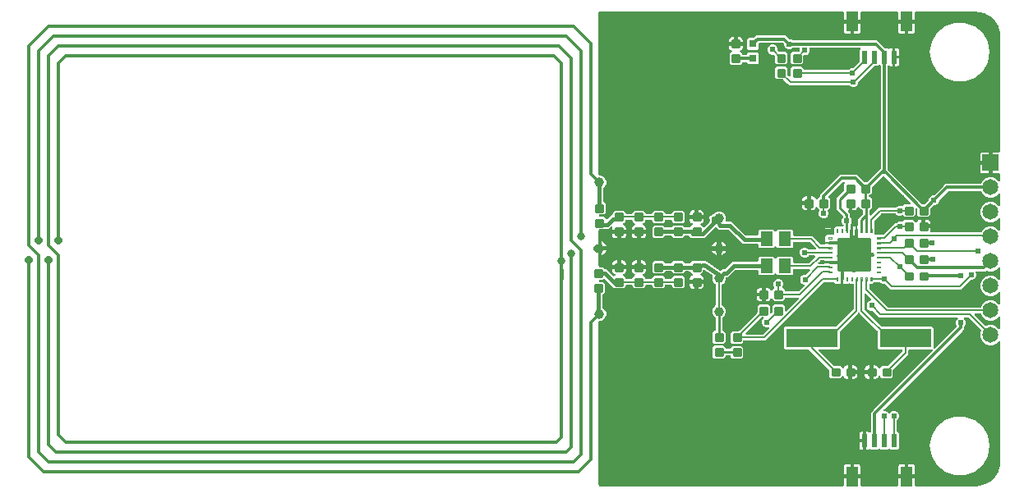
<source format=gbr>
G04 EAGLE Gerber RS-274X export*
G75*
%MOMM*%
%FSLAX34Y34*%
%LPD*%
%INTop Copper*%
%IPPOS*%
%AMOC8*
5,1,8,0,0,1.08239X$1,22.5*%
G01*
%ADD10R,1.300000X1.500000*%
%ADD11C,0.222250*%
%ADD12C,1.000000*%
%ADD13R,0.430000X0.280000*%
%ADD14C,0.125000*%
%ADD15C,0.345000*%
%ADD16R,5.334000X1.930400*%
%ADD17R,0.600000X1.350000*%
%ADD18R,1.200000X2.000000*%
%ADD19R,0.800000X0.800000*%
%ADD20R,1.651000X1.651000*%
%ADD21C,1.651000*%
%ADD22C,0.203200*%
%ADD23C,0.406400*%
%ADD24C,0.355600*%
%ADD25C,0.804800*%
%ADD26C,0.704800*%
%ADD27C,0.304800*%
%ADD28C,0.609600*%
%ADD29C,0.254000*%
%ADD30P,0.871107X8X22.500000*%

G36*
X942502Y5216D02*
X942502Y5216D01*
X942560Y5214D01*
X942642Y5236D01*
X942726Y5248D01*
X942779Y5271D01*
X942835Y5286D01*
X942908Y5329D01*
X942985Y5364D01*
X943030Y5402D01*
X943080Y5431D01*
X943138Y5493D01*
X943202Y5547D01*
X943234Y5596D01*
X943274Y5639D01*
X943313Y5714D01*
X943360Y5784D01*
X943377Y5840D01*
X943404Y5892D01*
X943415Y5960D01*
X943445Y6055D01*
X943448Y6155D01*
X943459Y6223D01*
X943459Y13219D01*
X950984Y13219D01*
X951042Y13227D01*
X951100Y13225D01*
X951182Y13247D01*
X951265Y13259D01*
X951319Y13283D01*
X951375Y13297D01*
X951448Y13340D01*
X951525Y13375D01*
X951569Y13413D01*
X951620Y13443D01*
X951677Y13504D01*
X951742Y13559D01*
X951774Y13607D01*
X951814Y13650D01*
X951853Y13725D01*
X951899Y13795D01*
X951917Y13851D01*
X951944Y13903D01*
X951955Y13971D01*
X951985Y14066D01*
X951988Y14166D01*
X951999Y14234D01*
X951999Y15251D01*
X952001Y15251D01*
X952001Y14234D01*
X952009Y14176D01*
X952008Y14118D01*
X952029Y14036D01*
X952041Y13953D01*
X952065Y13899D01*
X952079Y13843D01*
X952122Y13770D01*
X952157Y13693D01*
X952195Y13648D01*
X952225Y13598D01*
X952286Y13540D01*
X952341Y13476D01*
X952389Y13444D01*
X952432Y13404D01*
X952507Y13365D01*
X952577Y13319D01*
X952633Y13301D01*
X952685Y13274D01*
X952753Y13263D01*
X952848Y13233D01*
X952948Y13230D01*
X953016Y13219D01*
X960541Y13219D01*
X960541Y6223D01*
X960549Y6165D01*
X960547Y6107D01*
X960569Y6025D01*
X960581Y5941D01*
X960604Y5888D01*
X960619Y5832D01*
X960662Y5759D01*
X960697Y5682D01*
X960735Y5637D01*
X960764Y5587D01*
X960826Y5529D01*
X960880Y5465D01*
X960929Y5433D01*
X960972Y5393D01*
X961047Y5354D01*
X961117Y5307D01*
X961173Y5290D01*
X961225Y5263D01*
X961293Y5252D01*
X961388Y5222D01*
X961488Y5219D01*
X961556Y5208D01*
X998444Y5208D01*
X998502Y5216D01*
X998560Y5214D01*
X998642Y5236D01*
X998726Y5248D01*
X998779Y5271D01*
X998835Y5286D01*
X998908Y5329D01*
X998985Y5364D01*
X999030Y5402D01*
X999080Y5431D01*
X999138Y5493D01*
X999202Y5547D01*
X999234Y5596D01*
X999274Y5639D01*
X999313Y5714D01*
X999360Y5784D01*
X999377Y5840D01*
X999404Y5892D01*
X999415Y5960D01*
X999445Y6055D01*
X999448Y6155D01*
X999459Y6223D01*
X999459Y13219D01*
X1006984Y13219D01*
X1007042Y13227D01*
X1007100Y13225D01*
X1007182Y13247D01*
X1007265Y13259D01*
X1007319Y13283D01*
X1007375Y13297D01*
X1007448Y13340D01*
X1007525Y13375D01*
X1007569Y13413D01*
X1007620Y13443D01*
X1007677Y13504D01*
X1007742Y13559D01*
X1007774Y13607D01*
X1007814Y13650D01*
X1007853Y13725D01*
X1007899Y13795D01*
X1007917Y13851D01*
X1007944Y13903D01*
X1007955Y13971D01*
X1007985Y14066D01*
X1007988Y14166D01*
X1007999Y14234D01*
X1007999Y15251D01*
X1008001Y15251D01*
X1008001Y14234D01*
X1008009Y14176D01*
X1008008Y14118D01*
X1008029Y14036D01*
X1008041Y13953D01*
X1008065Y13899D01*
X1008079Y13843D01*
X1008122Y13770D01*
X1008157Y13693D01*
X1008195Y13648D01*
X1008225Y13598D01*
X1008286Y13540D01*
X1008341Y13476D01*
X1008389Y13444D01*
X1008432Y13404D01*
X1008507Y13365D01*
X1008577Y13319D01*
X1008633Y13301D01*
X1008685Y13274D01*
X1008753Y13263D01*
X1008848Y13233D01*
X1008948Y13230D01*
X1009016Y13219D01*
X1016541Y13219D01*
X1016541Y6223D01*
X1016549Y6165D01*
X1016547Y6107D01*
X1016569Y6025D01*
X1016581Y5941D01*
X1016604Y5888D01*
X1016619Y5832D01*
X1016662Y5759D01*
X1016697Y5682D01*
X1016735Y5637D01*
X1016764Y5587D01*
X1016826Y5529D01*
X1016880Y5465D01*
X1016929Y5433D01*
X1016972Y5393D01*
X1017047Y5354D01*
X1017117Y5307D01*
X1017173Y5290D01*
X1017225Y5263D01*
X1017293Y5252D01*
X1017388Y5222D01*
X1017488Y5219D01*
X1017556Y5208D01*
X1079600Y5208D01*
X1079637Y5213D01*
X1079666Y5210D01*
X1082770Y5413D01*
X1082890Y5438D01*
X1082966Y5446D01*
X1088962Y7052D01*
X1089154Y7134D01*
X1089207Y7154D01*
X1094582Y10257D01*
X1094747Y10386D01*
X1094792Y10419D01*
X1099181Y14808D01*
X1099307Y14974D01*
X1099343Y15018D01*
X1102446Y20393D01*
X1102461Y20429D01*
X1102483Y20462D01*
X1102514Y20561D01*
X1102524Y20586D01*
X1102548Y20638D01*
X1104154Y26634D01*
X1104169Y26756D01*
X1104187Y26830D01*
X1104390Y29934D01*
X1104387Y29970D01*
X1104392Y30000D01*
X1104392Y153867D01*
X1104388Y153896D01*
X1104391Y153925D01*
X1104368Y154036D01*
X1104352Y154148D01*
X1104340Y154175D01*
X1104335Y154204D01*
X1104282Y154304D01*
X1104236Y154408D01*
X1104217Y154430D01*
X1104204Y154456D01*
X1104126Y154538D01*
X1104053Y154625D01*
X1104028Y154641D01*
X1104008Y154662D01*
X1103910Y154719D01*
X1103816Y154782D01*
X1103788Y154791D01*
X1103763Y154806D01*
X1103653Y154834D01*
X1103545Y154868D01*
X1103515Y154869D01*
X1103487Y154876D01*
X1103374Y154872D01*
X1103261Y154875D01*
X1103232Y154868D01*
X1103203Y154867D01*
X1103095Y154832D01*
X1102986Y154803D01*
X1102960Y154789D01*
X1102932Y154779D01*
X1102869Y154734D01*
X1102741Y154658D01*
X1102698Y154613D01*
X1102659Y154585D01*
X1100438Y152363D01*
X1096650Y150794D01*
X1092550Y150794D01*
X1088762Y152363D01*
X1085863Y155262D01*
X1084294Y159050D01*
X1084294Y163150D01*
X1085182Y165294D01*
X1085183Y165296D01*
X1085184Y165297D01*
X1085218Y165431D01*
X1085253Y165570D01*
X1085253Y165571D01*
X1085254Y165573D01*
X1085249Y165713D01*
X1085245Y165854D01*
X1085245Y165855D01*
X1085245Y165857D01*
X1085202Y165990D01*
X1085159Y166124D01*
X1085158Y166126D01*
X1085157Y166127D01*
X1085149Y166139D01*
X1085000Y166361D01*
X1084977Y166380D01*
X1084962Y166401D01*
X1072309Y179054D01*
X1072239Y179106D01*
X1072175Y179166D01*
X1072126Y179192D01*
X1072082Y179225D01*
X1072000Y179256D01*
X1071922Y179296D01*
X1071875Y179304D01*
X1071816Y179326D01*
X1071669Y179338D01*
X1071591Y179351D01*
X1068052Y179351D01*
X1068023Y179347D01*
X1067994Y179350D01*
X1067883Y179327D01*
X1067771Y179311D01*
X1067744Y179299D01*
X1067715Y179294D01*
X1067615Y179241D01*
X1067512Y179195D01*
X1067489Y179176D01*
X1067463Y179163D01*
X1067381Y179085D01*
X1067295Y179012D01*
X1067278Y178987D01*
X1067257Y178967D01*
X1067200Y178869D01*
X1067137Y178775D01*
X1067128Y178747D01*
X1067113Y178722D01*
X1067085Y178612D01*
X1067051Y178504D01*
X1067050Y178474D01*
X1067043Y178446D01*
X1067047Y178333D01*
X1067044Y178220D01*
X1067051Y178191D01*
X1067052Y178162D01*
X1067087Y178054D01*
X1067116Y177945D01*
X1067131Y177919D01*
X1067140Y177891D01*
X1067185Y177827D01*
X1067261Y177700D01*
X1067307Y177657D01*
X1067335Y177618D01*
X1068329Y176624D01*
X1069105Y174750D01*
X1069105Y172722D01*
X1068328Y170848D01*
X1067878Y170397D01*
X1067858Y170371D01*
X1067838Y170354D01*
X1067809Y170309D01*
X1067766Y170264D01*
X1067740Y170214D01*
X1067707Y170170D01*
X1067696Y170140D01*
X1067680Y170117D01*
X1067664Y170065D01*
X1067636Y170011D01*
X1067628Y169963D01*
X1067606Y169905D01*
X1067603Y169874D01*
X1067595Y169846D01*
X1067592Y169748D01*
X1067581Y169679D01*
X1067581Y167429D01*
X1065189Y165038D01*
X984707Y84556D01*
X984690Y84532D01*
X984667Y84513D01*
X984604Y84419D01*
X984536Y84329D01*
X984526Y84301D01*
X984510Y84277D01*
X984475Y84169D01*
X984435Y84063D01*
X984433Y84034D01*
X984424Y84006D01*
X984421Y83892D01*
X984412Y83780D01*
X984417Y83751D01*
X984417Y83722D01*
X984445Y83612D01*
X984467Y83501D01*
X984481Y83475D01*
X984488Y83447D01*
X984546Y83349D01*
X984598Y83249D01*
X984619Y83227D01*
X984634Y83202D01*
X984716Y83125D01*
X984794Y83043D01*
X984820Y83028D01*
X984841Y83008D01*
X984942Y82956D01*
X985040Y82899D01*
X985068Y82892D01*
X985094Y82878D01*
X985171Y82865D01*
X985315Y82829D01*
X985378Y82831D01*
X985425Y82823D01*
X986026Y82823D01*
X987900Y82047D01*
X989247Y80700D01*
X989294Y80664D01*
X989334Y80622D01*
X989407Y80579D01*
X989474Y80529D01*
X989529Y80508D01*
X989579Y80478D01*
X989661Y80458D01*
X989740Y80427D01*
X989798Y80423D01*
X989855Y80408D01*
X989939Y80411D01*
X990023Y80404D01*
X990081Y80415D01*
X990139Y80417D01*
X990219Y80443D01*
X990302Y80460D01*
X990354Y80487D01*
X990410Y80505D01*
X990466Y80545D01*
X990554Y80591D01*
X990627Y80660D01*
X990683Y80700D01*
X992030Y82046D01*
X993904Y82823D01*
X995932Y82823D01*
X997806Y82046D01*
X999240Y80612D01*
X1000017Y78738D01*
X1000017Y76710D01*
X999240Y74836D01*
X998364Y73959D01*
X998312Y73890D01*
X998252Y73826D01*
X998226Y73776D01*
X998193Y73732D01*
X998172Y73677D01*
X998166Y73668D01*
X998159Y73644D01*
X998122Y73573D01*
X998114Y73525D01*
X998092Y73467D01*
X998088Y73421D01*
X998081Y73397D01*
X998079Y73312D01*
X998067Y73241D01*
X998067Y61816D01*
X998075Y61758D01*
X998073Y61700D01*
X998095Y61618D01*
X998107Y61534D01*
X998130Y61481D01*
X998145Y61425D01*
X998188Y61352D01*
X998223Y61275D01*
X998261Y61230D01*
X998290Y61180D01*
X998352Y61122D01*
X998406Y61058D01*
X998455Y61026D01*
X998498Y60986D01*
X998573Y60947D01*
X998643Y60900D01*
X998699Y60883D01*
X998751Y60856D01*
X998803Y60848D01*
X1000051Y59599D01*
X1000051Y44401D01*
X998849Y43199D01*
X991151Y43199D01*
X990718Y43632D01*
X990671Y43667D01*
X990631Y43709D01*
X990558Y43752D01*
X990491Y43803D01*
X990436Y43824D01*
X990386Y43853D01*
X990304Y43874D01*
X990225Y43904D01*
X990167Y43909D01*
X990110Y43923D01*
X990026Y43921D01*
X989942Y43928D01*
X989884Y43916D01*
X989826Y43914D01*
X989746Y43888D01*
X989663Y43872D01*
X989611Y43845D01*
X989555Y43827D01*
X989499Y43787D01*
X989411Y43741D01*
X989338Y43672D01*
X989282Y43632D01*
X988849Y43199D01*
X981151Y43199D01*
X980718Y43632D01*
X980671Y43667D01*
X980631Y43709D01*
X980558Y43752D01*
X980491Y43803D01*
X980436Y43824D01*
X980386Y43853D01*
X980304Y43874D01*
X980225Y43904D01*
X980167Y43909D01*
X980110Y43923D01*
X980026Y43921D01*
X979942Y43928D01*
X979884Y43916D01*
X979826Y43914D01*
X979746Y43888D01*
X979663Y43872D01*
X979611Y43845D01*
X979555Y43827D01*
X979499Y43787D01*
X979411Y43741D01*
X979338Y43672D01*
X979282Y43632D01*
X978849Y43199D01*
X971151Y43199D01*
X971064Y43285D01*
X971018Y43321D01*
X970977Y43363D01*
X970904Y43406D01*
X970837Y43456D01*
X970783Y43477D01*
X970732Y43507D01*
X970650Y43528D01*
X970571Y43558D01*
X970513Y43562D01*
X970456Y43577D01*
X970372Y43574D01*
X970288Y43581D01*
X970231Y43570D01*
X970172Y43568D01*
X970092Y43542D01*
X970009Y43525D01*
X969958Y43498D01*
X969902Y43480D01*
X969846Y43440D01*
X969757Y43394D01*
X969685Y43326D01*
X969628Y43285D01*
X969560Y43217D01*
X968981Y42882D01*
X968334Y42709D01*
X966499Y42709D01*
X966499Y51516D01*
X966491Y51574D01*
X966493Y51632D01*
X966471Y51714D01*
X966459Y51797D01*
X966436Y51851D01*
X966421Y51907D01*
X966378Y51980D01*
X966369Y51999D01*
X966400Y52045D01*
X966417Y52101D01*
X966444Y52153D01*
X966455Y52221D01*
X966485Y52316D01*
X966488Y52416D01*
X966499Y52484D01*
X966499Y61291D01*
X968334Y61291D01*
X968981Y61118D01*
X969560Y60783D01*
X969628Y60715D01*
X969675Y60680D01*
X969715Y60637D01*
X969788Y60594D01*
X969856Y60544D01*
X969910Y60523D01*
X969961Y60493D01*
X970042Y60473D01*
X970121Y60442D01*
X970179Y60438D01*
X970236Y60423D01*
X970320Y60426D01*
X970405Y60419D01*
X970462Y60430D01*
X970520Y60432D01*
X970600Y60458D01*
X970683Y60475D01*
X970735Y60502D01*
X970791Y60520D01*
X970847Y60560D01*
X970936Y60606D01*
X971008Y60674D01*
X971064Y60714D01*
X971128Y60778D01*
X971180Y60848D01*
X971240Y60912D01*
X971266Y60961D01*
X971299Y61005D01*
X971330Y61087D01*
X971370Y61165D01*
X971378Y61212D01*
X971400Y61271D01*
X971412Y61419D01*
X971425Y61496D01*
X971425Y81385D01*
X973817Y83776D01*
X1034593Y144552D01*
X1034610Y144576D01*
X1034633Y144595D01*
X1034696Y144689D01*
X1034764Y144779D01*
X1034774Y144807D01*
X1034790Y144831D01*
X1034825Y144939D01*
X1034865Y145045D01*
X1034867Y145074D01*
X1034876Y145102D01*
X1034879Y145216D01*
X1034888Y145328D01*
X1034883Y145357D01*
X1034883Y145386D01*
X1034855Y145496D01*
X1034833Y145607D01*
X1034819Y145633D01*
X1034812Y145661D01*
X1034754Y145759D01*
X1034702Y145859D01*
X1034681Y145881D01*
X1034666Y145906D01*
X1034584Y145983D01*
X1034506Y146065D01*
X1034480Y146080D01*
X1034459Y146100D01*
X1034358Y146152D01*
X1034260Y146209D01*
X1034232Y146216D01*
X1034206Y146230D01*
X1034129Y146243D01*
X1033985Y146279D01*
X1033922Y146277D01*
X1033875Y146285D01*
X1010938Y146285D01*
X1010880Y146277D01*
X1010822Y146279D01*
X1010740Y146257D01*
X1010656Y146245D01*
X1010603Y146222D01*
X1010547Y146207D01*
X1010474Y146164D01*
X1010397Y146129D01*
X1010352Y146091D01*
X1010302Y146062D01*
X1010244Y146000D01*
X1010180Y145946D01*
X1010148Y145897D01*
X1010108Y145854D01*
X1010069Y145779D01*
X1010022Y145709D01*
X1010005Y145653D01*
X1009978Y145601D01*
X1009967Y145533D01*
X1009937Y145438D01*
X1009934Y145338D01*
X1009923Y145270D01*
X1009923Y141224D01*
X994091Y125392D01*
X994039Y125322D01*
X993979Y125258D01*
X993953Y125209D01*
X993920Y125165D01*
X993889Y125083D01*
X993849Y125005D01*
X993841Y124958D01*
X993819Y124899D01*
X993807Y124752D01*
X993794Y124674D01*
X993794Y118292D01*
X991942Y116440D01*
X982654Y116440D01*
X980699Y118396D01*
X980646Y118514D01*
X980640Y118521D01*
X980636Y118530D01*
X980548Y118630D01*
X980463Y118731D01*
X980454Y118736D01*
X980448Y118744D01*
X980336Y118815D01*
X980226Y118888D01*
X980216Y118891D01*
X980208Y118897D01*
X980082Y118934D01*
X979955Y118974D01*
X979945Y118974D01*
X979936Y118977D01*
X979804Y118978D01*
X979671Y118981D01*
X979661Y118979D01*
X979651Y118979D01*
X979524Y118943D01*
X979396Y118910D01*
X979387Y118905D01*
X979378Y118902D01*
X979265Y118832D01*
X979151Y118764D01*
X979144Y118757D01*
X979136Y118752D01*
X979048Y118654D01*
X978957Y118557D01*
X978952Y118548D01*
X978946Y118541D01*
X978922Y118489D01*
X978827Y118304D01*
X978821Y118268D01*
X978806Y118236D01*
X978795Y118193D01*
X978314Y117360D01*
X977634Y116680D01*
X976801Y116199D01*
X975873Y115950D01*
X974089Y115950D01*
X974089Y121920D01*
X974081Y121978D01*
X974082Y122036D01*
X974061Y122118D01*
X974049Y122201D01*
X974025Y122255D01*
X974011Y122311D01*
X973968Y122384D01*
X973933Y122461D01*
X973895Y122505D01*
X973865Y122556D01*
X973804Y122613D01*
X973749Y122678D01*
X973701Y122710D01*
X973658Y122750D01*
X973583Y122789D01*
X973513Y122835D01*
X973457Y122853D01*
X973405Y122880D01*
X973337Y122891D01*
X973242Y122921D01*
X973142Y122924D01*
X973074Y122935D01*
X972057Y122935D01*
X972057Y122937D01*
X973074Y122937D01*
X973132Y122945D01*
X973190Y122944D01*
X973272Y122965D01*
X973355Y122977D01*
X973409Y123001D01*
X973465Y123015D01*
X973538Y123058D01*
X973615Y123093D01*
X973659Y123131D01*
X973710Y123161D01*
X973767Y123222D01*
X973832Y123277D01*
X973864Y123325D01*
X973904Y123368D01*
X973943Y123443D01*
X973989Y123513D01*
X974007Y123569D01*
X974034Y123621D01*
X974045Y123689D01*
X974075Y123784D01*
X974078Y123884D01*
X974089Y123952D01*
X974089Y129922D01*
X975873Y129922D01*
X976801Y129673D01*
X977634Y129192D01*
X978314Y128512D01*
X978795Y127679D01*
X978806Y127636D01*
X978810Y127627D01*
X978812Y127618D01*
X978866Y127497D01*
X978918Y127375D01*
X978924Y127367D01*
X978928Y127358D01*
X979013Y127258D01*
X979097Y127154D01*
X979105Y127149D01*
X979112Y127141D01*
X979222Y127068D01*
X979331Y126992D01*
X979340Y126989D01*
X979348Y126984D01*
X979474Y126944D01*
X979600Y126901D01*
X979610Y126901D01*
X979619Y126898D01*
X979751Y126894D01*
X979884Y126889D01*
X979894Y126891D01*
X979903Y126891D01*
X980031Y126924D01*
X980160Y126955D01*
X980169Y126960D01*
X980178Y126962D01*
X980292Y127030D01*
X980407Y127096D01*
X980414Y127103D01*
X980423Y127108D01*
X980514Y127205D01*
X980606Y127299D01*
X980611Y127308D01*
X980617Y127315D01*
X980678Y127433D01*
X980703Y127480D01*
X982654Y129432D01*
X989036Y129432D01*
X989123Y129444D01*
X989210Y129447D01*
X989263Y129464D01*
X989318Y129472D01*
X989397Y129507D01*
X989481Y129534D01*
X989520Y129562D01*
X989577Y129588D01*
X989690Y129684D01*
X989754Y129729D01*
X1003492Y143467D01*
X1003544Y143537D01*
X1003604Y143601D01*
X1003630Y143650D01*
X1003663Y143694D01*
X1003694Y143776D01*
X1003734Y143854D01*
X1003742Y143901D01*
X1003764Y143960D01*
X1003776Y144107D01*
X1003789Y144185D01*
X1003789Y145270D01*
X1003781Y145328D01*
X1003783Y145386D01*
X1003761Y145468D01*
X1003749Y145552D01*
X1003726Y145605D01*
X1003711Y145661D01*
X1003668Y145734D01*
X1003633Y145811D01*
X1003595Y145856D01*
X1003566Y145906D01*
X1003504Y145964D01*
X1003450Y146028D01*
X1003401Y146060D01*
X1003358Y146100D01*
X1003283Y146139D01*
X1003213Y146186D01*
X1003157Y146203D01*
X1003105Y146230D01*
X1003037Y146241D01*
X1002942Y146271D01*
X1002842Y146274D01*
X1002774Y146285D01*
X979337Y146285D01*
X978135Y147487D01*
X978135Y164933D01*
X978123Y165020D01*
X978120Y165107D01*
X978103Y165160D01*
X978095Y165215D01*
X978060Y165294D01*
X978033Y165378D01*
X978005Y165417D01*
X977979Y165474D01*
X977883Y165587D01*
X977838Y165651D01*
X959695Y183794D01*
X959648Y183829D01*
X959608Y183872D01*
X959535Y183914D01*
X959468Y183965D01*
X959413Y183986D01*
X959363Y184015D01*
X959281Y184036D01*
X959202Y184066D01*
X959144Y184071D01*
X959087Y184085D01*
X959003Y184083D01*
X958919Y184090D01*
X958861Y184078D01*
X958803Y184076D01*
X958723Y184050D01*
X958640Y184034D01*
X958588Y184007D01*
X958532Y183989D01*
X958476Y183949D01*
X958388Y183903D01*
X958315Y183834D01*
X958259Y183794D01*
X939354Y164889D01*
X939302Y164819D01*
X939242Y164755D01*
X939216Y164706D01*
X939183Y164662D01*
X939152Y164580D01*
X939112Y164502D01*
X939104Y164455D01*
X939082Y164396D01*
X939070Y164249D01*
X939057Y164171D01*
X939057Y147487D01*
X937855Y146285D01*
X918413Y146285D01*
X918384Y146281D01*
X918354Y146284D01*
X918243Y146261D01*
X918131Y146245D01*
X918105Y146233D01*
X918076Y146228D01*
X917975Y146176D01*
X917872Y146129D01*
X917849Y146110D01*
X917823Y146097D01*
X917741Y146019D01*
X917655Y145946D01*
X917639Y145921D01*
X917617Y145901D01*
X917560Y145803D01*
X917497Y145709D01*
X917488Y145681D01*
X917474Y145656D01*
X917446Y145546D01*
X917411Y145438D01*
X917411Y145408D01*
X917404Y145380D01*
X917407Y145267D01*
X917404Y145154D01*
X917412Y145125D01*
X917413Y145096D01*
X917447Y144988D01*
X917476Y144879D01*
X917491Y144853D01*
X917500Y144825D01*
X917546Y144762D01*
X917621Y144634D01*
X917667Y144591D01*
X917695Y144552D01*
X932518Y129729D01*
X932588Y129677D01*
X932652Y129617D01*
X932701Y129591D01*
X932745Y129558D01*
X932827Y129527D01*
X932905Y129487D01*
X932952Y129479D01*
X933011Y129457D01*
X933158Y129445D01*
X933236Y129432D01*
X939618Y129432D01*
X941573Y127476D01*
X941626Y127358D01*
X941632Y127351D01*
X941636Y127342D01*
X941724Y127242D01*
X941809Y127141D01*
X941818Y127136D01*
X941824Y127128D01*
X941936Y127057D01*
X942046Y126984D01*
X942056Y126981D01*
X942064Y126975D01*
X942190Y126938D01*
X942317Y126898D01*
X942327Y126898D01*
X942336Y126895D01*
X942468Y126894D01*
X942601Y126891D01*
X942611Y126893D01*
X942621Y126893D01*
X942748Y126929D01*
X942876Y126962D01*
X942885Y126967D01*
X942894Y126970D01*
X943007Y127040D01*
X943121Y127108D01*
X943128Y127115D01*
X943136Y127120D01*
X943224Y127218D01*
X943315Y127315D01*
X943320Y127324D01*
X943326Y127331D01*
X943350Y127383D01*
X943445Y127568D01*
X943451Y127604D01*
X943466Y127636D01*
X943477Y127679D01*
X943958Y128512D01*
X944638Y129192D01*
X945471Y129673D01*
X946399Y129922D01*
X948183Y129922D01*
X948183Y123952D01*
X948190Y123900D01*
X948189Y123876D01*
X948190Y123872D01*
X948189Y123836D01*
X948211Y123754D01*
X948223Y123671D01*
X948247Y123617D01*
X948261Y123561D01*
X948304Y123488D01*
X948339Y123411D01*
X948377Y123367D01*
X948407Y123316D01*
X948468Y123259D01*
X948523Y123194D01*
X948571Y123162D01*
X948614Y123122D01*
X948689Y123083D01*
X948759Y123037D01*
X948815Y123019D01*
X948867Y122992D01*
X948935Y122981D01*
X949030Y122951D01*
X949130Y122948D01*
X949198Y122937D01*
X950215Y122937D01*
X950215Y122935D01*
X949198Y122935D01*
X949140Y122927D01*
X949082Y122928D01*
X949000Y122907D01*
X948917Y122895D01*
X948863Y122871D01*
X948807Y122857D01*
X948734Y122814D01*
X948657Y122779D01*
X948612Y122741D01*
X948562Y122711D01*
X948504Y122650D01*
X948440Y122595D01*
X948408Y122547D01*
X948368Y122504D01*
X948329Y122429D01*
X948283Y122359D01*
X948265Y122303D01*
X948238Y122251D01*
X948227Y122183D01*
X948197Y122088D01*
X948194Y121988D01*
X948183Y121920D01*
X948183Y115950D01*
X946399Y115950D01*
X945471Y116199D01*
X944638Y116680D01*
X943958Y117360D01*
X943477Y118193D01*
X943466Y118236D01*
X943462Y118245D01*
X943460Y118254D01*
X943407Y118374D01*
X943354Y118497D01*
X943348Y118505D01*
X943344Y118514D01*
X943259Y118614D01*
X943175Y118718D01*
X943167Y118723D01*
X943160Y118731D01*
X943050Y118804D01*
X942941Y118880D01*
X942932Y118883D01*
X942924Y118888D01*
X942798Y118928D01*
X942672Y118971D01*
X942662Y118971D01*
X942653Y118974D01*
X942521Y118978D01*
X942388Y118983D01*
X942378Y118981D01*
X942369Y118981D01*
X942241Y118948D01*
X942112Y118917D01*
X942103Y118912D01*
X942094Y118910D01*
X941980Y118842D01*
X941865Y118776D01*
X941858Y118769D01*
X941849Y118764D01*
X941758Y118667D01*
X941666Y118573D01*
X941661Y118564D01*
X941655Y118557D01*
X941594Y118439D01*
X941569Y118392D01*
X939618Y116440D01*
X930330Y116440D01*
X928478Y118292D01*
X928478Y124674D01*
X928466Y124761D01*
X928463Y124848D01*
X928446Y124901D01*
X928438Y124956D01*
X928403Y125035D01*
X928376Y125119D01*
X928348Y125158D01*
X928322Y125215D01*
X928226Y125328D01*
X928181Y125392D01*
X907585Y145988D01*
X907515Y146040D01*
X907451Y146100D01*
X907402Y146126D01*
X907358Y146159D01*
X907276Y146190D01*
X907198Y146230D01*
X907151Y146238D01*
X907092Y146260D01*
X906945Y146272D01*
X906867Y146285D01*
X882817Y146285D01*
X881615Y147487D01*
X881615Y168489D01*
X882817Y169691D01*
X935061Y169691D01*
X935148Y169703D01*
X935235Y169706D01*
X935288Y169723D01*
X935343Y169731D01*
X935422Y169766D01*
X935506Y169793D01*
X935545Y169821D01*
X935602Y169847D01*
X935715Y169943D01*
X935779Y169988D01*
X953160Y187369D01*
X953212Y187439D01*
X953272Y187503D01*
X953298Y187552D01*
X953331Y187596D01*
X953362Y187678D01*
X953402Y187756D01*
X953410Y187803D01*
X953432Y187862D01*
X953444Y188009D01*
X953457Y188087D01*
X953457Y213274D01*
X953449Y213332D01*
X953451Y213390D01*
X953429Y213472D01*
X953417Y213556D01*
X953394Y213609D01*
X953379Y213665D01*
X953336Y213738D01*
X953301Y213815D01*
X953263Y213860D01*
X953234Y213910D01*
X953172Y213968D01*
X953118Y214032D01*
X953069Y214064D01*
X953026Y214104D01*
X952951Y214143D01*
X952881Y214190D01*
X952825Y214207D01*
X952773Y214234D01*
X952705Y214245D01*
X952610Y214275D01*
X952510Y214278D01*
X952442Y214289D01*
X949791Y214289D01*
X949742Y214338D01*
X949695Y214373D01*
X949655Y214416D01*
X949582Y214458D01*
X949515Y214509D01*
X949460Y214530D01*
X949410Y214559D01*
X949328Y214580D01*
X949249Y214610D01*
X949191Y214615D01*
X949134Y214629D01*
X949050Y214627D01*
X948966Y214634D01*
X948908Y214622D01*
X948850Y214620D01*
X948770Y214594D01*
X948687Y214578D01*
X948635Y214551D01*
X948579Y214533D01*
X948523Y214493D01*
X948435Y214447D01*
X948362Y214378D01*
X948306Y214338D01*
X948257Y214289D01*
X944687Y214289D01*
X944645Y214313D01*
X944573Y214330D01*
X944503Y214356D01*
X944435Y214362D01*
X944369Y214378D01*
X944294Y214374D01*
X944220Y214380D01*
X944153Y214367D01*
X944085Y214363D01*
X944026Y214341D01*
X943941Y214324D01*
X943840Y214271D01*
X943770Y214246D01*
X943371Y214015D01*
X942566Y213799D01*
X942539Y213799D01*
X942539Y218840D01*
X942531Y218898D01*
X942533Y218956D01*
X942511Y219038D01*
X942500Y219121D01*
X942476Y219175D01*
X942461Y219231D01*
X942418Y219304D01*
X942383Y219381D01*
X942346Y219425D01*
X942316Y219475D01*
X942254Y219533D01*
X942200Y219598D01*
X942151Y219630D01*
X942108Y219670D01*
X942033Y219708D01*
X941963Y219755D01*
X941907Y219773D01*
X941855Y219799D01*
X941787Y219811D01*
X941692Y219841D01*
X941592Y219844D01*
X941524Y219855D01*
X941466Y219847D01*
X941408Y219848D01*
X941407Y219848D01*
X941326Y219827D01*
X941242Y219815D01*
X941189Y219791D01*
X941132Y219776D01*
X941060Y219733D01*
X940983Y219699D01*
X940938Y219661D01*
X940888Y219631D01*
X940830Y219570D01*
X940766Y219515D01*
X940734Y219467D01*
X940693Y219424D01*
X940655Y219349D01*
X940608Y219279D01*
X940591Y219223D01*
X940564Y219171D01*
X940553Y219103D01*
X940523Y219008D01*
X940520Y218908D01*
X940509Y218840D01*
X940509Y213799D01*
X940482Y213799D01*
X939677Y214015D01*
X939278Y214246D01*
X939215Y214271D01*
X939156Y214306D01*
X939083Y214324D01*
X939014Y214352D01*
X938946Y214359D01*
X938880Y214376D01*
X938805Y214373D01*
X938731Y214381D01*
X938664Y214369D01*
X938596Y214367D01*
X938525Y214344D01*
X938452Y214330D01*
X938390Y214300D01*
X938357Y214289D01*
X934791Y214289D01*
X933604Y215476D01*
X933534Y215528D01*
X933470Y215588D01*
X933421Y215614D01*
X933377Y215647D01*
X933295Y215678D01*
X933217Y215718D01*
X933170Y215726D01*
X933111Y215748D01*
X932963Y215760D01*
X932886Y215773D01*
X923551Y215773D01*
X923464Y215761D01*
X923377Y215758D01*
X923324Y215741D01*
X923269Y215733D01*
X923190Y215698D01*
X923106Y215671D01*
X923067Y215643D01*
X923010Y215617D01*
X922897Y215521D01*
X922833Y215476D01*
X862988Y155631D01*
X840725Y155631D01*
X840667Y155623D01*
X840609Y155625D01*
X840527Y155603D01*
X840443Y155591D01*
X840390Y155568D01*
X840334Y155553D01*
X840261Y155510D01*
X840184Y155475D01*
X840139Y155437D01*
X840089Y155408D01*
X840031Y155346D01*
X839967Y155292D01*
X839935Y155243D01*
X839895Y155200D01*
X839856Y155125D01*
X839809Y155055D01*
X839792Y154999D01*
X839765Y154947D01*
X839754Y154879D01*
X839724Y154784D01*
X839721Y154684D01*
X839710Y154616D01*
X839710Y154054D01*
X837858Y152202D01*
X828570Y152202D01*
X826718Y154054D01*
X826718Y163342D01*
X828570Y165194D01*
X835102Y165194D01*
X835189Y165206D01*
X835276Y165209D01*
X835329Y165226D01*
X835384Y165234D01*
X835464Y165269D01*
X835547Y165296D01*
X835586Y165324D01*
X835643Y165350D01*
X835756Y165446D01*
X835820Y165491D01*
X854175Y183846D01*
X854227Y183916D01*
X854287Y183980D01*
X854313Y184029D01*
X854346Y184073D01*
X854377Y184155D01*
X854417Y184233D01*
X854425Y184280D01*
X854447Y184339D01*
X854459Y184486D01*
X854472Y184564D01*
X854472Y190946D01*
X856324Y192798D01*
X865612Y192798D01*
X867464Y190946D01*
X867464Y184346D01*
X867468Y184317D01*
X867465Y184287D01*
X867488Y184176D01*
X867504Y184064D01*
X867516Y184037D01*
X867521Y184009D01*
X867573Y183908D01*
X867620Y183805D01*
X867639Y183782D01*
X867652Y183756D01*
X867730Y183674D01*
X867803Y183588D01*
X867828Y183572D01*
X867848Y183550D01*
X867946Y183493D01*
X868040Y183430D01*
X868068Y183421D01*
X868093Y183407D01*
X868203Y183379D01*
X868311Y183344D01*
X868340Y183344D01*
X868369Y183336D01*
X868482Y183340D01*
X868595Y183337D01*
X868624Y183345D01*
X868653Y183346D01*
X868761Y183380D01*
X868870Y183409D01*
X868896Y183424D01*
X868924Y183433D01*
X868987Y183479D01*
X869115Y183554D01*
X869158Y183600D01*
X869197Y183628D01*
X869415Y183846D01*
X869467Y183916D01*
X869527Y183980D01*
X869553Y184029D01*
X869586Y184073D01*
X869617Y184155D01*
X869657Y184233D01*
X869665Y184280D01*
X869687Y184339D01*
X869699Y184486D01*
X869712Y184564D01*
X869712Y190946D01*
X871564Y192798D01*
X880852Y192798D01*
X882704Y190946D01*
X882704Y186472D01*
X882708Y186443D01*
X882705Y186413D01*
X882728Y186302D01*
X882744Y186190D01*
X882756Y186164D01*
X882761Y186135D01*
X882813Y186034D01*
X882860Y185931D01*
X882879Y185908D01*
X882892Y185882D01*
X882970Y185800D01*
X883043Y185714D01*
X883068Y185698D01*
X883088Y185676D01*
X883186Y185619D01*
X883280Y185556D01*
X883308Y185547D01*
X883333Y185533D01*
X883443Y185505D01*
X883551Y185470D01*
X883581Y185470D01*
X883609Y185463D01*
X883722Y185466D01*
X883835Y185463D01*
X883864Y185471D01*
X883893Y185472D01*
X884001Y185506D01*
X884110Y185535D01*
X884136Y185550D01*
X884164Y185559D01*
X884227Y185605D01*
X884355Y185680D01*
X884398Y185726D01*
X884437Y185754D01*
X896908Y198225D01*
X896925Y198248D01*
X896948Y198267D01*
X897010Y198361D01*
X897078Y198452D01*
X897089Y198479D01*
X897105Y198504D01*
X897139Y198612D01*
X897180Y198717D01*
X897182Y198747D01*
X897191Y198775D01*
X897194Y198888D01*
X897203Y199001D01*
X897197Y199029D01*
X897198Y199059D01*
X897170Y199168D01*
X897147Y199279D01*
X897134Y199306D01*
X897126Y199334D01*
X897069Y199431D01*
X897016Y199532D01*
X896996Y199553D01*
X896981Y199578D01*
X896899Y199656D01*
X896821Y199738D01*
X896795Y199753D01*
X896774Y199773D01*
X896673Y199824D01*
X896575Y199882D01*
X896547Y199889D01*
X896521Y199902D01*
X896443Y199915D01*
X896300Y199952D01*
X896237Y199950D01*
X896190Y199958D01*
X883719Y199958D01*
X883661Y199949D01*
X883603Y199951D01*
X883521Y199930D01*
X883437Y199918D01*
X883384Y199894D01*
X883328Y199879D01*
X883255Y199836D01*
X883178Y199802D01*
X883133Y199764D01*
X883083Y199734D01*
X883025Y199672D01*
X882961Y199618D01*
X882929Y199569D01*
X882889Y199527D01*
X882850Y199452D01*
X882803Y199381D01*
X882786Y199325D01*
X882759Y199273D01*
X882748Y199205D01*
X882718Y199110D01*
X882715Y199010D01*
X882704Y198942D01*
X882704Y198342D01*
X880852Y196490D01*
X871564Y196490D01*
X869609Y198446D01*
X869556Y198564D01*
X869550Y198571D01*
X869546Y198580D01*
X869458Y198680D01*
X869373Y198781D01*
X869364Y198786D01*
X869358Y198794D01*
X869246Y198865D01*
X869136Y198938D01*
X869126Y198941D01*
X869118Y198947D01*
X868992Y198984D01*
X868865Y199024D01*
X868855Y199024D01*
X868846Y199027D01*
X868714Y199028D01*
X868581Y199031D01*
X868571Y199029D01*
X868561Y199029D01*
X868434Y198993D01*
X868306Y198960D01*
X868297Y198955D01*
X868288Y198952D01*
X868175Y198882D01*
X868061Y198814D01*
X868054Y198807D01*
X868046Y198802D01*
X867958Y198704D01*
X867867Y198607D01*
X867862Y198598D01*
X867856Y198591D01*
X867832Y198539D01*
X867737Y198354D01*
X867731Y198318D01*
X867716Y198286D01*
X867705Y198243D01*
X867224Y197410D01*
X866544Y196730D01*
X865711Y196249D01*
X864783Y196000D01*
X862999Y196000D01*
X862999Y201970D01*
X862991Y202028D01*
X862992Y202086D01*
X862971Y202168D01*
X862959Y202251D01*
X862935Y202305D01*
X862921Y202361D01*
X862878Y202434D01*
X862843Y202511D01*
X862805Y202555D01*
X862775Y202606D01*
X862714Y202663D01*
X862659Y202728D01*
X862611Y202760D01*
X862568Y202800D01*
X862493Y202839D01*
X862423Y202885D01*
X862367Y202903D01*
X862315Y202930D01*
X862247Y202941D01*
X862152Y202971D01*
X862052Y202974D01*
X861984Y202985D01*
X860967Y202985D01*
X860967Y202987D01*
X861984Y202987D01*
X862042Y202995D01*
X862100Y202994D01*
X862182Y203015D01*
X862265Y203027D01*
X862319Y203051D01*
X862375Y203065D01*
X862448Y203108D01*
X862525Y203143D01*
X862569Y203181D01*
X862620Y203211D01*
X862677Y203272D01*
X862742Y203327D01*
X862774Y203375D01*
X862814Y203418D01*
X862853Y203493D01*
X862899Y203563D01*
X862917Y203619D01*
X862944Y203671D01*
X862955Y203739D01*
X862985Y203834D01*
X862988Y203934D01*
X862999Y204002D01*
X862999Y209972D01*
X864783Y209972D01*
X865711Y209723D01*
X866544Y209242D01*
X867224Y208562D01*
X867705Y207729D01*
X867716Y207686D01*
X867720Y207677D01*
X867722Y207668D01*
X867776Y207547D01*
X867828Y207425D01*
X867834Y207417D01*
X867838Y207408D01*
X867923Y207308D01*
X868007Y207204D01*
X868015Y207199D01*
X868022Y207191D01*
X868132Y207118D01*
X868241Y207042D01*
X868250Y207039D01*
X868258Y207034D01*
X868384Y206994D01*
X868510Y206951D01*
X868520Y206951D01*
X868529Y206948D01*
X868661Y206944D01*
X868794Y206939D01*
X868804Y206941D01*
X868813Y206941D01*
X868941Y206974D01*
X869070Y207005D01*
X869079Y207010D01*
X869088Y207012D01*
X869202Y207080D01*
X869317Y207146D01*
X869324Y207153D01*
X869333Y207158D01*
X869424Y207255D01*
X869516Y207349D01*
X869521Y207358D01*
X869527Y207365D01*
X869588Y207483D01*
X869613Y207530D01*
X871675Y209592D01*
X871686Y209606D01*
X871693Y209613D01*
X871711Y209640D01*
X871753Y209680D01*
X871795Y209752D01*
X871846Y209820D01*
X871867Y209874D01*
X871896Y209925D01*
X871917Y210006D01*
X871947Y210085D01*
X871952Y210144D01*
X871967Y210200D01*
X871964Y210285D01*
X871971Y210369D01*
X871959Y210426D01*
X871957Y210484D01*
X871932Y210565D01*
X871915Y210647D01*
X871888Y210699D01*
X871870Y210755D01*
X871830Y210811D01*
X871784Y210900D01*
X871736Y210950D01*
X870947Y212854D01*
X870947Y214882D01*
X871724Y216756D01*
X873158Y218190D01*
X875032Y218967D01*
X877060Y218967D01*
X878934Y218190D01*
X880368Y216756D01*
X881145Y214882D01*
X881145Y212854D01*
X880329Y210886D01*
X880301Y210774D01*
X880266Y210665D01*
X880265Y210637D01*
X880258Y210610D01*
X880262Y210496D01*
X880259Y210381D01*
X880266Y210354D01*
X880267Y210326D01*
X880302Y210217D01*
X880331Y210106D01*
X880345Y210082D01*
X880353Y210055D01*
X880417Y209960D01*
X880476Y209861D01*
X880496Y209842D01*
X880512Y209819D01*
X880547Y209790D01*
X880554Y209779D01*
X882704Y207630D01*
X882704Y207106D01*
X882712Y207049D01*
X882710Y206990D01*
X882732Y206908D01*
X882744Y206825D01*
X882767Y206772D01*
X882782Y206715D01*
X882825Y206643D01*
X882860Y206565D01*
X882898Y206521D01*
X882927Y206471D01*
X882989Y206413D01*
X883043Y206348D01*
X883092Y206316D01*
X883135Y206276D01*
X883210Y206238D01*
X883280Y206191D01*
X883336Y206173D01*
X883388Y206147D01*
X883456Y206135D01*
X883551Y206105D01*
X883651Y206103D01*
X883719Y206091D01*
X896480Y206091D01*
X896566Y206103D01*
X896654Y206106D01*
X896706Y206123D01*
X896761Y206131D01*
X896841Y206167D01*
X896924Y206194D01*
X896963Y206222D01*
X897020Y206247D01*
X897134Y206343D01*
X897197Y206388D01*
X902582Y211773D01*
X902651Y211865D01*
X902725Y211953D01*
X902736Y211978D01*
X902753Y212000D01*
X902794Y212107D01*
X902840Y212212D01*
X902844Y212240D01*
X902854Y212266D01*
X902864Y212380D01*
X902879Y212494D01*
X902875Y212521D01*
X902878Y212549D01*
X902855Y212662D01*
X902839Y212775D01*
X902827Y212801D01*
X902822Y212828D01*
X902769Y212930D01*
X902721Y213034D01*
X902703Y213056D01*
X902691Y213080D01*
X902612Y213163D01*
X902537Y213251D01*
X902516Y213264D01*
X902495Y213286D01*
X902265Y213421D01*
X902253Y213429D01*
X900590Y214117D01*
X899156Y215552D01*
X898379Y217426D01*
X898379Y219454D01*
X899156Y221328D01*
X900590Y222762D01*
X902464Y223539D01*
X903819Y223539D01*
X903906Y223551D01*
X903993Y223554D01*
X904046Y223571D01*
X904101Y223579D01*
X904180Y223614D01*
X904264Y223641D01*
X904303Y223669D01*
X904360Y223695D01*
X904473Y223791D01*
X904537Y223836D01*
X908311Y227610D01*
X908329Y227634D01*
X908351Y227653D01*
X908414Y227747D01*
X908482Y227837D01*
X908492Y227865D01*
X908509Y227889D01*
X908543Y227997D01*
X908583Y228103D01*
X908586Y228132D01*
X908595Y228160D01*
X908597Y228274D01*
X908607Y228386D01*
X908601Y228415D01*
X908602Y228444D01*
X908573Y228554D01*
X908551Y228665D01*
X908537Y228691D01*
X908530Y228719D01*
X908472Y228817D01*
X908420Y228917D01*
X908400Y228939D01*
X908385Y228964D01*
X908302Y229041D01*
X908224Y229123D01*
X908199Y229138D01*
X908177Y229158D01*
X908077Y229210D01*
X907979Y229267D01*
X907950Y229274D01*
X907924Y229288D01*
X907847Y229301D01*
X907703Y229337D01*
X907641Y229335D01*
X907593Y229343D01*
X892266Y229343D01*
X892208Y229335D01*
X892150Y229337D01*
X892068Y229315D01*
X891984Y229303D01*
X891931Y229280D01*
X891875Y229265D01*
X891802Y229222D01*
X891725Y229187D01*
X891680Y229149D01*
X891630Y229120D01*
X891572Y229058D01*
X891508Y229004D01*
X891476Y228955D01*
X891436Y228912D01*
X891397Y228837D01*
X891350Y228767D01*
X891333Y228711D01*
X891306Y228659D01*
X891295Y228591D01*
X891265Y228496D01*
X891262Y228396D01*
X891251Y228328D01*
X891251Y224061D01*
X890049Y222859D01*
X875351Y222859D01*
X873918Y224292D01*
X873871Y224327D01*
X873831Y224369D01*
X873758Y224412D01*
X873691Y224463D01*
X873636Y224484D01*
X873586Y224513D01*
X873504Y224534D01*
X873425Y224564D01*
X873367Y224569D01*
X873310Y224583D01*
X873226Y224581D01*
X873142Y224588D01*
X873084Y224576D01*
X873026Y224574D01*
X872946Y224548D01*
X872863Y224532D01*
X872811Y224505D01*
X872755Y224487D01*
X872699Y224447D01*
X872611Y224401D01*
X872538Y224332D01*
X872482Y224292D01*
X871049Y222859D01*
X856351Y222859D01*
X855149Y224061D01*
X855149Y227312D01*
X855141Y227370D01*
X855143Y227428D01*
X855121Y227510D01*
X855109Y227594D01*
X855086Y227647D01*
X855071Y227703D01*
X855028Y227776D01*
X854993Y227853D01*
X854955Y227898D01*
X854926Y227948D01*
X854864Y228006D01*
X854810Y228070D01*
X854761Y228102D01*
X854718Y228142D01*
X854643Y228181D01*
X854573Y228228D01*
X854517Y228245D01*
X854465Y228272D01*
X854397Y228283D01*
X854302Y228313D01*
X854202Y228316D01*
X854134Y228327D01*
X832132Y228327D01*
X832045Y228315D01*
X831958Y228312D01*
X831905Y228295D01*
X831850Y228287D01*
X831770Y228252D01*
X831687Y228225D01*
X831648Y228197D01*
X831591Y228171D01*
X831477Y228075D01*
X831414Y228030D01*
X824091Y220707D01*
X822846Y220707D01*
X822788Y220699D01*
X822730Y220701D01*
X822648Y220679D01*
X822564Y220667D01*
X822511Y220644D01*
X822455Y220629D01*
X822382Y220586D01*
X822305Y220551D01*
X822260Y220513D01*
X822210Y220484D01*
X822152Y220422D01*
X822088Y220368D01*
X822056Y220319D01*
X822016Y220276D01*
X821977Y220201D01*
X821930Y220131D01*
X821913Y220075D01*
X821886Y220023D01*
X821875Y219955D01*
X821845Y219860D01*
X821842Y219760D01*
X821831Y219692D01*
X821831Y218298D01*
X820757Y215706D01*
X818774Y213723D01*
X818473Y213598D01*
X818472Y213597D01*
X818471Y213597D01*
X818352Y213526D01*
X818229Y213454D01*
X818228Y213453D01*
X818226Y213452D01*
X818128Y213348D01*
X818033Y213247D01*
X818033Y213246D01*
X818032Y213244D01*
X817967Y213119D01*
X817903Y212994D01*
X817903Y212993D01*
X817902Y212991D01*
X817900Y212977D01*
X817848Y212715D01*
X817851Y212685D01*
X817847Y212660D01*
X817847Y192460D01*
X817847Y192458D01*
X817847Y192457D01*
X817867Y192316D01*
X817887Y192178D01*
X817887Y192177D01*
X817887Y192175D01*
X817946Y192046D01*
X818003Y191919D01*
X818004Y191918D01*
X818005Y191916D01*
X818095Y191809D01*
X818186Y191702D01*
X818188Y191701D01*
X818189Y191700D01*
X818201Y191692D01*
X818423Y191544D01*
X818452Y191535D01*
X818473Y191522D01*
X818774Y191397D01*
X820757Y189414D01*
X821831Y186822D01*
X821831Y184018D01*
X820757Y181426D01*
X818774Y179443D01*
X818728Y179423D01*
X818726Y179423D01*
X818725Y179422D01*
X818607Y179352D01*
X818483Y179279D01*
X818482Y179278D01*
X818480Y179277D01*
X818385Y179175D01*
X818288Y179072D01*
X818287Y179071D01*
X818286Y179070D01*
X818222Y178944D01*
X818157Y178820D01*
X818157Y178818D01*
X818156Y178817D01*
X818154Y178801D01*
X818102Y178541D01*
X818105Y178510D01*
X818101Y178485D01*
X818101Y166301D01*
X818109Y166243D01*
X818107Y166185D01*
X818129Y166103D01*
X818141Y166019D01*
X818164Y165966D01*
X818179Y165910D01*
X818222Y165837D01*
X818257Y165760D01*
X818295Y165715D01*
X818324Y165665D01*
X818386Y165607D01*
X818440Y165543D01*
X818489Y165511D01*
X818532Y165471D01*
X818607Y165432D01*
X818677Y165385D01*
X818733Y165368D01*
X818785Y165341D01*
X818853Y165330D01*
X818948Y165300D01*
X819048Y165297D01*
X819116Y165286D01*
X819424Y165286D01*
X821276Y163434D01*
X821276Y154146D01*
X819424Y152294D01*
X810136Y152294D01*
X808284Y154146D01*
X808284Y163434D01*
X810136Y165286D01*
X810444Y165286D01*
X810502Y165294D01*
X810560Y165292D01*
X810642Y165314D01*
X810726Y165326D01*
X810779Y165349D01*
X810835Y165364D01*
X810908Y165407D01*
X810985Y165442D01*
X811030Y165480D01*
X811080Y165509D01*
X811138Y165571D01*
X811202Y165625D01*
X811234Y165674D01*
X811274Y165717D01*
X811313Y165792D01*
X811360Y165862D01*
X811377Y165918D01*
X811404Y165970D01*
X811415Y166038D01*
X811445Y166133D01*
X811448Y166233D01*
X811459Y166301D01*
X811459Y178485D01*
X811459Y178487D01*
X811459Y178489D01*
X811440Y178623D01*
X811419Y178767D01*
X811419Y178768D01*
X811419Y178770D01*
X811361Y178897D01*
X811303Y179026D01*
X811302Y179028D01*
X811301Y179029D01*
X811209Y179137D01*
X811120Y179243D01*
X811118Y179244D01*
X811117Y179246D01*
X811104Y179254D01*
X810883Y179401D01*
X810854Y179410D01*
X810832Y179423D01*
X810786Y179443D01*
X808803Y181426D01*
X807729Y184018D01*
X807729Y186822D01*
X808803Y189414D01*
X810786Y191397D01*
X811087Y191522D01*
X811088Y191523D01*
X811089Y191523D01*
X811208Y191594D01*
X811331Y191666D01*
X811332Y191667D01*
X811334Y191668D01*
X811432Y191772D01*
X811527Y191873D01*
X811527Y191874D01*
X811528Y191876D01*
X811592Y192000D01*
X811657Y192126D01*
X811657Y192127D01*
X811658Y192129D01*
X811660Y192143D01*
X811712Y192405D01*
X811709Y192435D01*
X811713Y192460D01*
X811713Y212660D01*
X811713Y212662D01*
X811713Y212663D01*
X811693Y212804D01*
X811673Y212942D01*
X811673Y212943D01*
X811673Y212945D01*
X811614Y213074D01*
X811557Y213201D01*
X811556Y213202D01*
X811555Y213204D01*
X811465Y213311D01*
X811374Y213418D01*
X811372Y213419D01*
X811371Y213420D01*
X811359Y213428D01*
X811137Y213576D01*
X811108Y213585D01*
X811087Y213598D01*
X810786Y213723D01*
X808803Y215706D01*
X807729Y218298D01*
X807729Y221102D01*
X808127Y222063D01*
X808152Y222161D01*
X808186Y222257D01*
X808188Y222298D01*
X808198Y222338D01*
X808195Y222439D01*
X808200Y222541D01*
X808191Y222581D01*
X808190Y222622D01*
X808159Y222719D01*
X808136Y222818D01*
X808116Y222854D01*
X808103Y222893D01*
X808047Y222977D01*
X807997Y223066D01*
X807970Y223091D01*
X807945Y223129D01*
X807802Y223250D01*
X807752Y223296D01*
X799914Y228523D01*
X799850Y228554D01*
X799790Y228594D01*
X799722Y228615D01*
X799658Y228646D01*
X799587Y228658D01*
X799519Y228680D01*
X799448Y228682D01*
X799378Y228693D01*
X799306Y228685D01*
X799235Y228687D01*
X799166Y228669D01*
X799095Y228661D01*
X799029Y228633D01*
X798960Y228615D01*
X798899Y228579D01*
X798833Y228551D01*
X798777Y228507D01*
X798715Y228470D01*
X798667Y228418D01*
X798611Y228374D01*
X798570Y228315D01*
X798521Y228263D01*
X798488Y228199D01*
X798447Y228141D01*
X798424Y228073D01*
X798391Y228009D01*
X798381Y227950D01*
X798354Y227873D01*
X798348Y227753D01*
X798336Y227678D01*
X798336Y226536D01*
X796380Y224581D01*
X796262Y224528D01*
X796255Y224522D01*
X796246Y224518D01*
X796146Y224430D01*
X796045Y224345D01*
X796040Y224336D01*
X796032Y224330D01*
X795961Y224218D01*
X795888Y224108D01*
X795885Y224098D01*
X795879Y224090D01*
X795842Y223964D01*
X795802Y223837D01*
X795802Y223827D01*
X795799Y223818D01*
X795798Y223686D01*
X795795Y223553D01*
X795797Y223543D01*
X795797Y223533D01*
X795833Y223406D01*
X795866Y223278D01*
X795871Y223269D01*
X795874Y223260D01*
X795944Y223146D01*
X796012Y223033D01*
X796019Y223026D01*
X796024Y223018D01*
X796122Y222930D01*
X796219Y222839D01*
X796228Y222834D01*
X796235Y222828D01*
X796287Y222804D01*
X796472Y222709D01*
X796508Y222703D01*
X796540Y222688D01*
X796583Y222677D01*
X797416Y222196D01*
X798096Y221516D01*
X798577Y220683D01*
X798826Y219755D01*
X798826Y217971D01*
X792856Y217971D01*
X792798Y217963D01*
X792740Y217964D01*
X792658Y217943D01*
X792575Y217931D01*
X792521Y217907D01*
X792465Y217893D01*
X792392Y217850D01*
X792315Y217815D01*
X792271Y217777D01*
X792220Y217747D01*
X792163Y217686D01*
X792098Y217631D01*
X792066Y217583D01*
X792026Y217540D01*
X791987Y217465D01*
X791941Y217395D01*
X791923Y217339D01*
X791896Y217287D01*
X791885Y217219D01*
X791855Y217124D01*
X791852Y217024D01*
X791841Y216956D01*
X791841Y215939D01*
X791839Y215939D01*
X791839Y216956D01*
X791831Y217014D01*
X791832Y217072D01*
X791811Y217154D01*
X791799Y217237D01*
X791775Y217291D01*
X791761Y217347D01*
X791718Y217420D01*
X791683Y217497D01*
X791645Y217541D01*
X791615Y217592D01*
X791554Y217649D01*
X791499Y217714D01*
X791451Y217746D01*
X791408Y217786D01*
X791333Y217825D01*
X791263Y217871D01*
X791207Y217889D01*
X791155Y217916D01*
X791087Y217927D01*
X790992Y217957D01*
X790892Y217960D01*
X790824Y217971D01*
X784854Y217971D01*
X784854Y219755D01*
X785103Y220683D01*
X785584Y221516D01*
X786264Y222196D01*
X787097Y222677D01*
X787140Y222688D01*
X787149Y222692D01*
X787158Y222694D01*
X787279Y222748D01*
X787401Y222800D01*
X787409Y222806D01*
X787418Y222810D01*
X787518Y222895D01*
X787622Y222979D01*
X787627Y222987D01*
X787635Y222994D01*
X787708Y223104D01*
X787784Y223213D01*
X787787Y223222D01*
X787792Y223230D01*
X787832Y223356D01*
X787875Y223482D01*
X787875Y223492D01*
X787878Y223501D01*
X787882Y223633D01*
X787887Y223766D01*
X787885Y223776D01*
X787885Y223785D01*
X787852Y223913D01*
X787821Y224042D01*
X787816Y224051D01*
X787814Y224060D01*
X787746Y224174D01*
X787680Y224289D01*
X787673Y224296D01*
X787668Y224305D01*
X787571Y224396D01*
X787477Y224488D01*
X787468Y224493D01*
X787461Y224499D01*
X787343Y224560D01*
X787296Y224585D01*
X785267Y226613D01*
X785241Y226633D01*
X785220Y226658D01*
X785128Y226718D01*
X785040Y226784D01*
X785010Y226796D01*
X784983Y226814D01*
X784877Y226846D01*
X784774Y226886D01*
X784742Y226888D01*
X784711Y226898D01*
X784632Y226897D01*
X784491Y226909D01*
X784426Y226896D01*
X784375Y226896D01*
X784214Y226868D01*
X784151Y226912D01*
X783898Y227042D01*
X783619Y227096D01*
X783590Y227093D01*
X783567Y227097D01*
X780267Y227097D01*
X780180Y227085D01*
X780093Y227082D01*
X780040Y227065D01*
X779986Y227057D01*
X779906Y227022D01*
X779822Y226995D01*
X779783Y226967D01*
X779726Y226941D01*
X779613Y226845D01*
X779549Y226800D01*
X777434Y224684D01*
X768146Y224684D01*
X766031Y226800D01*
X765961Y226852D01*
X765897Y226912D01*
X765848Y226938D01*
X765804Y226971D01*
X765722Y227002D01*
X765644Y227042D01*
X765596Y227050D01*
X765538Y227072D01*
X765390Y227084D01*
X765313Y227097D01*
X759987Y227097D01*
X759900Y227085D01*
X759813Y227082D01*
X759760Y227065D01*
X759706Y227057D01*
X759626Y227022D01*
X759542Y226995D01*
X759503Y226967D01*
X759446Y226941D01*
X759333Y226845D01*
X759269Y226800D01*
X757154Y224684D01*
X747866Y224684D01*
X746014Y226536D01*
X746014Y235824D01*
X747866Y237676D01*
X757154Y237676D01*
X759269Y235560D01*
X759339Y235508D01*
X759403Y235448D01*
X759452Y235422D01*
X759496Y235389D01*
X759578Y235358D01*
X759656Y235318D01*
X759704Y235310D01*
X759762Y235288D01*
X759910Y235276D01*
X759987Y235263D01*
X765313Y235263D01*
X765400Y235275D01*
X765487Y235278D01*
X765540Y235295D01*
X765594Y235303D01*
X765674Y235338D01*
X765758Y235365D01*
X765797Y235393D01*
X765854Y235419D01*
X765967Y235515D01*
X766031Y235560D01*
X768146Y237676D01*
X777434Y237676D01*
X779549Y235560D01*
X779619Y235508D01*
X779683Y235448D01*
X779732Y235422D01*
X779776Y235389D01*
X779858Y235358D01*
X779936Y235318D01*
X779984Y235310D01*
X780042Y235288D01*
X780190Y235276D01*
X780267Y235263D01*
X784363Y235263D01*
X784450Y235275D01*
X784537Y235278D01*
X784590Y235295D01*
X784644Y235303D01*
X784724Y235338D01*
X784808Y235365D01*
X784847Y235393D01*
X784904Y235419D01*
X785017Y235515D01*
X785081Y235560D01*
X787196Y237676D01*
X796487Y237676D01*
X796577Y237617D01*
X796665Y237551D01*
X796695Y237539D01*
X796722Y237521D01*
X796828Y237489D01*
X796930Y237450D01*
X796963Y237447D01*
X796994Y237437D01*
X797073Y237438D01*
X797214Y237426D01*
X797279Y237439D01*
X797330Y237439D01*
X798777Y237691D01*
X798790Y237696D01*
X798802Y237696D01*
X800457Y238027D01*
X801837Y237056D01*
X801849Y237050D01*
X801858Y237042D01*
X815777Y227759D01*
X815893Y227704D01*
X816007Y227645D01*
X816019Y227643D01*
X816033Y227636D01*
X816313Y227589D01*
X816327Y227591D01*
X816337Y227589D01*
X816471Y227588D01*
X816559Y227601D01*
X816648Y227603D01*
X816699Y227620D01*
X816753Y227627D01*
X816834Y227663D01*
X816918Y227691D01*
X816957Y227718D01*
X817013Y227743D01*
X817128Y227840D01*
X817192Y227886D01*
X818179Y228873D01*
X820288Y228873D01*
X820375Y228885D01*
X820462Y228888D01*
X820515Y228905D01*
X820570Y228913D01*
X820650Y228948D01*
X820733Y228975D01*
X820772Y229003D01*
X820829Y229029D01*
X820943Y229125D01*
X821006Y229170D01*
X828329Y236493D01*
X854134Y236493D01*
X854192Y236501D01*
X854250Y236499D01*
X854332Y236521D01*
X854416Y236533D01*
X854469Y236556D01*
X854525Y236571D01*
X854598Y236614D01*
X854675Y236649D01*
X854720Y236687D01*
X854770Y236716D01*
X854828Y236778D01*
X854892Y236832D01*
X854924Y236881D01*
X854964Y236924D01*
X855003Y236999D01*
X855050Y237069D01*
X855067Y237125D01*
X855094Y237177D01*
X855105Y237245D01*
X855135Y237340D01*
X855138Y237440D01*
X855149Y237508D01*
X855149Y240759D01*
X856351Y241961D01*
X871049Y241961D01*
X872482Y240528D01*
X872529Y240493D01*
X872569Y240451D01*
X872642Y240408D01*
X872709Y240357D01*
X872764Y240336D01*
X872814Y240307D01*
X872896Y240286D01*
X872975Y240256D01*
X873033Y240251D01*
X873090Y240237D01*
X873174Y240239D01*
X873258Y240232D01*
X873316Y240244D01*
X873374Y240246D01*
X873454Y240272D01*
X873537Y240288D01*
X873589Y240315D01*
X873645Y240333D01*
X873701Y240373D01*
X873789Y240419D01*
X873862Y240488D01*
X873918Y240528D01*
X875351Y241961D01*
X890049Y241961D01*
X891251Y240759D01*
X891251Y236492D01*
X891259Y236434D01*
X891257Y236376D01*
X891279Y236294D01*
X891291Y236210D01*
X891314Y236157D01*
X891329Y236101D01*
X891372Y236028D01*
X891407Y235951D01*
X891445Y235906D01*
X891474Y235856D01*
X891536Y235798D01*
X891590Y235734D01*
X891639Y235702D01*
X891682Y235662D01*
X891757Y235623D01*
X891827Y235576D01*
X891883Y235559D01*
X891935Y235532D01*
X892003Y235521D01*
X892098Y235491D01*
X892198Y235488D01*
X892266Y235477D01*
X907375Y235477D01*
X907462Y235489D01*
X907549Y235492D01*
X907602Y235509D01*
X907657Y235517D01*
X907736Y235552D01*
X907820Y235579D01*
X907859Y235607D01*
X907916Y235633D01*
X908029Y235729D01*
X908093Y235774D01*
X913859Y241540D01*
X913877Y241564D01*
X913899Y241583D01*
X913962Y241677D01*
X914030Y241767D01*
X914040Y241795D01*
X914057Y241819D01*
X914091Y241927D01*
X914131Y242033D01*
X914134Y242062D01*
X914143Y242090D01*
X914145Y242204D01*
X914155Y242316D01*
X914149Y242345D01*
X914150Y242374D01*
X914121Y242484D01*
X914099Y242595D01*
X914085Y242621D01*
X914078Y242649D01*
X914020Y242747D01*
X913968Y242847D01*
X913948Y242869D01*
X913933Y242894D01*
X913850Y242971D01*
X913772Y243053D01*
X913747Y243068D01*
X913725Y243088D01*
X913625Y243140D01*
X913527Y243197D01*
X913498Y243204D01*
X913472Y243218D01*
X913395Y243231D01*
X913251Y243267D01*
X913189Y243265D01*
X913141Y243273D01*
X907749Y243273D01*
X907662Y243261D01*
X907574Y243258D01*
X907522Y243241D01*
X907467Y243233D01*
X907387Y243198D01*
X907304Y243171D01*
X907265Y243143D01*
X907208Y243117D01*
X907094Y243021D01*
X907031Y242976D01*
X906112Y242058D01*
X904238Y241281D01*
X902210Y241281D01*
X900336Y242058D01*
X898902Y243492D01*
X898125Y245366D01*
X898125Y247394D01*
X898902Y249268D01*
X900336Y250702D01*
X902210Y251479D01*
X904238Y251479D01*
X906112Y250702D01*
X907111Y249704D01*
X907180Y249652D01*
X907244Y249592D01*
X907294Y249566D01*
X907338Y249533D01*
X907420Y249502D01*
X907497Y249462D01*
X907545Y249454D01*
X907603Y249432D01*
X907751Y249420D01*
X907829Y249407D01*
X913677Y249407D01*
X913706Y249411D01*
X913736Y249408D01*
X913847Y249431D01*
X913959Y249447D01*
X913985Y249459D01*
X914014Y249464D01*
X914115Y249516D01*
X914218Y249563D01*
X914241Y249582D01*
X914267Y249595D01*
X914349Y249673D01*
X914435Y249746D01*
X914451Y249771D01*
X914473Y249791D01*
X914530Y249889D01*
X914593Y249983D01*
X914602Y250011D01*
X914616Y250036D01*
X914644Y250146D01*
X914679Y250254D01*
X914679Y250284D01*
X914686Y250312D01*
X914683Y250425D01*
X914686Y250538D01*
X914678Y250567D01*
X914677Y250596D01*
X914643Y250704D01*
X914614Y250813D01*
X914599Y250839D01*
X914590Y250867D01*
X914544Y250930D01*
X914469Y251058D01*
X914423Y251101D01*
X914395Y251140D01*
X908549Y256986D01*
X908479Y257038D01*
X908415Y257098D01*
X908366Y257124D01*
X908322Y257157D01*
X908240Y257188D01*
X908162Y257228D01*
X908115Y257236D01*
X908056Y257258D01*
X907909Y257270D01*
X907831Y257283D01*
X892266Y257283D01*
X892208Y257275D01*
X892150Y257277D01*
X892068Y257255D01*
X891984Y257243D01*
X891931Y257220D01*
X891875Y257205D01*
X891802Y257162D01*
X891725Y257127D01*
X891680Y257089D01*
X891630Y257060D01*
X891572Y256998D01*
X891508Y256944D01*
X891476Y256895D01*
X891436Y256852D01*
X891397Y256777D01*
X891350Y256707D01*
X891333Y256651D01*
X891306Y256599D01*
X891295Y256531D01*
X891265Y256436D01*
X891262Y256336D01*
X891251Y256268D01*
X891251Y252001D01*
X890049Y250799D01*
X875351Y250799D01*
X873918Y252232D01*
X873871Y252267D01*
X873831Y252309D01*
X873758Y252352D01*
X873691Y252403D01*
X873636Y252424D01*
X873586Y252453D01*
X873504Y252474D01*
X873425Y252504D01*
X873367Y252509D01*
X873310Y252523D01*
X873226Y252521D01*
X873142Y252528D01*
X873084Y252516D01*
X873026Y252514D01*
X872946Y252488D01*
X872863Y252472D01*
X872811Y252445D01*
X872755Y252427D01*
X872699Y252387D01*
X872611Y252341D01*
X872538Y252272D01*
X872482Y252232D01*
X871049Y250799D01*
X856351Y250799D01*
X855149Y252001D01*
X855149Y254642D01*
X855141Y254700D01*
X855143Y254758D01*
X855121Y254840D01*
X855109Y254924D01*
X855086Y254977D01*
X855071Y255033D01*
X855028Y255106D01*
X854993Y255183D01*
X854955Y255228D01*
X854926Y255278D01*
X854864Y255336D01*
X854810Y255400D01*
X854761Y255432D01*
X854718Y255472D01*
X854643Y255511D01*
X854573Y255558D01*
X854517Y255575D01*
X854465Y255602D01*
X854397Y255613D01*
X854302Y255643D01*
X854202Y255646D01*
X854134Y255657D01*
X839099Y255657D01*
X824816Y269940D01*
X824746Y269992D01*
X824683Y270052D01*
X824633Y270078D01*
X824589Y270111D01*
X824507Y270142D01*
X824429Y270182D01*
X824382Y270190D01*
X824323Y270212D01*
X824176Y270224D01*
X824098Y270237D01*
X814359Y270237D01*
X812323Y272273D01*
X812276Y272308D01*
X812236Y272351D01*
X812163Y272393D01*
X812096Y272444D01*
X812041Y272465D01*
X811991Y272495D01*
X811909Y272515D01*
X811830Y272545D01*
X811772Y272550D01*
X811715Y272565D01*
X811631Y272562D01*
X811547Y272569D01*
X811489Y272557D01*
X811431Y272556D01*
X811351Y272530D01*
X811268Y272513D01*
X811216Y272486D01*
X811160Y272468D01*
X811104Y272428D01*
X811016Y272382D01*
X810943Y272313D01*
X810887Y272273D01*
X802650Y264036D01*
X799961Y261347D01*
X789146Y261347D01*
X789039Y261332D01*
X788931Y261324D01*
X788902Y261313D01*
X788864Y261307D01*
X788668Y261220D01*
X788619Y261200D01*
X788392Y261062D01*
X787347Y261318D01*
X787179Y261335D01*
X787105Y261347D01*
X786029Y261347D01*
X785841Y261535D01*
X785755Y261600D01*
X785673Y261671D01*
X785645Y261683D01*
X785614Y261706D01*
X785413Y261783D01*
X785365Y261803D01*
X785107Y261866D01*
X784549Y262786D01*
X784442Y262917D01*
X784398Y262978D01*
X783826Y263550D01*
X783756Y263603D01*
X783693Y263662D01*
X783643Y263688D01*
X783599Y263721D01*
X783517Y263752D01*
X783439Y263792D01*
X783392Y263800D01*
X783333Y263822D01*
X783186Y263834D01*
X783108Y263847D01*
X780267Y263847D01*
X780180Y263835D01*
X780093Y263832D01*
X780040Y263815D01*
X779986Y263807D01*
X779906Y263772D01*
X779822Y263745D01*
X779783Y263717D01*
X779726Y263691D01*
X779613Y263595D01*
X779549Y263550D01*
X777434Y261434D01*
X768146Y261434D01*
X766031Y263550D01*
X765961Y263602D01*
X765897Y263662D01*
X765848Y263688D01*
X765804Y263721D01*
X765722Y263752D01*
X765644Y263792D01*
X765596Y263800D01*
X765538Y263822D01*
X765390Y263834D01*
X765313Y263847D01*
X759987Y263847D01*
X759900Y263835D01*
X759813Y263832D01*
X759760Y263815D01*
X759706Y263807D01*
X759626Y263772D01*
X759542Y263745D01*
X759503Y263717D01*
X759446Y263691D01*
X759333Y263595D01*
X759269Y263550D01*
X757154Y261434D01*
X747866Y261434D01*
X746014Y263286D01*
X746014Y272574D01*
X747866Y274426D01*
X757154Y274426D01*
X759269Y272310D01*
X759339Y272258D01*
X759403Y272198D01*
X759452Y272172D01*
X759496Y272139D01*
X759578Y272108D01*
X759656Y272068D01*
X759704Y272060D01*
X759762Y272038D01*
X759910Y272026D01*
X759987Y272013D01*
X765313Y272013D01*
X765400Y272025D01*
X765487Y272028D01*
X765540Y272045D01*
X765594Y272053D01*
X765674Y272088D01*
X765758Y272115D01*
X765797Y272143D01*
X765854Y272169D01*
X765967Y272265D01*
X766031Y272310D01*
X768146Y274426D01*
X777434Y274426D01*
X779549Y272310D01*
X779619Y272258D01*
X779683Y272198D01*
X779732Y272172D01*
X779776Y272139D01*
X779858Y272108D01*
X779936Y272068D01*
X779984Y272060D01*
X780042Y272038D01*
X780190Y272026D01*
X780267Y272013D01*
X784363Y272013D01*
X784450Y272025D01*
X784537Y272028D01*
X784590Y272045D01*
X784644Y272053D01*
X784724Y272088D01*
X784808Y272115D01*
X784847Y272143D01*
X784904Y272169D01*
X785017Y272265D01*
X785081Y272310D01*
X787300Y274529D01*
X787418Y274582D01*
X787425Y274588D01*
X787434Y274592D01*
X787533Y274680D01*
X787635Y274765D01*
X787640Y274774D01*
X787648Y274780D01*
X787719Y274892D01*
X787792Y275002D01*
X787795Y275012D01*
X787801Y275020D01*
X787838Y275146D01*
X787878Y275273D01*
X787878Y275283D01*
X787881Y275292D01*
X787882Y275424D01*
X787885Y275557D01*
X787883Y275567D01*
X787883Y275577D01*
X787847Y275704D01*
X787814Y275832D01*
X787809Y275841D01*
X787806Y275850D01*
X787736Y275963D01*
X787668Y276077D01*
X787661Y276084D01*
X787656Y276092D01*
X787558Y276180D01*
X787461Y276271D01*
X787452Y276276D01*
X787445Y276282D01*
X787393Y276306D01*
X787208Y276401D01*
X787172Y276407D01*
X787140Y276422D01*
X787097Y276433D01*
X786264Y276914D01*
X785584Y277594D01*
X785103Y278427D01*
X784854Y279355D01*
X784854Y281139D01*
X790824Y281139D01*
X790882Y281147D01*
X790940Y281145D01*
X791022Y281167D01*
X791105Y281179D01*
X791159Y281203D01*
X791215Y281217D01*
X791288Y281260D01*
X791365Y281295D01*
X791409Y281333D01*
X791460Y281363D01*
X791517Y281424D01*
X791582Y281479D01*
X791614Y281527D01*
X791654Y281570D01*
X791693Y281645D01*
X791739Y281715D01*
X791757Y281771D01*
X791784Y281823D01*
X791795Y281891D01*
X791825Y281986D01*
X791828Y282086D01*
X791839Y282154D01*
X791839Y283171D01*
X791841Y283171D01*
X791841Y282154D01*
X791849Y282096D01*
X791848Y282038D01*
X791869Y281956D01*
X791881Y281873D01*
X791905Y281819D01*
X791919Y281763D01*
X791962Y281690D01*
X791997Y281613D01*
X792035Y281568D01*
X792065Y281518D01*
X792126Y281460D01*
X792181Y281396D01*
X792229Y281364D01*
X792272Y281324D01*
X792347Y281285D01*
X792417Y281239D01*
X792473Y281221D01*
X792525Y281194D01*
X792593Y281183D01*
X792688Y281153D01*
X792788Y281150D01*
X792856Y281139D01*
X798826Y281139D01*
X798826Y279355D01*
X798577Y278427D01*
X798096Y277594D01*
X797416Y276914D01*
X796583Y276433D01*
X796540Y276422D01*
X796531Y276418D01*
X796522Y276416D01*
X796401Y276362D01*
X796279Y276310D01*
X796271Y276304D01*
X796262Y276300D01*
X796162Y276215D01*
X796058Y276131D01*
X796053Y276123D01*
X796045Y276116D01*
X795972Y276006D01*
X795896Y275897D01*
X795893Y275888D01*
X795888Y275880D01*
X795848Y275754D01*
X795805Y275628D01*
X795805Y275618D01*
X795802Y275609D01*
X795798Y275477D01*
X795793Y275344D01*
X795795Y275334D01*
X795795Y275325D01*
X795828Y275197D01*
X795859Y275068D01*
X795864Y275059D01*
X795866Y275050D01*
X795934Y274936D01*
X796000Y274821D01*
X796007Y274814D01*
X796012Y274805D01*
X796109Y274714D01*
X796203Y274622D01*
X796212Y274617D01*
X796219Y274611D01*
X796337Y274550D01*
X796384Y274525D01*
X798270Y272639D01*
X798317Y272604D01*
X798357Y272562D01*
X798430Y272519D01*
X798497Y272469D01*
X798552Y272448D01*
X798602Y272418D01*
X798684Y272397D01*
X798763Y272367D01*
X798821Y272362D01*
X798878Y272348D01*
X798962Y272351D01*
X799046Y272344D01*
X799103Y272355D01*
X799162Y272357D01*
X799242Y272383D01*
X799325Y272400D01*
X799377Y272427D01*
X799432Y272445D01*
X799488Y272485D01*
X799577Y272531D01*
X799649Y272599D01*
X799706Y272639D01*
X804890Y277824D01*
X804942Y277894D01*
X805002Y277957D01*
X805028Y278007D01*
X805061Y278051D01*
X805092Y278133D01*
X805132Y278211D01*
X805140Y278258D01*
X805162Y278317D01*
X805174Y278464D01*
X805187Y278542D01*
X805187Y281131D01*
X805181Y281175D01*
X805184Y281210D01*
X805065Y282743D01*
X805096Y282793D01*
X805110Y282839D01*
X805132Y282882D01*
X805144Y282955D01*
X805154Y282988D01*
X806243Y284077D01*
X806269Y284112D01*
X806296Y284135D01*
X807295Y285303D01*
X807353Y285315D01*
X807395Y285339D01*
X807441Y285353D01*
X807502Y285397D01*
X807531Y285413D01*
X808041Y285413D01*
X808128Y285425D01*
X808215Y285428D01*
X808268Y285445D01*
X808322Y285453D01*
X808402Y285488D01*
X808486Y285515D01*
X808525Y285543D01*
X808582Y285569D01*
X808695Y285665D01*
X808759Y285710D01*
X810786Y287737D01*
X813378Y288811D01*
X816182Y288811D01*
X818774Y287737D01*
X820757Y285754D01*
X821831Y283162D01*
X821831Y280358D01*
X821602Y279807D01*
X821574Y279695D01*
X821539Y279586D01*
X821538Y279558D01*
X821532Y279531D01*
X821535Y279417D01*
X821532Y279302D01*
X821539Y279275D01*
X821540Y279247D01*
X821575Y279138D01*
X821604Y279027D01*
X821618Y279003D01*
X821626Y278976D01*
X821690Y278881D01*
X821749Y278782D01*
X821769Y278763D01*
X821785Y278740D01*
X821872Y278666D01*
X821956Y278588D01*
X821981Y278575D01*
X822002Y278557D01*
X822107Y278511D01*
X822209Y278458D01*
X822234Y278454D01*
X822262Y278442D01*
X822526Y278405D01*
X822540Y278403D01*
X827901Y278403D01*
X842184Y264120D01*
X842254Y264068D01*
X842317Y264008D01*
X842367Y263982D01*
X842411Y263949D01*
X842493Y263918D01*
X842571Y263878D01*
X842618Y263870D01*
X842677Y263848D01*
X842824Y263836D01*
X842902Y263823D01*
X854134Y263823D01*
X854192Y263831D01*
X854250Y263829D01*
X854332Y263851D01*
X854416Y263863D01*
X854469Y263886D01*
X854525Y263901D01*
X854598Y263944D01*
X854675Y263979D01*
X854720Y264017D01*
X854770Y264046D01*
X854828Y264108D01*
X854892Y264162D01*
X854924Y264211D01*
X854964Y264254D01*
X855003Y264329D01*
X855050Y264399D01*
X855067Y264455D01*
X855094Y264507D01*
X855105Y264575D01*
X855135Y264670D01*
X855138Y264770D01*
X855149Y264838D01*
X855149Y268699D01*
X856351Y269901D01*
X871049Y269901D01*
X872482Y268468D01*
X872529Y268433D01*
X872569Y268391D01*
X872642Y268348D01*
X872709Y268297D01*
X872764Y268276D01*
X872814Y268247D01*
X872896Y268226D01*
X872975Y268196D01*
X873033Y268191D01*
X873090Y268177D01*
X873174Y268179D01*
X873258Y268172D01*
X873316Y268184D01*
X873374Y268186D01*
X873454Y268212D01*
X873537Y268228D01*
X873589Y268255D01*
X873645Y268273D01*
X873701Y268313D01*
X873789Y268359D01*
X873862Y268428D01*
X873918Y268468D01*
X875351Y269901D01*
X890049Y269901D01*
X891251Y268699D01*
X891251Y264432D01*
X891259Y264374D01*
X891257Y264316D01*
X891279Y264234D01*
X891291Y264150D01*
X891314Y264097D01*
X891329Y264041D01*
X891372Y263968D01*
X891407Y263891D01*
X891445Y263846D01*
X891474Y263796D01*
X891536Y263738D01*
X891590Y263674D01*
X891639Y263642D01*
X891682Y263602D01*
X891757Y263563D01*
X891827Y263516D01*
X891883Y263499D01*
X891935Y263472D01*
X892003Y263461D01*
X892098Y263431D01*
X892198Y263428D01*
X892266Y263417D01*
X910792Y263417D01*
X919505Y254704D01*
X919575Y254652D01*
X919639Y254592D01*
X919688Y254566D01*
X919732Y254533D01*
X919814Y254502D01*
X919892Y254462D01*
X919939Y254454D01*
X919998Y254432D01*
X920145Y254420D01*
X920223Y254407D01*
X922968Y254407D01*
X923026Y254415D01*
X923084Y254413D01*
X923166Y254435D01*
X923250Y254447D01*
X923303Y254470D01*
X923359Y254485D01*
X923432Y254528D01*
X923509Y254563D01*
X923554Y254601D01*
X923604Y254630D01*
X923662Y254692D01*
X923726Y254746D01*
X923758Y254795D01*
X923798Y254838D01*
X923837Y254913D01*
X923884Y254983D01*
X923901Y255039D01*
X923928Y255091D01*
X923939Y255159D01*
X923969Y255254D01*
X923971Y255325D01*
X929024Y255325D01*
X929082Y255333D01*
X929140Y255331D01*
X929222Y255353D01*
X929305Y255364D01*
X929359Y255388D01*
X929415Y255403D01*
X929488Y255446D01*
X929565Y255481D01*
X929609Y255518D01*
X929659Y255548D01*
X929717Y255610D01*
X929782Y255664D01*
X929814Y255713D01*
X929854Y255756D01*
X929892Y255831D01*
X929939Y255901D01*
X929957Y255957D01*
X929983Y256009D01*
X929995Y256077D01*
X930025Y256172D01*
X930028Y256272D01*
X930039Y256340D01*
X930031Y256398D01*
X930032Y256456D01*
X930011Y256538D01*
X929999Y256622D01*
X929975Y256675D01*
X929960Y256732D01*
X929917Y256804D01*
X929883Y256881D01*
X929845Y256926D01*
X929815Y256976D01*
X929754Y257034D01*
X929699Y257098D01*
X929651Y257130D01*
X929608Y257170D01*
X929533Y257209D01*
X929463Y257256D01*
X929407Y257273D01*
X929355Y257300D01*
X929287Y257311D01*
X929192Y257341D01*
X929092Y257344D01*
X929024Y257355D01*
X923983Y257355D01*
X923983Y257382D01*
X924199Y258187D01*
X924430Y258586D01*
X924455Y258649D01*
X924490Y258708D01*
X924508Y258781D01*
X924536Y258850D01*
X924543Y258918D01*
X924560Y258984D01*
X924557Y259059D01*
X924565Y259133D01*
X924553Y259200D01*
X924551Y259268D01*
X924528Y259339D01*
X924514Y259412D01*
X924484Y259474D01*
X924473Y259507D01*
X924473Y263073D01*
X926041Y264641D01*
X932208Y264641D01*
X932266Y264649D01*
X932324Y264647D01*
X932406Y264669D01*
X932490Y264681D01*
X932543Y264704D01*
X932599Y264719D01*
X932672Y264762D01*
X932749Y264797D01*
X932794Y264835D01*
X932844Y264864D01*
X932902Y264926D01*
X932966Y264980D01*
X932998Y265029D01*
X933038Y265072D01*
X933077Y265147D01*
X933124Y265217D01*
X933141Y265273D01*
X933168Y265325D01*
X933179Y265393D01*
X933209Y265488D01*
X933212Y265588D01*
X933223Y265656D01*
X933223Y271823D01*
X934791Y273391D01*
X938257Y273391D01*
X938306Y273342D01*
X938353Y273307D01*
X938393Y273264D01*
X938466Y273222D01*
X938533Y273171D01*
X938588Y273150D01*
X938638Y273121D01*
X938720Y273100D01*
X938799Y273070D01*
X938857Y273065D01*
X938914Y273051D01*
X938998Y273053D01*
X939082Y273046D01*
X939140Y273058D01*
X939198Y273060D01*
X939278Y273086D01*
X939361Y273102D01*
X939413Y273129D01*
X939469Y273147D01*
X939525Y273187D01*
X939613Y273233D01*
X939686Y273302D01*
X939742Y273342D01*
X939791Y273391D01*
X942188Y273391D01*
X942246Y273399D01*
X942304Y273397D01*
X942386Y273419D01*
X942470Y273431D01*
X942523Y273454D01*
X942579Y273469D01*
X942652Y273512D01*
X942729Y273547D01*
X942774Y273585D01*
X942824Y273614D01*
X942882Y273676D01*
X942946Y273730D01*
X942978Y273779D01*
X943018Y273822D01*
X943057Y273897D01*
X943104Y273967D01*
X943121Y274023D01*
X943148Y274075D01*
X943159Y274143D01*
X943189Y274238D01*
X943192Y274338D01*
X943203Y274406D01*
X943203Y274581D01*
X943191Y274668D01*
X943188Y274756D01*
X943171Y274808D01*
X943163Y274863D01*
X943128Y274943D01*
X943101Y275026D01*
X943073Y275065D01*
X943047Y275122D01*
X942951Y275236D01*
X942906Y275299D01*
X942202Y276004D01*
X941425Y277878D01*
X941425Y279906D01*
X942202Y281780D01*
X942906Y282485D01*
X942958Y282554D01*
X943018Y282618D01*
X943044Y282668D01*
X943077Y282712D01*
X943108Y282794D01*
X943148Y282871D01*
X943156Y282919D01*
X943178Y282977D01*
X943190Y283125D01*
X943203Y283203D01*
X943203Y283580D01*
X943191Y283667D01*
X943188Y283754D01*
X943171Y283807D01*
X943163Y283861D01*
X943128Y283941D01*
X943101Y284024D01*
X943073Y284064D01*
X943047Y284121D01*
X942951Y284234D01*
X942906Y284298D01*
X935971Y291232D01*
X935971Y302620D01*
X943675Y310323D01*
X943727Y310393D01*
X943787Y310457D01*
X943813Y310506D01*
X943846Y310550D01*
X943877Y310632D01*
X943917Y310710D01*
X943925Y310758D01*
X943947Y310816D01*
X943959Y310964D01*
X943972Y311041D01*
X943972Y317063D01*
X944435Y317526D01*
X944453Y317550D01*
X944475Y317569D01*
X944538Y317663D01*
X944606Y317753D01*
X944616Y317781D01*
X944633Y317805D01*
X944667Y317913D01*
X944707Y318019D01*
X944709Y318048D01*
X944718Y318076D01*
X944721Y318190D01*
X944731Y318302D01*
X944725Y318331D01*
X944726Y318360D01*
X944697Y318470D01*
X944675Y318581D01*
X944661Y318607D01*
X944654Y318635D01*
X944596Y318733D01*
X944544Y318833D01*
X944524Y318855D01*
X944509Y318880D01*
X944426Y318957D01*
X944348Y319039D01*
X944323Y319054D01*
X944301Y319074D01*
X944200Y319126D01*
X944103Y319183D01*
X944074Y319190D01*
X944048Y319204D01*
X943971Y319217D01*
X943827Y319253D01*
X943765Y319251D01*
X943717Y319259D01*
X942717Y319259D01*
X942631Y319247D01*
X942543Y319244D01*
X942491Y319227D01*
X942436Y319219D01*
X942356Y319184D01*
X942273Y319157D01*
X942233Y319129D01*
X942176Y319103D01*
X942063Y319007D01*
X941999Y318962D01*
X927787Y304750D01*
X927752Y304703D01*
X927710Y304663D01*
X927667Y304590D01*
X927616Y304523D01*
X927595Y304468D01*
X927566Y304417D01*
X927545Y304336D01*
X927515Y304257D01*
X927510Y304199D01*
X927496Y304142D01*
X927499Y304058D01*
X927492Y303974D01*
X927503Y303916D01*
X927505Y303858D01*
X927531Y303778D01*
X927547Y303695D01*
X927574Y303643D01*
X927592Y303587D01*
X927632Y303531D01*
X927678Y303443D01*
X927747Y303370D01*
X927787Y303314D01*
X929278Y301823D01*
X929278Y292537D01*
X927302Y290561D01*
X927301Y290560D01*
X927300Y290559D01*
X927215Y290445D01*
X927131Y290334D01*
X927131Y290332D01*
X927130Y290331D01*
X927080Y290199D01*
X927030Y290068D01*
X927030Y290066D01*
X927029Y290065D01*
X927017Y289917D01*
X927006Y289785D01*
X927007Y289783D01*
X927007Y289782D01*
X927010Y289766D01*
X927062Y289506D01*
X927076Y289479D01*
X927082Y289454D01*
X927881Y287526D01*
X927881Y285498D01*
X927104Y283624D01*
X925670Y282190D01*
X923796Y281413D01*
X921768Y281413D01*
X919894Y282190D01*
X918460Y283624D01*
X917683Y285498D01*
X917683Y287526D01*
X918482Y289454D01*
X918482Y289456D01*
X918483Y289457D01*
X918517Y289590D01*
X918553Y289730D01*
X918553Y289731D01*
X918553Y289733D01*
X918549Y289869D01*
X918545Y290014D01*
X918544Y290015D01*
X918544Y290017D01*
X918502Y290149D01*
X918458Y290285D01*
X918457Y290286D01*
X918457Y290288D01*
X918448Y290300D01*
X918300Y290521D01*
X918276Y290541D01*
X918262Y290561D01*
X916183Y292640D01*
X916130Y292758D01*
X916124Y292765D01*
X916120Y292774D01*
X916032Y292874D01*
X915947Y292975D01*
X915938Y292980D01*
X915932Y292988D01*
X915820Y293059D01*
X915710Y293132D01*
X915700Y293135D01*
X915692Y293141D01*
X915565Y293178D01*
X915439Y293218D01*
X915429Y293218D01*
X915420Y293221D01*
X915287Y293222D01*
X915155Y293225D01*
X915145Y293223D01*
X915135Y293223D01*
X915008Y293187D01*
X914880Y293154D01*
X914871Y293149D01*
X914862Y293146D01*
X914749Y293076D01*
X914635Y293008D01*
X914628Y293001D01*
X914620Y292996D01*
X914532Y292898D01*
X914441Y292801D01*
X914436Y292792D01*
X914430Y292785D01*
X914406Y292733D01*
X914311Y292548D01*
X914305Y292512D01*
X914290Y292480D01*
X914279Y292437D01*
X913798Y291604D01*
X913118Y290924D01*
X912285Y290443D01*
X911357Y290194D01*
X909573Y290194D01*
X909573Y296164D01*
X909565Y296222D01*
X909566Y296280D01*
X909545Y296362D01*
X909533Y296445D01*
X909509Y296499D01*
X909495Y296555D01*
X909452Y296628D01*
X909417Y296705D01*
X909379Y296749D01*
X909349Y296800D01*
X909288Y296857D01*
X909233Y296922D01*
X909185Y296954D01*
X909142Y296994D01*
X909067Y297033D01*
X908997Y297079D01*
X908941Y297097D01*
X908889Y297124D01*
X908821Y297135D01*
X908726Y297165D01*
X908626Y297168D01*
X908558Y297179D01*
X907541Y297179D01*
X907541Y297181D01*
X908558Y297181D01*
X908616Y297189D01*
X908674Y297188D01*
X908756Y297209D01*
X908839Y297221D01*
X908893Y297245D01*
X908949Y297259D01*
X909022Y297302D01*
X909099Y297337D01*
X909143Y297375D01*
X909194Y297405D01*
X909251Y297466D01*
X909316Y297521D01*
X909348Y297569D01*
X909388Y297612D01*
X909427Y297687D01*
X909473Y297757D01*
X909491Y297813D01*
X909518Y297865D01*
X909529Y297933D01*
X909559Y298028D01*
X909562Y298128D01*
X909573Y298196D01*
X909573Y304166D01*
X911357Y304166D01*
X912285Y303917D01*
X913118Y303436D01*
X913798Y302756D01*
X914279Y301923D01*
X914290Y301880D01*
X914294Y301871D01*
X914296Y301862D01*
X914350Y301740D01*
X914402Y301619D01*
X914408Y301611D01*
X914412Y301602D01*
X914497Y301501D01*
X914581Y301398D01*
X914589Y301393D01*
X914596Y301385D01*
X914706Y301312D01*
X914815Y301236D01*
X914824Y301233D01*
X914832Y301228D01*
X914959Y301187D01*
X915084Y301145D01*
X915094Y301145D01*
X915103Y301142D01*
X915236Y301138D01*
X915368Y301132D01*
X915378Y301135D01*
X915387Y301135D01*
X915515Y301168D01*
X915644Y301199D01*
X915653Y301204D01*
X915662Y301206D01*
X915776Y301274D01*
X915891Y301339D01*
X915898Y301347D01*
X915907Y301352D01*
X915998Y301449D01*
X916090Y301543D01*
X916095Y301552D01*
X916101Y301559D01*
X916162Y301677D01*
X916187Y301724D01*
X918138Y303676D01*
X918192Y303676D01*
X918250Y303684D01*
X918308Y303682D01*
X918390Y303704D01*
X918474Y303716D01*
X918527Y303739D01*
X918583Y303754D01*
X918656Y303797D01*
X918733Y303832D01*
X918778Y303870D01*
X918828Y303899D01*
X918886Y303961D01*
X918950Y304015D01*
X918982Y304064D01*
X919022Y304107D01*
X919061Y304182D01*
X919108Y304252D01*
X919125Y304308D01*
X919152Y304360D01*
X919163Y304428D01*
X919193Y304523D01*
X919196Y304623D01*
X919207Y304691D01*
X919207Y306281D01*
X939335Y326409D01*
X956775Y326409D01*
X963970Y319213D01*
X964040Y319161D01*
X964104Y319101D01*
X964153Y319075D01*
X964198Y319042D01*
X964279Y319011D01*
X964357Y318971D01*
X964405Y318963D01*
X964463Y318941D01*
X964611Y318929D01*
X964688Y318916D01*
X967236Y318916D01*
X967322Y318928D01*
X967410Y318931D01*
X967462Y318948D01*
X967517Y318956D01*
X967597Y318991D01*
X967680Y319018D01*
X967720Y319046D01*
X967777Y319072D01*
X967890Y319168D01*
X967954Y319213D01*
X981128Y332387D01*
X981180Y332457D01*
X981240Y332521D01*
X981266Y332570D01*
X981299Y332615D01*
X981330Y332696D01*
X981370Y332774D01*
X981378Y332822D01*
X981400Y332880D01*
X981406Y332948D01*
X981411Y332966D01*
X981413Y333032D01*
X981425Y333105D01*
X981425Y438504D01*
X981413Y438591D01*
X981410Y438678D01*
X981393Y438731D01*
X981385Y438786D01*
X981350Y438865D01*
X981323Y438949D01*
X981295Y438988D01*
X981269Y439045D01*
X981173Y439158D01*
X981128Y439222D01*
X980718Y439632D01*
X980671Y439667D01*
X980631Y439709D01*
X980558Y439752D01*
X980491Y439803D01*
X980436Y439824D01*
X980386Y439853D01*
X980304Y439874D01*
X980225Y439904D01*
X980167Y439909D01*
X980110Y439923D01*
X980026Y439921D01*
X979942Y439928D01*
X979884Y439916D01*
X979826Y439914D01*
X979746Y439888D01*
X979663Y439872D01*
X979611Y439845D01*
X979555Y439827D01*
X979499Y439787D01*
X979411Y439741D01*
X979338Y439672D01*
X979282Y439632D01*
X978849Y439199D01*
X975579Y439199D01*
X975492Y439187D01*
X975405Y439184D01*
X975352Y439167D01*
X975297Y439159D01*
X975218Y439124D01*
X975134Y439097D01*
X975095Y439069D01*
X975038Y439043D01*
X974925Y438947D01*
X974861Y438902D01*
X958658Y422699D01*
X958606Y422629D01*
X958546Y422565D01*
X958520Y422516D01*
X958487Y422472D01*
X958456Y422390D01*
X958416Y422312D01*
X958408Y422265D01*
X958386Y422206D01*
X958374Y422059D01*
X958361Y421981D01*
X958361Y420880D01*
X957584Y419006D01*
X956150Y417572D01*
X954276Y416795D01*
X952248Y416795D01*
X950374Y417572D01*
X949415Y418530D01*
X949346Y418582D01*
X949282Y418642D01*
X949232Y418668D01*
X949188Y418701D01*
X949106Y418732D01*
X949029Y418772D01*
X948981Y418780D01*
X948923Y418802D01*
X948775Y418814D01*
X948697Y418827D01*
X887476Y418827D01*
X885382Y420921D01*
X881296Y425007D01*
X881226Y425059D01*
X881162Y425119D01*
X881113Y425145D01*
X881069Y425178D01*
X880987Y425209D01*
X880909Y425249D01*
X880862Y425257D01*
X880803Y425279D01*
X880656Y425291D01*
X880578Y425304D01*
X874196Y425304D01*
X872344Y427156D01*
X872344Y436444D01*
X874196Y438296D01*
X883484Y438296D01*
X885336Y436444D01*
X885336Y430062D01*
X885348Y429975D01*
X885351Y429888D01*
X885368Y429835D01*
X885376Y429780D01*
X885411Y429701D01*
X885438Y429617D01*
X885466Y429578D01*
X885492Y429521D01*
X885588Y429408D01*
X885633Y429344D01*
X886867Y428110D01*
X886891Y428092D01*
X886910Y428070D01*
X887004Y428007D01*
X887094Y427939D01*
X887122Y427929D01*
X887146Y427912D01*
X887254Y427878D01*
X887360Y427838D01*
X887389Y427835D01*
X887417Y427826D01*
X887531Y427824D01*
X887643Y427814D01*
X887672Y427820D01*
X887701Y427819D01*
X887811Y427848D01*
X887922Y427870D01*
X887948Y427884D01*
X887976Y427891D01*
X888074Y427949D01*
X888174Y428001D01*
X888196Y428021D01*
X888221Y428036D01*
X888298Y428119D01*
X888380Y428197D01*
X888395Y428222D01*
X888415Y428244D01*
X888467Y428344D01*
X888524Y428442D01*
X888531Y428471D01*
X888545Y428497D01*
X888558Y428574D01*
X888594Y428718D01*
X888592Y428780D01*
X888600Y428828D01*
X888600Y436444D01*
X890452Y438296D01*
X899740Y438296D01*
X901592Y436444D01*
X901592Y435882D01*
X901600Y435824D01*
X901598Y435766D01*
X901620Y435684D01*
X901632Y435600D01*
X901655Y435547D01*
X901670Y435491D01*
X901713Y435418D01*
X901748Y435341D01*
X901786Y435296D01*
X901815Y435246D01*
X901877Y435188D01*
X901931Y435124D01*
X901980Y435092D01*
X902023Y435052D01*
X902098Y435013D01*
X902168Y434966D01*
X902224Y434949D01*
X902276Y434922D01*
X902344Y434911D01*
X902439Y434881D01*
X902539Y434878D01*
X902607Y434867D01*
X947935Y434867D01*
X948022Y434879D01*
X948110Y434882D01*
X948162Y434899D01*
X948217Y434907D01*
X948297Y434942D01*
X948380Y434969D01*
X948419Y434997D01*
X948476Y435023D01*
X948590Y435119D01*
X948653Y435164D01*
X949612Y436122D01*
X951486Y436899D01*
X952841Y436899D01*
X952928Y436911D01*
X953015Y436914D01*
X953068Y436931D01*
X953123Y436939D01*
X953202Y436974D01*
X953286Y437001D01*
X953325Y437029D01*
X953382Y437055D01*
X953495Y437151D01*
X953559Y437196D01*
X959652Y443289D01*
X959704Y443359D01*
X959764Y443423D01*
X959790Y443472D01*
X959823Y443516D01*
X959854Y443598D01*
X959894Y443676D01*
X959902Y443723D01*
X959924Y443782D01*
X959936Y443929D01*
X959949Y444007D01*
X959949Y455599D01*
X960560Y456210D01*
X960578Y456234D01*
X960600Y456253D01*
X960663Y456347D01*
X960731Y456437D01*
X960741Y456465D01*
X960758Y456489D01*
X960792Y456597D01*
X960832Y456703D01*
X960835Y456732D01*
X960843Y456760D01*
X960846Y456874D01*
X960856Y456986D01*
X960850Y457015D01*
X960851Y457044D01*
X960822Y457154D01*
X960800Y457265D01*
X960786Y457291D01*
X960779Y457319D01*
X960721Y457417D01*
X960669Y457517D01*
X960649Y457539D01*
X960634Y457564D01*
X960551Y457641D01*
X960473Y457723D01*
X960448Y457738D01*
X960426Y457758D01*
X960325Y457810D01*
X960228Y457867D01*
X960199Y457874D01*
X960173Y457888D01*
X960096Y457901D01*
X959952Y457937D01*
X959890Y457935D01*
X959842Y457943D01*
X908746Y457943D01*
X908632Y457927D01*
X908518Y457917D01*
X908492Y457907D01*
X908465Y457903D01*
X908360Y457856D01*
X908253Y457815D01*
X908230Y457799D01*
X908205Y457787D01*
X908117Y457713D01*
X908026Y457644D01*
X908009Y457621D01*
X907988Y457604D01*
X907924Y457508D01*
X907856Y457416D01*
X907846Y457390D01*
X907831Y457367D01*
X907796Y457257D01*
X907755Y457150D01*
X907753Y457122D01*
X907745Y457096D01*
X907742Y456981D01*
X907733Y456867D01*
X907738Y456842D01*
X907737Y456812D01*
X907804Y456555D01*
X907808Y456539D01*
X908069Y455910D01*
X908069Y453882D01*
X907292Y452008D01*
X905858Y450574D01*
X903984Y449797D01*
X902611Y449797D01*
X902529Y449786D01*
X902491Y449787D01*
X902478Y449784D01*
X902437Y449782D01*
X902384Y449765D01*
X902329Y449757D01*
X902261Y449727D01*
X902216Y449715D01*
X902200Y449706D01*
X902166Y449695D01*
X902127Y449667D01*
X902070Y449641D01*
X902019Y449598D01*
X901971Y449570D01*
X901931Y449527D01*
X901893Y449500D01*
X901889Y449496D01*
X901873Y449474D01*
X901853Y449458D01*
X901821Y449410D01*
X901777Y449362D01*
X901751Y449313D01*
X901718Y449269D01*
X901706Y449237D01*
X901695Y449221D01*
X901681Y449175D01*
X901647Y449109D01*
X901639Y449062D01*
X901617Y449003D01*
X901614Y448963D01*
X901610Y448950D01*
X901608Y448898D01*
X901605Y448856D01*
X901592Y448778D01*
X901592Y442396D01*
X899740Y440544D01*
X890452Y440544D01*
X888600Y442396D01*
X888600Y451684D01*
X890452Y453536D01*
X896834Y453536D01*
X896921Y453548D01*
X897008Y453551D01*
X897061Y453568D01*
X897116Y453576D01*
X897195Y453611D01*
X897279Y453638D01*
X897318Y453666D01*
X897375Y453692D01*
X897455Y453759D01*
X897492Y453781D01*
X897517Y453808D01*
X897552Y453833D01*
X897574Y453855D01*
X897585Y453869D01*
X897592Y453875D01*
X897613Y453907D01*
X897626Y453925D01*
X897686Y453989D01*
X897712Y454038D01*
X897745Y454082D01*
X897776Y454164D01*
X897816Y454242D01*
X897824Y454289D01*
X897846Y454348D01*
X897858Y454495D01*
X897871Y454573D01*
X897871Y455910D01*
X898132Y456539D01*
X898161Y456651D01*
X898195Y456760D01*
X898196Y456788D01*
X898203Y456815D01*
X898200Y456929D01*
X898203Y457044D01*
X898196Y457071D01*
X898195Y457099D01*
X898160Y457208D01*
X898131Y457319D01*
X898117Y457343D01*
X898108Y457370D01*
X898044Y457465D01*
X897985Y457564D01*
X897965Y457583D01*
X897950Y457606D01*
X897862Y457680D01*
X897778Y457758D01*
X897753Y457771D01*
X897732Y457789D01*
X897627Y457836D01*
X897525Y457888D01*
X897500Y457892D01*
X897472Y457904D01*
X897209Y457941D01*
X897194Y457943D01*
X891025Y457943D01*
X890938Y457931D01*
X890850Y457928D01*
X890798Y457911D01*
X890743Y457903D01*
X890663Y457868D01*
X890580Y457841D01*
X890541Y457813D01*
X890484Y457787D01*
X890370Y457691D01*
X890307Y457646D01*
X889856Y457196D01*
X887982Y456419D01*
X885954Y456419D01*
X884080Y457196D01*
X882646Y458630D01*
X881869Y460504D01*
X881869Y461141D01*
X881857Y461227D01*
X881854Y461315D01*
X881837Y461367D01*
X881829Y461422D01*
X881794Y461502D01*
X881767Y461585D01*
X881739Y461625D01*
X881713Y461682D01*
X881617Y461795D01*
X881572Y461859D01*
X880705Y462726D01*
X880635Y462778D01*
X880571Y462838D01*
X880522Y462864D01*
X880477Y462897D01*
X880396Y462928D01*
X880318Y462968D01*
X880270Y462976D01*
X880212Y462998D01*
X880064Y463010D01*
X879987Y463023D01*
X856950Y463023D01*
X856892Y463015D01*
X856834Y463017D01*
X856752Y462995D01*
X856668Y462983D01*
X856615Y462960D01*
X856559Y462945D01*
X856486Y462902D01*
X856409Y462867D01*
X856364Y462829D01*
X856314Y462800D01*
X856256Y462738D01*
X856192Y462684D01*
X856160Y462635D01*
X856120Y462592D01*
X856081Y462517D01*
X856034Y462447D01*
X856017Y462391D01*
X855990Y462339D01*
X855979Y462271D01*
X855949Y462176D01*
X855946Y462076D01*
X855935Y462008D01*
X855935Y456803D01*
X854733Y455601D01*
X845035Y455601D01*
X843833Y456803D01*
X843833Y466501D01*
X845035Y467703D01*
X850459Y467703D01*
X850545Y467715D01*
X850633Y467718D01*
X850685Y467735D01*
X850740Y467743D01*
X850820Y467778D01*
X850903Y467805D01*
X850943Y467833D01*
X851000Y467859D01*
X851113Y467955D01*
X851177Y468000D01*
X853349Y470173D01*
X883369Y470173D01*
X886627Y466914D01*
X886697Y466862D01*
X886761Y466802D01*
X886810Y466776D01*
X886855Y466743D01*
X886936Y466712D01*
X887014Y466672D01*
X887062Y466664D01*
X887120Y466642D01*
X887268Y466630D01*
X887345Y466617D01*
X887982Y466617D01*
X889856Y465840D01*
X890307Y465390D01*
X890376Y465338D01*
X890440Y465278D01*
X890490Y465252D01*
X890534Y465219D01*
X890616Y465188D01*
X890693Y465148D01*
X890741Y465140D01*
X890799Y465118D01*
X890947Y465106D01*
X891025Y465093D01*
X977857Y465093D01*
X985851Y457098D01*
X985921Y457046D01*
X985985Y456986D01*
X986034Y456960D01*
X986079Y456927D01*
X986160Y456896D01*
X986238Y456856D01*
X986286Y456848D01*
X986344Y456826D01*
X986492Y456814D01*
X986569Y456801D01*
X988849Y456801D01*
X988936Y456715D01*
X988982Y456679D01*
X989023Y456637D01*
X989096Y456594D01*
X989163Y456544D01*
X989217Y456523D01*
X989268Y456493D01*
X989350Y456472D01*
X989429Y456442D01*
X989487Y456438D01*
X989544Y456423D01*
X989628Y456426D01*
X989712Y456419D01*
X989769Y456430D01*
X989828Y456432D01*
X989908Y456458D01*
X989991Y456475D01*
X990042Y456502D01*
X990098Y456520D01*
X990154Y456560D01*
X990243Y456606D01*
X990315Y456674D01*
X990372Y456715D01*
X990440Y456783D01*
X991019Y457118D01*
X991666Y457291D01*
X993501Y457291D01*
X993501Y448484D01*
X993509Y448426D01*
X993507Y448368D01*
X993529Y448286D01*
X993541Y448203D01*
X993564Y448149D01*
X993579Y448093D01*
X993622Y448020D01*
X993631Y448001D01*
X993600Y447955D01*
X993583Y447899D01*
X993556Y447847D01*
X993545Y447779D01*
X993515Y447684D01*
X993512Y447584D01*
X993501Y447516D01*
X993501Y438709D01*
X991666Y438709D01*
X991019Y438882D01*
X990440Y439217D01*
X990372Y439285D01*
X990325Y439320D01*
X990285Y439363D01*
X990212Y439406D01*
X990144Y439456D01*
X990090Y439477D01*
X990039Y439507D01*
X989958Y439527D01*
X989879Y439558D01*
X989821Y439562D01*
X989764Y439577D01*
X989680Y439574D01*
X989595Y439581D01*
X989538Y439570D01*
X989480Y439568D01*
X989400Y439542D01*
X989317Y439525D01*
X989265Y439498D01*
X989209Y439480D01*
X989153Y439440D01*
X989064Y439394D01*
X988992Y439326D01*
X988936Y439286D01*
X988872Y439222D01*
X988820Y439152D01*
X988760Y439088D01*
X988734Y439039D01*
X988701Y438995D01*
X988670Y438913D01*
X988630Y438835D01*
X988622Y438788D01*
X988600Y438729D01*
X988588Y438581D01*
X988575Y438504D01*
X988575Y332113D01*
X988583Y332056D01*
X988581Y332002D01*
X988589Y331974D01*
X988590Y331939D01*
X988607Y331887D01*
X988615Y331832D01*
X988642Y331771D01*
X988653Y331727D01*
X988665Y331708D01*
X988677Y331669D01*
X988705Y331629D01*
X988731Y331572D01*
X988779Y331516D01*
X988798Y331482D01*
X988833Y331450D01*
X988872Y331395D01*
X1023914Y296353D01*
X1023984Y296301D01*
X1024048Y296241D01*
X1024097Y296215D01*
X1024142Y296182D01*
X1024223Y296151D01*
X1024301Y296111D01*
X1024349Y296103D01*
X1024407Y296081D01*
X1024555Y296069D01*
X1024632Y296056D01*
X1026672Y296056D01*
X1026758Y296068D01*
X1026846Y296071D01*
X1026898Y296088D01*
X1026953Y296096D01*
X1027033Y296131D01*
X1027116Y296158D01*
X1027156Y296186D01*
X1027213Y296212D01*
X1027326Y296308D01*
X1027390Y296353D01*
X1030924Y299887D01*
X1030976Y299957D01*
X1031036Y300021D01*
X1031062Y300070D01*
X1031095Y300115D01*
X1031126Y300196D01*
X1031166Y300274D01*
X1031174Y300322D01*
X1031196Y300380D01*
X1031203Y300464D01*
X1031207Y300478D01*
X1031209Y300530D01*
X1031221Y300605D01*
X1031221Y301242D01*
X1031998Y303116D01*
X1033432Y304550D01*
X1035306Y305327D01*
X1035943Y305327D01*
X1036029Y305339D01*
X1036117Y305342D01*
X1036169Y305359D01*
X1036224Y305367D01*
X1036304Y305402D01*
X1036387Y305429D01*
X1036427Y305457D01*
X1036484Y305483D01*
X1036597Y305579D01*
X1036661Y305624D01*
X1045720Y314683D01*
X1048111Y317075D01*
X1084247Y317075D01*
X1084249Y317075D01*
X1084251Y317075D01*
X1084391Y317095D01*
X1084529Y317115D01*
X1084530Y317115D01*
X1084532Y317115D01*
X1084658Y317172D01*
X1084788Y317231D01*
X1084790Y317232D01*
X1084791Y317233D01*
X1084898Y317324D01*
X1085005Y317414D01*
X1085006Y317416D01*
X1085007Y317417D01*
X1085016Y317430D01*
X1085163Y317651D01*
X1085172Y317680D01*
X1085185Y317701D01*
X1085863Y319338D01*
X1088762Y322237D01*
X1092550Y323806D01*
X1096650Y323806D01*
X1100438Y322237D01*
X1102659Y320015D01*
X1102683Y319998D01*
X1102702Y319975D01*
X1102796Y319913D01*
X1102886Y319844D01*
X1102914Y319834D01*
X1102938Y319818D01*
X1103046Y319784D01*
X1103152Y319743D01*
X1103181Y319741D01*
X1103209Y319732D01*
X1103323Y319729D01*
X1103435Y319720D01*
X1103464Y319725D01*
X1103493Y319725D01*
X1103603Y319753D01*
X1103714Y319776D01*
X1103740Y319789D01*
X1103768Y319797D01*
X1103866Y319854D01*
X1103966Y319907D01*
X1103988Y319927D01*
X1104013Y319942D01*
X1104090Y320024D01*
X1104172Y320102D01*
X1104187Y320128D01*
X1104207Y320149D01*
X1104259Y320250D01*
X1104316Y320348D01*
X1104323Y320376D01*
X1104337Y320402D01*
X1104350Y320480D01*
X1104386Y320623D01*
X1104384Y320686D01*
X1104392Y320733D01*
X1104392Y327103D01*
X1104385Y327152D01*
X1104388Y327201D01*
X1104366Y327292D01*
X1104352Y327385D01*
X1104333Y327429D01*
X1104321Y327477D01*
X1104275Y327559D01*
X1104236Y327644D01*
X1104205Y327682D01*
X1104180Y327724D01*
X1104113Y327790D01*
X1104053Y327861D01*
X1104012Y327888D01*
X1103977Y327923D01*
X1103894Y327967D01*
X1103816Y328019D01*
X1103769Y328034D01*
X1103726Y328057D01*
X1103634Y328076D01*
X1103545Y328105D01*
X1103496Y328106D01*
X1103448Y328116D01*
X1103374Y328109D01*
X1103261Y328112D01*
X1103231Y328104D01*
X1096631Y328104D01*
X1096631Y337884D01*
X1096623Y337942D01*
X1096625Y338000D01*
X1096603Y338082D01*
X1096591Y338165D01*
X1096567Y338219D01*
X1096553Y338275D01*
X1096510Y338348D01*
X1096475Y338425D01*
X1096437Y338469D01*
X1096407Y338520D01*
X1096346Y338577D01*
X1096291Y338642D01*
X1096243Y338674D01*
X1096200Y338714D01*
X1096125Y338753D01*
X1096055Y338799D01*
X1095999Y338817D01*
X1095947Y338844D01*
X1095879Y338855D01*
X1095784Y338885D01*
X1095684Y338888D01*
X1095616Y338899D01*
X1094599Y338899D01*
X1094599Y338901D01*
X1095616Y338901D01*
X1095674Y338909D01*
X1095732Y338908D01*
X1095814Y338929D01*
X1095897Y338941D01*
X1095951Y338965D01*
X1096007Y338979D01*
X1096080Y339022D01*
X1096157Y339057D01*
X1096202Y339095D01*
X1096252Y339125D01*
X1096310Y339186D01*
X1096374Y339241D01*
X1096406Y339289D01*
X1096446Y339332D01*
X1096485Y339407D01*
X1096531Y339477D01*
X1096549Y339533D01*
X1096576Y339585D01*
X1096587Y339653D01*
X1096617Y339748D01*
X1096620Y339848D01*
X1096631Y339916D01*
X1096631Y349696D01*
X1103208Y349696D01*
X1103209Y349695D01*
X1103303Y349693D01*
X1103396Y349681D01*
X1103444Y349689D01*
X1103493Y349688D01*
X1103584Y349712D01*
X1103677Y349727D01*
X1103721Y349747D01*
X1103768Y349760D01*
X1103849Y349808D01*
X1103934Y349848D01*
X1103971Y349880D01*
X1104013Y349905D01*
X1104077Y349974D01*
X1104148Y350036D01*
X1104174Y350077D01*
X1104207Y350112D01*
X1104250Y350196D01*
X1104301Y350275D01*
X1104315Y350322D01*
X1104337Y350365D01*
X1104349Y350439D01*
X1104381Y350548D01*
X1104382Y350635D01*
X1104392Y350697D01*
X1104392Y470000D01*
X1104387Y470037D01*
X1104390Y470066D01*
X1104187Y473170D01*
X1104162Y473290D01*
X1104154Y473366D01*
X1102548Y479362D01*
X1102466Y479554D01*
X1102446Y479607D01*
X1099343Y484982D01*
X1099214Y485147D01*
X1099181Y485192D01*
X1094792Y489581D01*
X1094626Y489707D01*
X1094582Y489743D01*
X1089207Y492846D01*
X1089014Y492924D01*
X1088962Y492948D01*
X1082966Y494554D01*
X1082844Y494569D01*
X1082770Y494587D01*
X1079666Y494790D01*
X1079630Y494787D01*
X1079600Y494792D01*
X1017556Y494792D01*
X1017498Y494784D01*
X1017440Y494786D01*
X1017358Y494764D01*
X1017274Y494752D01*
X1017221Y494729D01*
X1017165Y494714D01*
X1017092Y494671D01*
X1017015Y494636D01*
X1016970Y494598D01*
X1016920Y494569D01*
X1016862Y494507D01*
X1016798Y494453D01*
X1016766Y494404D01*
X1016726Y494361D01*
X1016687Y494286D01*
X1016640Y494216D01*
X1016623Y494160D01*
X1016596Y494108D01*
X1016585Y494040D01*
X1016555Y493945D01*
X1016552Y493845D01*
X1016541Y493777D01*
X1016541Y486781D01*
X1009016Y486781D01*
X1008958Y486773D01*
X1008900Y486774D01*
X1008818Y486753D01*
X1008735Y486741D01*
X1008681Y486717D01*
X1008625Y486703D01*
X1008552Y486660D01*
X1008475Y486625D01*
X1008431Y486587D01*
X1008380Y486557D01*
X1008323Y486496D01*
X1008258Y486441D01*
X1008226Y486393D01*
X1008186Y486350D01*
X1008147Y486275D01*
X1008101Y486205D01*
X1008083Y486149D01*
X1008056Y486097D01*
X1008045Y486029D01*
X1008015Y485934D01*
X1008012Y485834D01*
X1008001Y485766D01*
X1008001Y484749D01*
X1007999Y484749D01*
X1007999Y485766D01*
X1007991Y485824D01*
X1007992Y485882D01*
X1007971Y485964D01*
X1007959Y486047D01*
X1007935Y486101D01*
X1007921Y486157D01*
X1007878Y486230D01*
X1007843Y486307D01*
X1007805Y486351D01*
X1007775Y486402D01*
X1007714Y486459D01*
X1007659Y486524D01*
X1007611Y486556D01*
X1007568Y486596D01*
X1007493Y486635D01*
X1007423Y486681D01*
X1007367Y486699D01*
X1007315Y486726D01*
X1007247Y486737D01*
X1007152Y486767D01*
X1007052Y486770D01*
X1006984Y486781D01*
X999459Y486781D01*
X999459Y493777D01*
X999451Y493835D01*
X999453Y493893D01*
X999431Y493975D01*
X999419Y494059D01*
X999396Y494112D01*
X999381Y494168D01*
X999338Y494241D01*
X999303Y494318D01*
X999265Y494363D01*
X999236Y494413D01*
X999174Y494471D01*
X999120Y494535D01*
X999071Y494567D01*
X999028Y494607D01*
X998953Y494646D01*
X998883Y494693D01*
X998827Y494710D01*
X998775Y494737D01*
X998707Y494748D01*
X998612Y494778D01*
X998512Y494781D01*
X998444Y494792D01*
X961556Y494792D01*
X961498Y494784D01*
X961440Y494786D01*
X961358Y494764D01*
X961274Y494752D01*
X961221Y494729D01*
X961165Y494714D01*
X961092Y494671D01*
X961015Y494636D01*
X960970Y494598D01*
X960920Y494569D01*
X960862Y494507D01*
X960798Y494453D01*
X960766Y494404D01*
X960726Y494361D01*
X960687Y494286D01*
X960640Y494216D01*
X960623Y494160D01*
X960596Y494108D01*
X960585Y494040D01*
X960555Y493945D01*
X960552Y493845D01*
X960541Y493777D01*
X960541Y486781D01*
X953016Y486781D01*
X952958Y486773D01*
X952900Y486774D01*
X952818Y486753D01*
X952735Y486741D01*
X952681Y486717D01*
X952625Y486703D01*
X952552Y486660D01*
X952475Y486625D01*
X952431Y486587D01*
X952380Y486557D01*
X952323Y486496D01*
X952258Y486441D01*
X952226Y486393D01*
X952186Y486350D01*
X952147Y486275D01*
X952101Y486205D01*
X952083Y486149D01*
X952056Y486097D01*
X952045Y486029D01*
X952015Y485934D01*
X952012Y485834D01*
X952001Y485766D01*
X952001Y484749D01*
X951999Y484749D01*
X951999Y485766D01*
X951991Y485824D01*
X951992Y485882D01*
X951971Y485964D01*
X951959Y486047D01*
X951935Y486101D01*
X951921Y486157D01*
X951878Y486230D01*
X951843Y486307D01*
X951805Y486351D01*
X951775Y486402D01*
X951714Y486459D01*
X951659Y486524D01*
X951611Y486556D01*
X951568Y486596D01*
X951493Y486635D01*
X951423Y486681D01*
X951367Y486699D01*
X951315Y486726D01*
X951247Y486737D01*
X951152Y486767D01*
X951052Y486770D01*
X950984Y486781D01*
X943459Y486781D01*
X943459Y493777D01*
X943451Y493835D01*
X943453Y493893D01*
X943431Y493975D01*
X943419Y494059D01*
X943396Y494112D01*
X943381Y494168D01*
X943338Y494241D01*
X943303Y494318D01*
X943265Y494363D01*
X943236Y494413D01*
X943174Y494471D01*
X943120Y494535D01*
X943071Y494567D01*
X943028Y494607D01*
X942953Y494646D01*
X942883Y494693D01*
X942827Y494710D01*
X942775Y494737D01*
X942707Y494748D01*
X942612Y494778D01*
X942512Y494781D01*
X942444Y494792D01*
X691896Y494792D01*
X691838Y494784D01*
X691780Y494786D01*
X691698Y494764D01*
X691614Y494752D01*
X691561Y494729D01*
X691505Y494714D01*
X691432Y494671D01*
X691355Y494636D01*
X691310Y494598D01*
X691260Y494569D01*
X691202Y494507D01*
X691138Y494453D01*
X691106Y494404D01*
X691066Y494361D01*
X691027Y494286D01*
X690980Y494216D01*
X690963Y494160D01*
X690936Y494108D01*
X690925Y494040D01*
X690895Y493945D01*
X690892Y493845D01*
X690881Y493777D01*
X690881Y326656D01*
X690889Y326598D01*
X690887Y326540D01*
X690909Y326458D01*
X690921Y326374D01*
X690945Y326321D01*
X690959Y326265D01*
X691002Y326192D01*
X691037Y326115D01*
X691075Y326070D01*
X691105Y326020D01*
X691166Y325962D01*
X691221Y325898D01*
X691269Y325866D01*
X691312Y325826D01*
X691387Y325787D01*
X691457Y325740D01*
X691513Y325723D01*
X691565Y325696D01*
X691633Y325685D01*
X691728Y325655D01*
X691828Y325652D01*
X691896Y325641D01*
X693072Y325641D01*
X695664Y324567D01*
X697647Y322584D01*
X698721Y319992D01*
X698721Y317188D01*
X697647Y314596D01*
X696050Y312999D01*
X695998Y312929D01*
X695938Y312865D01*
X695912Y312816D01*
X695879Y312772D01*
X695848Y312690D01*
X695808Y312612D01*
X695800Y312564D01*
X695778Y312506D01*
X695766Y312358D01*
X695753Y312281D01*
X695753Y299577D01*
X695760Y299527D01*
X695759Y299514D01*
X695764Y299495D01*
X695765Y299490D01*
X695768Y299403D01*
X695785Y299350D01*
X695793Y299295D01*
X695828Y299216D01*
X695855Y299132D01*
X695883Y299093D01*
X695909Y299036D01*
X696005Y298923D01*
X696050Y298859D01*
X698126Y296783D01*
X698126Y287496D01*
X696274Y285644D01*
X691896Y285644D01*
X691838Y285636D01*
X691780Y285638D01*
X691698Y285616D01*
X691615Y285604D01*
X691561Y285581D01*
X691505Y285566D01*
X691432Y285523D01*
X691355Y285488D01*
X691310Y285450D01*
X691260Y285421D01*
X691202Y285359D01*
X691138Y285305D01*
X691106Y285256D01*
X691066Y285213D01*
X691027Y285138D01*
X690981Y285068D01*
X690963Y285012D01*
X690936Y284960D01*
X690925Y284892D01*
X690895Y284797D01*
X690892Y284697D01*
X690881Y284629D01*
X690881Y284411D01*
X690889Y284353D01*
X690887Y284295D01*
X690909Y284213D01*
X690921Y284129D01*
X690945Y284076D01*
X690959Y284020D01*
X691002Y283947D01*
X691037Y283870D01*
X691075Y283825D01*
X691105Y283775D01*
X691166Y283717D01*
X691221Y283653D01*
X691269Y283621D01*
X691312Y283581D01*
X691387Y283542D01*
X691457Y283495D01*
X691513Y283478D01*
X691565Y283451D01*
X691633Y283440D01*
X691728Y283410D01*
X691828Y283407D01*
X691896Y283396D01*
X696274Y283396D01*
X698235Y281434D01*
X698235Y281433D01*
X698282Y281330D01*
X698301Y281307D01*
X698314Y281281D01*
X698392Y281199D01*
X698465Y281113D01*
X698490Y281096D01*
X698510Y281075D01*
X698608Y281018D01*
X698702Y280955D01*
X698730Y280946D01*
X698755Y280931D01*
X698865Y280904D01*
X698973Y280869D01*
X699003Y280869D01*
X699031Y280861D01*
X699144Y280865D01*
X699257Y280862D01*
X699286Y280869D01*
X699315Y280870D01*
X699423Y280905D01*
X699532Y280934D01*
X699558Y280949D01*
X699586Y280958D01*
X699649Y281003D01*
X699777Y281079D01*
X699820Y281125D01*
X699859Y281153D01*
X703809Y285103D01*
X704439Y285103D01*
X704497Y285111D01*
X704555Y285109D01*
X704637Y285131D01*
X704721Y285143D01*
X704774Y285166D01*
X704830Y285181D01*
X704903Y285224D01*
X704980Y285259D01*
X705025Y285297D01*
X705075Y285326D01*
X705133Y285388D01*
X705197Y285442D01*
X705229Y285491D01*
X705269Y285534D01*
X705308Y285609D01*
X705355Y285679D01*
X705372Y285735D01*
X705399Y285787D01*
X705410Y285855D01*
X705440Y285950D01*
X705443Y286050D01*
X705454Y286118D01*
X705454Y287814D01*
X707306Y289666D01*
X716594Y289666D01*
X718446Y287814D01*
X718446Y287252D01*
X718454Y287194D01*
X718452Y287136D01*
X718474Y287054D01*
X718486Y286970D01*
X718509Y286917D01*
X718524Y286861D01*
X718567Y286788D01*
X718602Y286711D01*
X718640Y286666D01*
X718669Y286616D01*
X718731Y286558D01*
X718785Y286494D01*
X718834Y286462D01*
X718877Y286422D01*
X718952Y286383D01*
X719022Y286336D01*
X719078Y286319D01*
X719130Y286292D01*
X719198Y286281D01*
X719293Y286251D01*
X719393Y286248D01*
X719461Y286237D01*
X724719Y286237D01*
X724777Y286245D01*
X724835Y286243D01*
X724917Y286265D01*
X725001Y286277D01*
X725054Y286300D01*
X725110Y286315D01*
X725183Y286358D01*
X725260Y286393D01*
X725305Y286431D01*
X725355Y286460D01*
X725413Y286522D01*
X725477Y286576D01*
X725509Y286625D01*
X725549Y286668D01*
X725588Y286743D01*
X725635Y286813D01*
X725652Y286869D01*
X725679Y286921D01*
X725690Y286989D01*
X725720Y287084D01*
X725723Y287184D01*
X725734Y287252D01*
X725734Y287814D01*
X727586Y289666D01*
X736874Y289666D01*
X738726Y287814D01*
X738726Y287252D01*
X738734Y287194D01*
X738732Y287136D01*
X738754Y287054D01*
X738766Y286970D01*
X738789Y286917D01*
X738804Y286861D01*
X738847Y286788D01*
X738882Y286711D01*
X738920Y286666D01*
X738949Y286616D01*
X739011Y286558D01*
X739065Y286494D01*
X739114Y286462D01*
X739157Y286422D01*
X739232Y286383D01*
X739302Y286336D01*
X739358Y286319D01*
X739410Y286292D01*
X739478Y286281D01*
X739573Y286251D01*
X739673Y286248D01*
X739741Y286237D01*
X744999Y286237D01*
X745057Y286245D01*
X745115Y286243D01*
X745197Y286265D01*
X745281Y286277D01*
X745334Y286300D01*
X745390Y286315D01*
X745463Y286358D01*
X745540Y286393D01*
X745585Y286431D01*
X745635Y286460D01*
X745693Y286522D01*
X745757Y286576D01*
X745789Y286625D01*
X745829Y286668D01*
X745868Y286743D01*
X745915Y286813D01*
X745932Y286869D01*
X745959Y286921D01*
X745970Y286989D01*
X746000Y287084D01*
X746003Y287184D01*
X746014Y287252D01*
X746014Y287814D01*
X747866Y289666D01*
X757154Y289666D01*
X759006Y287814D01*
X759006Y287252D01*
X759014Y287194D01*
X759012Y287136D01*
X759034Y287054D01*
X759046Y286970D01*
X759069Y286917D01*
X759084Y286861D01*
X759127Y286788D01*
X759162Y286711D01*
X759200Y286666D01*
X759229Y286616D01*
X759291Y286558D01*
X759345Y286494D01*
X759394Y286462D01*
X759437Y286422D01*
X759512Y286383D01*
X759582Y286336D01*
X759638Y286319D01*
X759690Y286292D01*
X759758Y286281D01*
X759853Y286251D01*
X759953Y286248D01*
X760021Y286237D01*
X765279Y286237D01*
X765337Y286245D01*
X765395Y286243D01*
X765477Y286265D01*
X765561Y286277D01*
X765614Y286300D01*
X765670Y286315D01*
X765743Y286358D01*
X765820Y286393D01*
X765865Y286431D01*
X765915Y286460D01*
X765973Y286522D01*
X766037Y286576D01*
X766069Y286625D01*
X766109Y286668D01*
X766148Y286743D01*
X766195Y286813D01*
X766212Y286869D01*
X766239Y286921D01*
X766250Y286989D01*
X766280Y287084D01*
X766283Y287184D01*
X766294Y287252D01*
X766294Y287814D01*
X768146Y289666D01*
X777434Y289666D01*
X779286Y287814D01*
X779286Y278526D01*
X777434Y276674D01*
X768146Y276674D01*
X766294Y278526D01*
X766294Y279088D01*
X766286Y279146D01*
X766288Y279204D01*
X766266Y279286D01*
X766254Y279370D01*
X766231Y279423D01*
X766216Y279479D01*
X766173Y279552D01*
X766138Y279629D01*
X766100Y279674D01*
X766071Y279724D01*
X766009Y279782D01*
X765955Y279846D01*
X765906Y279878D01*
X765863Y279918D01*
X765788Y279957D01*
X765718Y280004D01*
X765662Y280021D01*
X765610Y280048D01*
X765542Y280059D01*
X765447Y280089D01*
X765347Y280092D01*
X765279Y280103D01*
X760021Y280103D01*
X759963Y280095D01*
X759905Y280097D01*
X759823Y280075D01*
X759739Y280063D01*
X759686Y280040D01*
X759630Y280025D01*
X759557Y279982D01*
X759480Y279947D01*
X759435Y279909D01*
X759385Y279880D01*
X759327Y279818D01*
X759263Y279764D01*
X759231Y279715D01*
X759191Y279672D01*
X759152Y279597D01*
X759105Y279527D01*
X759088Y279471D01*
X759061Y279419D01*
X759050Y279351D01*
X759020Y279256D01*
X759017Y279156D01*
X759006Y279088D01*
X759006Y278526D01*
X757154Y276674D01*
X747866Y276674D01*
X746014Y278526D01*
X746014Y279088D01*
X746006Y279146D01*
X746008Y279204D01*
X745986Y279286D01*
X745974Y279370D01*
X745951Y279423D01*
X745936Y279479D01*
X745893Y279552D01*
X745858Y279629D01*
X745820Y279674D01*
X745791Y279724D01*
X745729Y279782D01*
X745675Y279846D01*
X745626Y279878D01*
X745583Y279918D01*
X745508Y279957D01*
X745438Y280004D01*
X745382Y280021D01*
X745330Y280048D01*
X745262Y280059D01*
X745167Y280089D01*
X745067Y280092D01*
X744999Y280103D01*
X739741Y280103D01*
X739683Y280095D01*
X739625Y280097D01*
X739543Y280075D01*
X739459Y280063D01*
X739406Y280040D01*
X739350Y280025D01*
X739277Y279982D01*
X739200Y279947D01*
X739155Y279909D01*
X739105Y279880D01*
X739047Y279818D01*
X738983Y279764D01*
X738951Y279715D01*
X738911Y279672D01*
X738872Y279597D01*
X738825Y279527D01*
X738808Y279471D01*
X738781Y279419D01*
X738770Y279351D01*
X738740Y279256D01*
X738737Y279156D01*
X738726Y279088D01*
X738726Y278526D01*
X736770Y276571D01*
X736652Y276518D01*
X736645Y276512D01*
X736636Y276508D01*
X736536Y276420D01*
X736435Y276335D01*
X736430Y276326D01*
X736422Y276320D01*
X736351Y276208D01*
X736278Y276098D01*
X736275Y276088D01*
X736269Y276080D01*
X736232Y275954D01*
X736192Y275827D01*
X736192Y275817D01*
X736189Y275808D01*
X736188Y275676D01*
X736185Y275543D01*
X736187Y275533D01*
X736187Y275523D01*
X736223Y275396D01*
X736256Y275268D01*
X736261Y275259D01*
X736264Y275250D01*
X736334Y275136D01*
X736402Y275023D01*
X736409Y275016D01*
X736414Y275008D01*
X736512Y274920D01*
X736609Y274829D01*
X736618Y274824D01*
X736625Y274818D01*
X736677Y274794D01*
X736862Y274699D01*
X736898Y274693D01*
X736930Y274678D01*
X736973Y274667D01*
X737806Y274186D01*
X738486Y273506D01*
X738967Y272673D01*
X739216Y271745D01*
X739216Y269961D01*
X733246Y269961D01*
X733188Y269953D01*
X733130Y269954D01*
X733048Y269933D01*
X732965Y269921D01*
X732911Y269897D01*
X732855Y269883D01*
X732782Y269840D01*
X732705Y269805D01*
X732661Y269767D01*
X732610Y269737D01*
X732553Y269676D01*
X732488Y269621D01*
X732456Y269573D01*
X732416Y269530D01*
X732377Y269455D01*
X732331Y269385D01*
X732313Y269329D01*
X732286Y269277D01*
X732275Y269209D01*
X732245Y269114D01*
X732242Y269014D01*
X732231Y268946D01*
X732231Y267929D01*
X732229Y267929D01*
X732229Y268946D01*
X732221Y269004D01*
X732222Y269062D01*
X732201Y269144D01*
X732189Y269227D01*
X732165Y269281D01*
X732151Y269337D01*
X732108Y269410D01*
X732073Y269487D01*
X732035Y269531D01*
X732005Y269582D01*
X731944Y269639D01*
X731889Y269704D01*
X731841Y269736D01*
X731798Y269776D01*
X731723Y269815D01*
X731653Y269861D01*
X731597Y269879D01*
X731545Y269906D01*
X731477Y269917D01*
X731382Y269947D01*
X731282Y269950D01*
X731214Y269961D01*
X725244Y269961D01*
X725244Y271745D01*
X725493Y272673D01*
X725974Y273506D01*
X726654Y274186D01*
X727487Y274667D01*
X727530Y274678D01*
X727539Y274682D01*
X727548Y274684D01*
X727669Y274738D01*
X727791Y274790D01*
X727799Y274796D01*
X727808Y274800D01*
X727908Y274885D01*
X728012Y274969D01*
X728017Y274977D01*
X728025Y274984D01*
X728098Y275094D01*
X728174Y275203D01*
X728177Y275212D01*
X728182Y275220D01*
X728222Y275346D01*
X728265Y275472D01*
X728265Y275482D01*
X728268Y275491D01*
X728271Y275622D01*
X728277Y275756D01*
X728275Y275766D01*
X728275Y275775D01*
X728242Y275903D01*
X728211Y276032D01*
X728206Y276041D01*
X728204Y276050D01*
X728137Y276163D01*
X728070Y276279D01*
X728063Y276286D01*
X728058Y276295D01*
X727961Y276386D01*
X727867Y276478D01*
X727858Y276483D01*
X727851Y276489D01*
X727733Y276550D01*
X727686Y276575D01*
X725734Y278526D01*
X725734Y279088D01*
X725726Y279146D01*
X725728Y279204D01*
X725706Y279286D01*
X725694Y279370D01*
X725671Y279423D01*
X725656Y279479D01*
X725613Y279552D01*
X725578Y279629D01*
X725540Y279674D01*
X725511Y279724D01*
X725449Y279782D01*
X725395Y279846D01*
X725346Y279878D01*
X725303Y279918D01*
X725228Y279957D01*
X725158Y280004D01*
X725102Y280021D01*
X725050Y280048D01*
X724982Y280059D01*
X724887Y280089D01*
X724787Y280092D01*
X724719Y280103D01*
X719461Y280103D01*
X719403Y280095D01*
X719345Y280097D01*
X719263Y280075D01*
X719179Y280063D01*
X719126Y280040D01*
X719070Y280025D01*
X718997Y279982D01*
X718920Y279947D01*
X718875Y279909D01*
X718825Y279880D01*
X718767Y279818D01*
X718703Y279764D01*
X718671Y279715D01*
X718631Y279672D01*
X718592Y279597D01*
X718545Y279527D01*
X718528Y279471D01*
X718501Y279419D01*
X718490Y279351D01*
X718460Y279256D01*
X718457Y279156D01*
X718446Y279088D01*
X718446Y278526D01*
X716490Y276571D01*
X716372Y276518D01*
X716365Y276512D01*
X716356Y276508D01*
X716256Y276420D01*
X716155Y276335D01*
X716150Y276326D01*
X716142Y276320D01*
X716071Y276208D01*
X715998Y276098D01*
X715995Y276088D01*
X715989Y276080D01*
X715952Y275953D01*
X715912Y275827D01*
X715912Y275817D01*
X715909Y275807D01*
X715908Y275675D01*
X715905Y275543D01*
X715907Y275533D01*
X715907Y275523D01*
X715943Y275395D01*
X715976Y275268D01*
X715981Y275259D01*
X715984Y275250D01*
X716054Y275136D01*
X716122Y275023D01*
X716129Y275016D01*
X716134Y275008D01*
X716232Y274920D01*
X716329Y274829D01*
X716338Y274824D01*
X716345Y274818D01*
X716397Y274794D01*
X716582Y274699D01*
X716618Y274693D01*
X716651Y274678D01*
X716693Y274667D01*
X717526Y274186D01*
X718206Y273506D01*
X718687Y272673D01*
X718936Y271745D01*
X718936Y269961D01*
X712966Y269961D01*
X712908Y269953D01*
X712850Y269954D01*
X712768Y269933D01*
X712685Y269921D01*
X712631Y269897D01*
X712575Y269883D01*
X712502Y269840D01*
X712425Y269805D01*
X712381Y269767D01*
X712330Y269737D01*
X712273Y269676D01*
X712208Y269621D01*
X712176Y269573D01*
X712136Y269530D01*
X712097Y269455D01*
X712051Y269385D01*
X712033Y269329D01*
X712006Y269277D01*
X711995Y269209D01*
X711965Y269114D01*
X711962Y269014D01*
X711951Y268946D01*
X711951Y267929D01*
X711949Y267929D01*
X711949Y268946D01*
X711941Y269004D01*
X711942Y269062D01*
X711921Y269144D01*
X711909Y269227D01*
X711885Y269281D01*
X711871Y269337D01*
X711828Y269410D01*
X711793Y269487D01*
X711755Y269531D01*
X711725Y269582D01*
X711664Y269639D01*
X711609Y269704D01*
X711561Y269736D01*
X711518Y269776D01*
X711443Y269815D01*
X711373Y269861D01*
X711317Y269879D01*
X711265Y269906D01*
X711197Y269917D01*
X711102Y269947D01*
X711002Y269950D01*
X710934Y269961D01*
X704964Y269961D01*
X704964Y271745D01*
X705069Y272136D01*
X705072Y272156D01*
X705079Y272174D01*
X705089Y272296D01*
X705104Y272418D01*
X705100Y272438D01*
X705102Y272457D01*
X705078Y272578D01*
X705058Y272699D01*
X705050Y272717D01*
X705046Y272736D01*
X704990Y272845D01*
X704937Y272956D01*
X704924Y272971D01*
X704915Y272988D01*
X704831Y273077D01*
X704749Y273170D01*
X704733Y273180D01*
X704719Y273194D01*
X704613Y273257D01*
X704510Y273323D01*
X704491Y273328D01*
X704474Y273338D01*
X704355Y273368D01*
X704237Y273403D01*
X704218Y273403D01*
X704199Y273408D01*
X704076Y273404D01*
X703953Y273405D01*
X703934Y273400D01*
X703915Y273399D01*
X703798Y273361D01*
X703679Y273328D01*
X703663Y273318D01*
X703644Y273312D01*
X703584Y273269D01*
X703438Y273178D01*
X703404Y273140D01*
X703371Y273117D01*
X701131Y270877D01*
X697167Y270877D01*
X697080Y270865D01*
X696993Y270862D01*
X696940Y270845D01*
X696885Y270837D01*
X696806Y270802D01*
X696722Y270775D01*
X696683Y270747D01*
X696626Y270721D01*
X696513Y270625D01*
X696449Y270580D01*
X696273Y270404D01*
X691896Y270404D01*
X691838Y270396D01*
X691780Y270398D01*
X691698Y270376D01*
X691615Y270364D01*
X691561Y270341D01*
X691505Y270326D01*
X691432Y270283D01*
X691355Y270248D01*
X691310Y270210D01*
X691260Y270181D01*
X691202Y270119D01*
X691138Y270065D01*
X691106Y270016D01*
X691066Y269973D01*
X691027Y269898D01*
X690981Y269828D01*
X690963Y269772D01*
X690936Y269720D01*
X690925Y269652D01*
X690895Y269557D01*
X690892Y269457D01*
X690881Y269389D01*
X690881Y251746D01*
X690889Y251688D01*
X690887Y251630D01*
X690909Y251548D01*
X690921Y251465D01*
X690945Y251411D01*
X690959Y251355D01*
X691002Y251282D01*
X691037Y251205D01*
X691075Y251161D01*
X691105Y251110D01*
X691166Y251053D01*
X691221Y250988D01*
X691269Y250956D01*
X691312Y250916D01*
X691387Y250877D01*
X691457Y250831D01*
X691513Y250813D01*
X691565Y250786D01*
X691633Y250775D01*
X691711Y250750D01*
X691711Y250704D01*
X691698Y250701D01*
X691615Y250689D01*
X691561Y250665D01*
X691505Y250651D01*
X691432Y250608D01*
X691355Y250573D01*
X691310Y250535D01*
X691260Y250505D01*
X691202Y250444D01*
X691138Y250389D01*
X691106Y250341D01*
X691066Y250298D01*
X691027Y250223D01*
X690981Y250153D01*
X690963Y250097D01*
X690936Y250045D01*
X690925Y249977D01*
X690895Y249882D01*
X690892Y249782D01*
X690881Y249714D01*
X690881Y232261D01*
X690889Y232203D01*
X690887Y232145D01*
X690909Y232063D01*
X690921Y231979D01*
X690945Y231926D01*
X690959Y231870D01*
X691002Y231797D01*
X691037Y231720D01*
X691075Y231675D01*
X691105Y231625D01*
X691166Y231567D01*
X691221Y231503D01*
X691269Y231471D01*
X691312Y231431D01*
X691387Y231392D01*
X691457Y231345D01*
X691513Y231328D01*
X691565Y231301D01*
X691633Y231290D01*
X691728Y231260D01*
X691828Y231257D01*
X691896Y231246D01*
X695043Y231246D01*
X696949Y229340D01*
X697019Y229288D01*
X697083Y229228D01*
X697132Y229202D01*
X697176Y229169D01*
X697258Y229138D01*
X697336Y229098D01*
X697383Y229090D01*
X697442Y229068D01*
X697590Y229056D01*
X697667Y229043D01*
X698631Y229043D01*
X705554Y222119D01*
X705601Y222084D01*
X705641Y222042D01*
X705714Y221999D01*
X705782Y221949D01*
X705836Y221928D01*
X705887Y221898D01*
X705969Y221877D01*
X706047Y221847D01*
X706106Y221842D01*
X706162Y221828D01*
X706247Y221831D01*
X706331Y221824D01*
X706388Y221835D01*
X706446Y221837D01*
X706527Y221863D01*
X706609Y221880D01*
X706661Y221907D01*
X706717Y221925D01*
X706773Y221965D01*
X706862Y222011D01*
X706934Y222079D01*
X706990Y222119D01*
X707410Y222539D01*
X707528Y222592D01*
X707535Y222598D01*
X707544Y222602D01*
X707643Y222690D01*
X707745Y222775D01*
X707750Y222784D01*
X707758Y222790D01*
X707829Y222902D01*
X707902Y223012D01*
X707905Y223022D01*
X707911Y223030D01*
X707948Y223157D01*
X707988Y223283D01*
X707988Y223293D01*
X707991Y223302D01*
X707992Y223435D01*
X707995Y223567D01*
X707993Y223577D01*
X707993Y223587D01*
X707957Y223714D01*
X707924Y223842D01*
X707919Y223851D01*
X707916Y223860D01*
X707846Y223973D01*
X707778Y224087D01*
X707771Y224094D01*
X707766Y224102D01*
X707668Y224190D01*
X707571Y224281D01*
X707562Y224286D01*
X707555Y224292D01*
X707503Y224316D01*
X707318Y224411D01*
X707282Y224417D01*
X707250Y224432D01*
X707207Y224443D01*
X706374Y224924D01*
X705694Y225604D01*
X705213Y226437D01*
X704964Y227365D01*
X704964Y229149D01*
X710934Y229149D01*
X710992Y229157D01*
X711050Y229155D01*
X711132Y229177D01*
X711215Y229189D01*
X711269Y229213D01*
X711325Y229227D01*
X711398Y229270D01*
X711475Y229305D01*
X711519Y229343D01*
X711570Y229373D01*
X711627Y229434D01*
X711692Y229489D01*
X711724Y229537D01*
X711764Y229580D01*
X711803Y229655D01*
X711849Y229725D01*
X711867Y229781D01*
X711894Y229833D01*
X711905Y229901D01*
X711935Y229996D01*
X711938Y230096D01*
X711949Y230164D01*
X711949Y231181D01*
X711951Y231181D01*
X711951Y230164D01*
X711959Y230106D01*
X711958Y230048D01*
X711979Y229966D01*
X711991Y229883D01*
X712015Y229829D01*
X712029Y229773D01*
X712072Y229700D01*
X712107Y229623D01*
X712145Y229578D01*
X712175Y229528D01*
X712236Y229470D01*
X712291Y229406D01*
X712339Y229374D01*
X712382Y229334D01*
X712457Y229295D01*
X712527Y229249D01*
X712583Y229231D01*
X712635Y229204D01*
X712703Y229193D01*
X712798Y229163D01*
X712898Y229160D01*
X712966Y229149D01*
X718936Y229149D01*
X718936Y227365D01*
X718687Y226437D01*
X718206Y225604D01*
X717526Y224924D01*
X716693Y224443D01*
X716650Y224432D01*
X716641Y224428D01*
X716632Y224426D01*
X716511Y224372D01*
X716389Y224320D01*
X716381Y224314D01*
X716372Y224310D01*
X716271Y224225D01*
X716168Y224141D01*
X716163Y224133D01*
X716155Y224126D01*
X716082Y224016D01*
X716006Y223907D01*
X716003Y223898D01*
X715998Y223890D01*
X715957Y223763D01*
X715915Y223638D01*
X715915Y223628D01*
X715912Y223619D01*
X715908Y223486D01*
X715902Y223354D01*
X715905Y223344D01*
X715905Y223335D01*
X715938Y223207D01*
X715969Y223078D01*
X715974Y223069D01*
X715976Y223060D01*
X716044Y222946D01*
X716109Y222831D01*
X716117Y222824D01*
X716122Y222815D01*
X716219Y222724D01*
X716313Y222632D01*
X716322Y222627D01*
X716329Y222621D01*
X716447Y222560D01*
X716494Y222535D01*
X718446Y220584D01*
X718446Y220022D01*
X718454Y219964D01*
X718452Y219906D01*
X718474Y219824D01*
X718486Y219740D01*
X718509Y219687D01*
X718524Y219631D01*
X718567Y219558D01*
X718602Y219481D01*
X718640Y219436D01*
X718669Y219386D01*
X718731Y219328D01*
X718785Y219264D01*
X718834Y219232D01*
X718877Y219192D01*
X718952Y219153D01*
X719022Y219106D01*
X719078Y219089D01*
X719130Y219062D01*
X719198Y219051D01*
X719293Y219021D01*
X719393Y219018D01*
X719461Y219007D01*
X724719Y219007D01*
X724777Y219015D01*
X724835Y219013D01*
X724917Y219035D01*
X725001Y219047D01*
X725054Y219070D01*
X725110Y219085D01*
X725183Y219128D01*
X725260Y219163D01*
X725305Y219201D01*
X725355Y219230D01*
X725413Y219292D01*
X725477Y219346D01*
X725509Y219395D01*
X725549Y219438D01*
X725588Y219513D01*
X725635Y219583D01*
X725652Y219639D01*
X725679Y219691D01*
X725690Y219759D01*
X725720Y219854D01*
X725723Y219954D01*
X725734Y220022D01*
X725734Y220584D01*
X727690Y222539D01*
X727808Y222592D01*
X727815Y222598D01*
X727824Y222602D01*
X727924Y222691D01*
X728025Y222775D01*
X728030Y222784D01*
X728038Y222790D01*
X728109Y222902D01*
X728182Y223012D01*
X728185Y223021D01*
X728191Y223030D01*
X728228Y223157D01*
X728268Y223283D01*
X728268Y223293D01*
X728271Y223302D01*
X728272Y223435D01*
X728275Y223567D01*
X728273Y223577D01*
X728273Y223587D01*
X728237Y223714D01*
X728204Y223842D01*
X728199Y223851D01*
X728196Y223860D01*
X728126Y223973D01*
X728058Y224087D01*
X728051Y224094D01*
X728046Y224102D01*
X727948Y224190D01*
X727851Y224281D01*
X727842Y224286D01*
X727835Y224292D01*
X727784Y224316D01*
X727598Y224411D01*
X727562Y224417D01*
X727530Y224432D01*
X727487Y224443D01*
X726654Y224924D01*
X725974Y225604D01*
X725493Y226437D01*
X725244Y227365D01*
X725244Y229149D01*
X731214Y229149D01*
X731272Y229157D01*
X731330Y229155D01*
X731412Y229177D01*
X731495Y229189D01*
X731549Y229213D01*
X731605Y229227D01*
X731678Y229270D01*
X731755Y229305D01*
X731799Y229343D01*
X731850Y229373D01*
X731907Y229434D01*
X731972Y229489D01*
X732004Y229537D01*
X732044Y229580D01*
X732083Y229655D01*
X732129Y229725D01*
X732147Y229781D01*
X732174Y229833D01*
X732185Y229901D01*
X732215Y229996D01*
X732218Y230096D01*
X732229Y230164D01*
X732229Y231181D01*
X732231Y231181D01*
X732231Y230164D01*
X732239Y230106D01*
X732238Y230048D01*
X732259Y229966D01*
X732271Y229883D01*
X732295Y229829D01*
X732309Y229773D01*
X732352Y229700D01*
X732387Y229623D01*
X732425Y229578D01*
X732455Y229528D01*
X732516Y229470D01*
X732571Y229406D01*
X732619Y229374D01*
X732662Y229334D01*
X732737Y229295D01*
X732807Y229249D01*
X732863Y229231D01*
X732915Y229204D01*
X732983Y229193D01*
X733078Y229163D01*
X733178Y229160D01*
X733246Y229149D01*
X739216Y229149D01*
X739216Y227365D01*
X738967Y226437D01*
X738486Y225604D01*
X737806Y224924D01*
X736973Y224443D01*
X736930Y224432D01*
X736921Y224428D01*
X736912Y224426D01*
X736790Y224372D01*
X736669Y224320D01*
X736661Y224314D01*
X736652Y224310D01*
X736551Y224225D01*
X736448Y224141D01*
X736443Y224133D01*
X736435Y224126D01*
X736362Y224017D01*
X736286Y223907D01*
X736283Y223898D01*
X736278Y223890D01*
X736238Y223764D01*
X736195Y223638D01*
X736195Y223628D01*
X736192Y223619D01*
X736188Y223486D01*
X736183Y223354D01*
X736185Y223345D01*
X736185Y223335D01*
X736218Y223206D01*
X736249Y223078D01*
X736254Y223069D01*
X736256Y223060D01*
X736324Y222946D01*
X736390Y222830D01*
X736397Y222824D01*
X736402Y222815D01*
X736498Y222725D01*
X736593Y222632D01*
X736602Y222627D01*
X736609Y222621D01*
X736727Y222560D01*
X736774Y222535D01*
X738726Y220584D01*
X738726Y220022D01*
X738734Y219964D01*
X738732Y219906D01*
X738754Y219824D01*
X738766Y219740D01*
X738789Y219687D01*
X738804Y219631D01*
X738847Y219558D01*
X738882Y219481D01*
X738920Y219436D01*
X738949Y219386D01*
X739011Y219328D01*
X739065Y219264D01*
X739114Y219232D01*
X739157Y219192D01*
X739232Y219153D01*
X739302Y219106D01*
X739358Y219089D01*
X739410Y219062D01*
X739478Y219051D01*
X739573Y219021D01*
X739673Y219018D01*
X739741Y219007D01*
X744999Y219007D01*
X745057Y219015D01*
X745115Y219013D01*
X745197Y219035D01*
X745281Y219047D01*
X745334Y219070D01*
X745390Y219085D01*
X745463Y219128D01*
X745540Y219163D01*
X745585Y219201D01*
X745635Y219230D01*
X745693Y219292D01*
X745757Y219346D01*
X745789Y219395D01*
X745829Y219438D01*
X745868Y219513D01*
X745915Y219583D01*
X745932Y219639D01*
X745959Y219691D01*
X745970Y219759D01*
X746000Y219854D01*
X746003Y219954D01*
X746014Y220022D01*
X746014Y220584D01*
X747866Y222436D01*
X757154Y222436D01*
X759006Y220584D01*
X759006Y220022D01*
X759014Y219964D01*
X759012Y219906D01*
X759034Y219824D01*
X759046Y219740D01*
X759069Y219687D01*
X759084Y219631D01*
X759127Y219558D01*
X759162Y219481D01*
X759200Y219436D01*
X759229Y219386D01*
X759291Y219328D01*
X759345Y219264D01*
X759394Y219232D01*
X759437Y219192D01*
X759512Y219153D01*
X759582Y219106D01*
X759638Y219089D01*
X759690Y219062D01*
X759758Y219051D01*
X759853Y219021D01*
X759953Y219018D01*
X760021Y219007D01*
X765279Y219007D01*
X765337Y219015D01*
X765395Y219013D01*
X765477Y219035D01*
X765561Y219047D01*
X765614Y219070D01*
X765670Y219085D01*
X765743Y219128D01*
X765820Y219163D01*
X765865Y219201D01*
X765915Y219230D01*
X765973Y219292D01*
X766037Y219346D01*
X766069Y219395D01*
X766109Y219438D01*
X766148Y219513D01*
X766195Y219583D01*
X766212Y219639D01*
X766239Y219691D01*
X766250Y219759D01*
X766280Y219854D01*
X766283Y219954D01*
X766294Y220022D01*
X766294Y220584D01*
X768146Y222436D01*
X777434Y222436D01*
X779286Y220584D01*
X779286Y211296D01*
X777434Y209444D01*
X768146Y209444D01*
X766294Y211296D01*
X766294Y211858D01*
X766286Y211916D01*
X766288Y211974D01*
X766266Y212056D01*
X766254Y212140D01*
X766231Y212193D01*
X766216Y212249D01*
X766173Y212322D01*
X766138Y212399D01*
X766100Y212444D01*
X766071Y212494D01*
X766009Y212552D01*
X765955Y212616D01*
X765906Y212648D01*
X765863Y212688D01*
X765788Y212727D01*
X765718Y212774D01*
X765662Y212791D01*
X765610Y212818D01*
X765542Y212829D01*
X765447Y212859D01*
X765347Y212862D01*
X765279Y212873D01*
X760021Y212873D01*
X759963Y212865D01*
X759905Y212867D01*
X759823Y212845D01*
X759739Y212833D01*
X759686Y212810D01*
X759630Y212795D01*
X759557Y212752D01*
X759480Y212717D01*
X759435Y212679D01*
X759385Y212650D01*
X759327Y212588D01*
X759263Y212534D01*
X759231Y212485D01*
X759191Y212442D01*
X759152Y212367D01*
X759105Y212297D01*
X759088Y212241D01*
X759061Y212189D01*
X759050Y212121D01*
X759020Y212026D01*
X759017Y211926D01*
X759006Y211858D01*
X759006Y211296D01*
X757154Y209444D01*
X747866Y209444D01*
X746014Y211296D01*
X746014Y211858D01*
X746006Y211916D01*
X746008Y211974D01*
X745986Y212056D01*
X745974Y212140D01*
X745951Y212193D01*
X745936Y212249D01*
X745893Y212322D01*
X745858Y212399D01*
X745820Y212444D01*
X745791Y212494D01*
X745729Y212552D01*
X745675Y212616D01*
X745626Y212648D01*
X745583Y212688D01*
X745508Y212727D01*
X745438Y212774D01*
X745382Y212791D01*
X745330Y212818D01*
X745262Y212829D01*
X745167Y212859D01*
X745067Y212862D01*
X744999Y212873D01*
X739741Y212873D01*
X739683Y212865D01*
X739625Y212867D01*
X739543Y212845D01*
X739459Y212833D01*
X739406Y212810D01*
X739350Y212795D01*
X739277Y212752D01*
X739200Y212717D01*
X739155Y212679D01*
X739105Y212650D01*
X739047Y212588D01*
X738983Y212534D01*
X738951Y212485D01*
X738911Y212442D01*
X738872Y212367D01*
X738825Y212297D01*
X738808Y212241D01*
X738781Y212189D01*
X738770Y212121D01*
X738740Y212026D01*
X738737Y211926D01*
X738726Y211858D01*
X738726Y211296D01*
X736874Y209444D01*
X727586Y209444D01*
X725734Y211296D01*
X725734Y211858D01*
X725726Y211916D01*
X725728Y211974D01*
X725706Y212056D01*
X725694Y212140D01*
X725671Y212193D01*
X725656Y212249D01*
X725613Y212322D01*
X725578Y212399D01*
X725540Y212444D01*
X725511Y212494D01*
X725449Y212552D01*
X725395Y212616D01*
X725346Y212648D01*
X725303Y212688D01*
X725228Y212727D01*
X725158Y212774D01*
X725102Y212791D01*
X725050Y212818D01*
X724982Y212829D01*
X724887Y212859D01*
X724787Y212862D01*
X724719Y212873D01*
X719461Y212873D01*
X719403Y212865D01*
X719345Y212867D01*
X719263Y212845D01*
X719179Y212833D01*
X719126Y212810D01*
X719070Y212795D01*
X718997Y212752D01*
X718920Y212717D01*
X718875Y212679D01*
X718825Y212650D01*
X718767Y212588D01*
X718703Y212534D01*
X718671Y212485D01*
X718631Y212442D01*
X718592Y212367D01*
X718545Y212297D01*
X718528Y212241D01*
X718501Y212189D01*
X718490Y212121D01*
X718460Y212026D01*
X718457Y211926D01*
X718446Y211858D01*
X718446Y211296D01*
X716594Y209444D01*
X707307Y209444D01*
X707071Y209680D01*
X707001Y209732D01*
X706937Y209792D01*
X706888Y209818D01*
X706844Y209851D01*
X706762Y209882D01*
X706684Y209922D01*
X706637Y209930D01*
X706578Y209952D01*
X706430Y209964D01*
X706353Y209977D01*
X706149Y209977D01*
X705738Y210388D01*
X705699Y210417D01*
X705666Y210454D01*
X705601Y210491D01*
X705511Y210559D01*
X705429Y210590D01*
X705375Y210621D01*
X704831Y210824D01*
X704509Y211527D01*
X704503Y211537D01*
X704499Y211549D01*
X704462Y211600D01*
X704356Y211766D01*
X704324Y211794D01*
X704304Y211822D01*
X697176Y218951D01*
X697129Y218986D01*
X697089Y219028D01*
X697016Y219071D01*
X696948Y219121D01*
X696894Y219142D01*
X696843Y219172D01*
X696761Y219193D01*
X696683Y219223D01*
X696624Y219228D01*
X696568Y219242D01*
X696483Y219239D01*
X696399Y219246D01*
X696342Y219235D01*
X696284Y219233D01*
X696203Y219207D01*
X696121Y219190D01*
X696069Y219163D01*
X696013Y219145D01*
X695957Y219105D01*
X695868Y219059D01*
X695796Y218991D01*
X695740Y218951D01*
X695043Y218254D01*
X691896Y218254D01*
X691838Y218246D01*
X691780Y218248D01*
X691698Y218226D01*
X691615Y218214D01*
X691561Y218191D01*
X691505Y218176D01*
X691432Y218133D01*
X691355Y218098D01*
X691310Y218060D01*
X691260Y218031D01*
X691202Y217969D01*
X691138Y217915D01*
X691106Y217866D01*
X691066Y217823D01*
X691027Y217748D01*
X690981Y217678D01*
X690963Y217622D01*
X690936Y217570D01*
X690925Y217502D01*
X690895Y217407D01*
X690892Y217307D01*
X690881Y217239D01*
X690881Y217021D01*
X690889Y216963D01*
X690887Y216905D01*
X690909Y216823D01*
X690921Y216739D01*
X690945Y216686D01*
X690959Y216630D01*
X691002Y216557D01*
X691037Y216480D01*
X691075Y216435D01*
X691105Y216385D01*
X691166Y216327D01*
X691221Y216263D01*
X691269Y216231D01*
X691312Y216191D01*
X691387Y216152D01*
X691457Y216105D01*
X691513Y216088D01*
X691565Y216061D01*
X691633Y216050D01*
X691728Y216020D01*
X691828Y216017D01*
X691896Y216006D01*
X695044Y216006D01*
X696896Y214154D01*
X696896Y204867D01*
X694780Y202751D01*
X694728Y202681D01*
X694668Y202617D01*
X694642Y202568D01*
X694609Y202524D01*
X694578Y202442D01*
X694538Y202364D01*
X694530Y202317D01*
X694508Y202258D01*
X694496Y202110D01*
X694483Y202033D01*
X694483Y190015D01*
X694483Y190013D01*
X694483Y190012D01*
X694503Y189872D01*
X694523Y189733D01*
X694523Y189732D01*
X694523Y189730D01*
X694581Y189603D01*
X694639Y189474D01*
X694640Y189473D01*
X694641Y189471D01*
X694732Y189364D01*
X694822Y189257D01*
X694824Y189256D01*
X694825Y189255D01*
X694838Y189247D01*
X695059Y189099D01*
X695088Y189090D01*
X695109Y189077D01*
X695664Y188847D01*
X697647Y186864D01*
X698721Y184272D01*
X698721Y181468D01*
X697647Y178876D01*
X695664Y176893D01*
X693072Y175819D01*
X691896Y175819D01*
X691838Y175811D01*
X691780Y175813D01*
X691698Y175791D01*
X691615Y175779D01*
X691561Y175756D01*
X691505Y175741D01*
X691432Y175698D01*
X691355Y175663D01*
X691310Y175625D01*
X691260Y175596D01*
X691202Y175534D01*
X691138Y175480D01*
X691106Y175431D01*
X691066Y175388D01*
X691027Y175313D01*
X690981Y175243D01*
X690963Y175187D01*
X690936Y175135D01*
X690925Y175067D01*
X690895Y174972D01*
X690892Y174872D01*
X690881Y174804D01*
X690881Y6223D01*
X690889Y6165D01*
X690887Y6107D01*
X690909Y6025D01*
X690921Y5941D01*
X690945Y5888D01*
X690959Y5832D01*
X691002Y5759D01*
X691037Y5682D01*
X691075Y5637D01*
X691105Y5587D01*
X691166Y5529D01*
X691221Y5465D01*
X691269Y5433D01*
X691312Y5393D01*
X691387Y5354D01*
X691457Y5307D01*
X691513Y5290D01*
X691565Y5263D01*
X691633Y5252D01*
X691728Y5222D01*
X691828Y5219D01*
X691896Y5208D01*
X942444Y5208D01*
X942502Y5216D01*
G37*
G36*
X983636Y264419D02*
X983636Y264419D01*
X983723Y264422D01*
X983776Y264439D01*
X983831Y264447D01*
X983910Y264482D01*
X983994Y264509D01*
X984033Y264537D01*
X984090Y264563D01*
X984203Y264659D01*
X984267Y264704D01*
X995934Y276371D01*
X996703Y276371D01*
X996790Y276383D01*
X996878Y276386D01*
X996930Y276403D01*
X996985Y276411D01*
X997065Y276446D01*
X997148Y276473D01*
X997187Y276501D01*
X997244Y276527D01*
X997358Y276623D01*
X997421Y276668D01*
X998380Y277626D01*
X1000254Y278403D01*
X1002282Y278403D01*
X1003133Y278050D01*
X1003134Y278050D01*
X1003136Y278049D01*
X1003270Y278015D01*
X1003408Y277979D01*
X1003410Y277979D01*
X1003411Y277979D01*
X1003552Y277984D01*
X1003692Y277988D01*
X1003694Y277988D01*
X1003695Y277988D01*
X1003828Y278031D01*
X1003963Y278074D01*
X1003964Y278075D01*
X1003966Y278076D01*
X1003978Y278084D01*
X1004199Y278233D01*
X1004219Y278256D01*
X1004239Y278270D01*
X1005768Y279800D01*
X1015056Y279800D01*
X1017011Y277844D01*
X1017064Y277726D01*
X1017070Y277719D01*
X1017074Y277710D01*
X1017162Y277610D01*
X1017247Y277509D01*
X1017256Y277504D01*
X1017262Y277496D01*
X1017374Y277425D01*
X1017484Y277352D01*
X1017494Y277349D01*
X1017502Y277343D01*
X1017628Y277306D01*
X1017755Y277266D01*
X1017765Y277266D01*
X1017774Y277263D01*
X1017906Y277262D01*
X1018039Y277259D01*
X1018049Y277261D01*
X1018059Y277261D01*
X1018186Y277297D01*
X1018314Y277330D01*
X1018323Y277335D01*
X1018332Y277338D01*
X1018445Y277408D01*
X1018559Y277476D01*
X1018566Y277483D01*
X1018574Y277488D01*
X1018662Y277586D01*
X1018753Y277683D01*
X1018758Y277692D01*
X1018764Y277699D01*
X1018788Y277750D01*
X1018848Y277868D01*
X1018850Y277871D01*
X1018851Y277873D01*
X1018883Y277936D01*
X1018889Y277972D01*
X1018904Y278004D01*
X1018915Y278047D01*
X1019396Y278880D01*
X1020076Y279560D01*
X1020909Y280041D01*
X1021837Y280290D01*
X1023621Y280290D01*
X1023621Y274320D01*
X1023629Y274262D01*
X1023627Y274204D01*
X1023649Y274122D01*
X1023661Y274039D01*
X1023685Y273985D01*
X1023699Y273929D01*
X1023742Y273856D01*
X1023777Y273779D01*
X1023815Y273735D01*
X1023845Y273684D01*
X1023906Y273627D01*
X1023961Y273562D01*
X1024009Y273530D01*
X1024052Y273490D01*
X1024127Y273451D01*
X1024197Y273405D01*
X1024253Y273387D01*
X1024305Y273360D01*
X1024373Y273349D01*
X1024468Y273319D01*
X1024568Y273316D01*
X1024636Y273305D01*
X1025653Y273305D01*
X1025653Y272288D01*
X1025661Y272230D01*
X1025660Y272172D01*
X1025681Y272090D01*
X1025693Y272007D01*
X1025717Y271953D01*
X1025731Y271897D01*
X1025774Y271824D01*
X1025809Y271747D01*
X1025847Y271702D01*
X1025877Y271652D01*
X1025938Y271594D01*
X1025993Y271530D01*
X1026041Y271498D01*
X1026084Y271458D01*
X1026159Y271419D01*
X1026229Y271373D01*
X1026285Y271355D01*
X1026337Y271328D01*
X1026405Y271317D01*
X1026500Y271287D01*
X1026600Y271284D01*
X1026668Y271273D01*
X1032638Y271273D01*
X1032638Y269489D01*
X1032389Y268561D01*
X1032288Y268387D01*
X1032274Y268350D01*
X1032252Y268318D01*
X1032221Y268219D01*
X1032182Y268123D01*
X1032178Y268084D01*
X1032166Y268047D01*
X1032164Y267943D01*
X1032153Y267840D01*
X1032160Y267802D01*
X1032159Y267763D01*
X1032185Y267662D01*
X1032204Y267560D01*
X1032221Y267525D01*
X1032231Y267488D01*
X1032284Y267399D01*
X1032330Y267306D01*
X1032356Y267277D01*
X1032376Y267243D01*
X1032452Y267172D01*
X1032522Y267096D01*
X1032555Y267075D01*
X1032583Y267049D01*
X1032676Y267001D01*
X1032764Y266947D01*
X1032802Y266937D01*
X1032837Y266919D01*
X1032913Y266906D01*
X1033038Y266872D01*
X1033113Y266873D01*
X1033168Y266864D01*
X1084491Y266864D01*
X1084493Y266864D01*
X1084495Y266864D01*
X1084635Y266884D01*
X1084773Y266904D01*
X1084774Y266904D01*
X1084776Y266904D01*
X1084902Y266961D01*
X1085032Y267020D01*
X1085034Y267021D01*
X1085035Y267022D01*
X1085142Y267112D01*
X1085249Y267203D01*
X1085250Y267205D01*
X1085251Y267206D01*
X1085260Y267219D01*
X1085407Y267440D01*
X1085416Y267469D01*
X1085429Y267490D01*
X1085863Y268538D01*
X1088762Y271437D01*
X1092550Y273006D01*
X1096650Y273006D01*
X1100438Y271437D01*
X1102659Y269215D01*
X1102683Y269198D01*
X1102702Y269175D01*
X1102796Y269113D01*
X1102886Y269044D01*
X1102914Y269034D01*
X1102938Y269018D01*
X1103046Y268984D01*
X1103152Y268943D01*
X1103181Y268941D01*
X1103209Y268932D01*
X1103323Y268929D01*
X1103435Y268920D01*
X1103464Y268925D01*
X1103493Y268925D01*
X1103603Y268953D01*
X1103714Y268976D01*
X1103740Y268989D01*
X1103768Y268997D01*
X1103866Y269054D01*
X1103966Y269107D01*
X1103988Y269127D01*
X1104013Y269142D01*
X1104090Y269224D01*
X1104172Y269302D01*
X1104187Y269328D01*
X1104207Y269349D01*
X1104259Y269450D01*
X1104316Y269548D01*
X1104323Y269576D01*
X1104337Y269602D01*
X1104350Y269680D01*
X1104386Y269823D01*
X1104384Y269886D01*
X1104392Y269933D01*
X1104392Y280867D01*
X1104388Y280896D01*
X1104391Y280925D01*
X1104368Y281036D01*
X1104352Y281148D01*
X1104340Y281175D01*
X1104335Y281204D01*
X1104282Y281304D01*
X1104236Y281408D01*
X1104217Y281430D01*
X1104204Y281456D01*
X1104126Y281538D01*
X1104053Y281625D01*
X1104028Y281641D01*
X1104008Y281662D01*
X1103910Y281719D01*
X1103816Y281782D01*
X1103788Y281791D01*
X1103763Y281806D01*
X1103653Y281834D01*
X1103545Y281868D01*
X1103515Y281869D01*
X1103487Y281876D01*
X1103374Y281872D01*
X1103261Y281875D01*
X1103232Y281868D01*
X1103203Y281867D01*
X1103095Y281832D01*
X1102986Y281803D01*
X1102960Y281789D01*
X1102932Y281779D01*
X1102869Y281734D01*
X1102741Y281658D01*
X1102698Y281613D01*
X1102659Y281585D01*
X1100438Y279363D01*
X1096650Y277794D01*
X1092550Y277794D01*
X1088762Y279363D01*
X1085863Y282262D01*
X1084294Y286050D01*
X1084294Y290150D01*
X1085863Y293938D01*
X1088762Y296837D01*
X1092550Y298406D01*
X1096650Y298406D01*
X1100438Y296837D01*
X1102659Y294615D01*
X1102683Y294598D01*
X1102702Y294575D01*
X1102796Y294513D01*
X1102886Y294444D01*
X1102914Y294434D01*
X1102938Y294418D01*
X1103046Y294384D01*
X1103152Y294343D01*
X1103181Y294341D01*
X1103209Y294332D01*
X1103323Y294329D01*
X1103435Y294320D01*
X1103464Y294325D01*
X1103493Y294325D01*
X1103603Y294353D01*
X1103714Y294376D01*
X1103740Y294389D01*
X1103768Y294397D01*
X1103866Y294454D01*
X1103966Y294507D01*
X1103988Y294527D01*
X1104013Y294542D01*
X1104090Y294624D01*
X1104172Y294702D01*
X1104187Y294728D01*
X1104207Y294749D01*
X1104259Y294850D01*
X1104316Y294948D01*
X1104323Y294976D01*
X1104337Y295002D01*
X1104350Y295080D01*
X1104386Y295223D01*
X1104384Y295286D01*
X1104392Y295333D01*
X1104392Y306267D01*
X1104388Y306296D01*
X1104391Y306325D01*
X1104368Y306436D01*
X1104352Y306548D01*
X1104340Y306575D01*
X1104335Y306604D01*
X1104282Y306704D01*
X1104236Y306808D01*
X1104217Y306830D01*
X1104204Y306856D01*
X1104126Y306938D01*
X1104053Y307025D01*
X1104028Y307041D01*
X1104008Y307062D01*
X1103910Y307119D01*
X1103816Y307182D01*
X1103788Y307191D01*
X1103763Y307206D01*
X1103653Y307234D01*
X1103545Y307268D01*
X1103515Y307269D01*
X1103487Y307276D01*
X1103374Y307272D01*
X1103261Y307275D01*
X1103232Y307268D01*
X1103203Y307267D01*
X1103095Y307232D01*
X1102986Y307203D01*
X1102960Y307189D01*
X1102932Y307179D01*
X1102869Y307134D01*
X1102741Y307058D01*
X1102698Y307013D01*
X1102659Y306985D01*
X1100438Y304763D01*
X1096650Y303194D01*
X1092550Y303194D01*
X1088762Y304763D01*
X1085863Y307662D01*
X1085185Y309299D01*
X1085185Y309300D01*
X1085184Y309301D01*
X1085113Y309422D01*
X1085041Y309543D01*
X1085040Y309544D01*
X1085039Y309546D01*
X1084935Y309643D01*
X1084834Y309739D01*
X1084833Y309739D01*
X1084832Y309740D01*
X1084706Y309805D01*
X1084582Y309869D01*
X1084580Y309869D01*
X1084579Y309870D01*
X1084564Y309872D01*
X1084303Y309924D01*
X1084272Y309921D01*
X1084247Y309925D01*
X1051493Y309925D01*
X1051407Y309913D01*
X1051319Y309910D01*
X1051267Y309893D01*
X1051212Y309885D01*
X1051132Y309850D01*
X1051049Y309823D01*
X1051009Y309795D01*
X1050952Y309769D01*
X1050839Y309673D01*
X1050775Y309628D01*
X1041716Y300569D01*
X1041664Y300499D01*
X1041604Y300435D01*
X1041578Y300386D01*
X1041545Y300342D01*
X1041514Y300260D01*
X1041474Y300182D01*
X1041466Y300134D01*
X1041444Y300076D01*
X1041432Y299928D01*
X1041419Y299851D01*
X1041419Y299214D01*
X1040642Y297340D01*
X1039208Y295906D01*
X1037334Y295129D01*
X1036697Y295129D01*
X1036611Y295117D01*
X1036523Y295114D01*
X1036471Y295097D01*
X1036416Y295089D01*
X1036336Y295054D01*
X1036253Y295027D01*
X1036213Y294999D01*
X1036156Y294973D01*
X1036043Y294877D01*
X1035979Y294832D01*
X1032445Y291298D01*
X1032393Y291228D01*
X1032333Y291164D01*
X1032307Y291115D01*
X1032274Y291070D01*
X1032243Y290989D01*
X1032203Y290911D01*
X1032195Y290863D01*
X1032173Y290805D01*
X1032161Y290657D01*
X1032148Y290580D01*
X1032148Y284916D01*
X1030296Y283064D01*
X1021008Y283064D01*
X1019156Y284916D01*
X1019156Y290580D01*
X1019144Y290666D01*
X1019141Y290754D01*
X1019124Y290806D01*
X1019116Y290861D01*
X1019081Y290941D01*
X1019054Y291024D01*
X1019026Y291064D01*
X1019000Y291121D01*
X1018904Y291234D01*
X1018859Y291298D01*
X1018641Y291516D01*
X1018617Y291533D01*
X1018598Y291556D01*
X1018504Y291618D01*
X1018414Y291687D01*
X1018386Y291697D01*
X1018362Y291713D01*
X1018254Y291748D01*
X1018148Y291788D01*
X1018119Y291790D01*
X1018091Y291799D01*
X1017978Y291802D01*
X1017865Y291811D01*
X1017836Y291806D01*
X1017807Y291806D01*
X1017697Y291778D01*
X1017586Y291756D01*
X1017560Y291742D01*
X1017532Y291735D01*
X1017434Y291677D01*
X1017334Y291625D01*
X1017312Y291604D01*
X1017287Y291589D01*
X1017210Y291507D01*
X1017128Y291429D01*
X1017113Y291403D01*
X1017093Y291382D01*
X1017041Y291281D01*
X1016984Y291184D01*
X1016977Y291155D01*
X1016963Y291129D01*
X1016950Y291052D01*
X1016914Y290908D01*
X1016916Y290845D01*
X1016908Y290798D01*
X1016908Y284916D01*
X1015056Y283064D01*
X1005768Y283064D01*
X1004170Y284663D01*
X1004169Y284664D01*
X1004168Y284665D01*
X1004050Y284753D01*
X1003943Y284834D01*
X1003941Y284834D01*
X1003940Y284835D01*
X1003807Y284885D01*
X1003677Y284935D01*
X1003676Y284935D01*
X1003674Y284935D01*
X1003530Y284947D01*
X1003394Y284958D01*
X1003393Y284958D01*
X1003391Y284958D01*
X1003375Y284955D01*
X1003115Y284902D01*
X1003088Y284888D01*
X1003064Y284883D01*
X1002046Y284461D01*
X1000018Y284461D01*
X998144Y285237D01*
X997185Y286196D01*
X997116Y286248D01*
X997052Y286308D01*
X997002Y286334D01*
X996958Y286367D01*
X996876Y286398D01*
X996799Y286438D01*
X996751Y286446D01*
X996693Y286468D01*
X996545Y286480D01*
X996468Y286493D01*
X982385Y286493D01*
X982298Y286481D01*
X982211Y286478D01*
X982158Y286461D01*
X982103Y286453D01*
X982024Y286418D01*
X981940Y286391D01*
X981901Y286363D01*
X981844Y286337D01*
X981731Y286241D01*
X981667Y286196D01*
X974888Y279417D01*
X974836Y279347D01*
X974776Y279283D01*
X974750Y279234D01*
X974717Y279190D01*
X974686Y279108D01*
X974646Y279030D01*
X974638Y278983D01*
X974616Y278924D01*
X974604Y278777D01*
X974591Y278699D01*
X974591Y272478D01*
X974603Y272391D01*
X974606Y272304D01*
X974623Y272251D01*
X974631Y272196D01*
X974666Y272117D01*
X974693Y272033D01*
X974721Y271994D01*
X974747Y271937D01*
X974825Y271845D01*
X974825Y265656D01*
X974833Y265598D01*
X974831Y265540D01*
X974853Y265458D01*
X974865Y265374D01*
X974888Y265321D01*
X974903Y265265D01*
X974946Y265192D01*
X974981Y265115D01*
X975019Y265070D01*
X975048Y265020D01*
X975110Y264962D01*
X975164Y264898D01*
X975213Y264866D01*
X975256Y264826D01*
X975331Y264787D01*
X975401Y264740D01*
X975457Y264723D01*
X975509Y264696D01*
X975577Y264685D01*
X975672Y264655D01*
X975772Y264652D01*
X975840Y264641D01*
X982025Y264641D01*
X982078Y264592D01*
X982127Y264566D01*
X982171Y264533D01*
X982253Y264502D01*
X982331Y264462D01*
X982378Y264454D01*
X982437Y264432D01*
X982585Y264420D01*
X982662Y264407D01*
X983549Y264407D01*
X983636Y264419D01*
G37*
%LPC*%
G36*
X1057461Y16520D02*
X1057461Y16520D01*
X1047426Y20172D01*
X1039246Y27036D01*
X1033907Y36284D01*
X1032053Y46800D01*
X1033907Y57316D01*
X1039246Y66564D01*
X1047426Y73428D01*
X1057461Y77080D01*
X1068139Y77080D01*
X1078174Y73428D01*
X1086354Y66564D01*
X1091693Y57316D01*
X1093547Y46800D01*
X1091693Y36284D01*
X1086354Y27036D01*
X1078174Y20172D01*
X1068139Y16520D01*
X1057461Y16520D01*
G37*
%LPD*%
%LPC*%
G36*
X1057461Y422920D02*
X1057461Y422920D01*
X1047426Y426572D01*
X1039246Y433436D01*
X1033907Y442684D01*
X1032053Y453200D01*
X1033907Y463716D01*
X1039246Y472964D01*
X1047426Y479828D01*
X1057461Y483480D01*
X1068139Y483480D01*
X1078174Y479828D01*
X1086354Y472964D01*
X1091693Y463716D01*
X1093547Y453200D01*
X1091693Y442684D01*
X1086354Y433436D01*
X1078174Y426572D01*
X1068139Y422920D01*
X1057461Y422920D01*
G37*
%LPD*%
G36*
X1084039Y189567D02*
X1084039Y189567D01*
X1084040Y189567D01*
X1084180Y189587D01*
X1084319Y189607D01*
X1084320Y189607D01*
X1084322Y189607D01*
X1084447Y189664D01*
X1084578Y189723D01*
X1084579Y189724D01*
X1084581Y189725D01*
X1084687Y189815D01*
X1084795Y189906D01*
X1084796Y189908D01*
X1084797Y189909D01*
X1084805Y189922D01*
X1084953Y190143D01*
X1084962Y190172D01*
X1084975Y190193D01*
X1085863Y192338D01*
X1088762Y195237D01*
X1092550Y196806D01*
X1096650Y196806D01*
X1100438Y195237D01*
X1102659Y193015D01*
X1102683Y192998D01*
X1102702Y192975D01*
X1102796Y192913D01*
X1102886Y192844D01*
X1102914Y192834D01*
X1102938Y192818D01*
X1103046Y192784D01*
X1103152Y192743D01*
X1103181Y192741D01*
X1103209Y192732D01*
X1103323Y192729D01*
X1103435Y192720D01*
X1103464Y192725D01*
X1103493Y192725D01*
X1103603Y192753D01*
X1103714Y192776D01*
X1103740Y192789D01*
X1103768Y192797D01*
X1103866Y192854D01*
X1103966Y192907D01*
X1103988Y192927D01*
X1104013Y192942D01*
X1104090Y193024D01*
X1104172Y193102D01*
X1104187Y193128D01*
X1104207Y193149D01*
X1104259Y193250D01*
X1104316Y193348D01*
X1104323Y193376D01*
X1104337Y193402D01*
X1104350Y193480D01*
X1104386Y193623D01*
X1104384Y193686D01*
X1104392Y193733D01*
X1104392Y204667D01*
X1104388Y204696D01*
X1104391Y204725D01*
X1104368Y204836D01*
X1104352Y204948D01*
X1104340Y204975D01*
X1104335Y205004D01*
X1104282Y205104D01*
X1104236Y205208D01*
X1104217Y205230D01*
X1104204Y205256D01*
X1104126Y205338D01*
X1104053Y205425D01*
X1104028Y205441D01*
X1104008Y205462D01*
X1103910Y205519D01*
X1103816Y205582D01*
X1103788Y205591D01*
X1103763Y205606D01*
X1103653Y205634D01*
X1103545Y205668D01*
X1103515Y205669D01*
X1103487Y205676D01*
X1103374Y205672D01*
X1103261Y205675D01*
X1103232Y205668D01*
X1103203Y205667D01*
X1103095Y205632D01*
X1102986Y205603D01*
X1102960Y205589D01*
X1102932Y205579D01*
X1102869Y205534D01*
X1102741Y205458D01*
X1102698Y205413D01*
X1102659Y205385D01*
X1100438Y203163D01*
X1096650Y201594D01*
X1092550Y201594D01*
X1088762Y203163D01*
X1085863Y206062D01*
X1084294Y209850D01*
X1084294Y213950D01*
X1085863Y217738D01*
X1088762Y220637D01*
X1092550Y222206D01*
X1096650Y222206D01*
X1100438Y220637D01*
X1102659Y218415D01*
X1102683Y218398D01*
X1102702Y218375D01*
X1102796Y218313D01*
X1102886Y218244D01*
X1102914Y218234D01*
X1102938Y218218D01*
X1103046Y218184D01*
X1103152Y218143D01*
X1103181Y218141D01*
X1103209Y218132D01*
X1103323Y218129D01*
X1103435Y218120D01*
X1103464Y218125D01*
X1103493Y218125D01*
X1103603Y218153D01*
X1103714Y218176D01*
X1103740Y218189D01*
X1103768Y218197D01*
X1103866Y218254D01*
X1103966Y218307D01*
X1103988Y218327D01*
X1104013Y218342D01*
X1104090Y218424D01*
X1104172Y218502D01*
X1104187Y218528D01*
X1104207Y218549D01*
X1104259Y218650D01*
X1104316Y218748D01*
X1104323Y218776D01*
X1104337Y218802D01*
X1104350Y218880D01*
X1104386Y219023D01*
X1104384Y219086D01*
X1104392Y219133D01*
X1104392Y230067D01*
X1104388Y230096D01*
X1104391Y230125D01*
X1104368Y230236D01*
X1104352Y230348D01*
X1104340Y230375D01*
X1104335Y230404D01*
X1104282Y230504D01*
X1104236Y230608D01*
X1104217Y230630D01*
X1104204Y230656D01*
X1104126Y230738D01*
X1104053Y230825D01*
X1104028Y230841D01*
X1104008Y230862D01*
X1103910Y230919D01*
X1103816Y230982D01*
X1103788Y230991D01*
X1103763Y231006D01*
X1103653Y231034D01*
X1103545Y231068D01*
X1103515Y231069D01*
X1103487Y231076D01*
X1103374Y231072D01*
X1103261Y231075D01*
X1103232Y231068D01*
X1103203Y231067D01*
X1103095Y231032D01*
X1102986Y231003D01*
X1102960Y230989D01*
X1102932Y230979D01*
X1102869Y230934D01*
X1102741Y230858D01*
X1102698Y230813D01*
X1102659Y230785D01*
X1100438Y228563D01*
X1096650Y226994D01*
X1092550Y226994D01*
X1090914Y227672D01*
X1090912Y227672D01*
X1090911Y227673D01*
X1090773Y227708D01*
X1090638Y227743D01*
X1090637Y227743D01*
X1090635Y227743D01*
X1090495Y227739D01*
X1090354Y227735D01*
X1090353Y227734D01*
X1090351Y227734D01*
X1090215Y227690D01*
X1090084Y227648D01*
X1090082Y227647D01*
X1090081Y227647D01*
X1090068Y227638D01*
X1089847Y227490D01*
X1089828Y227466D01*
X1089807Y227452D01*
X1089413Y227057D01*
X1080037Y227057D01*
X1079923Y227041D01*
X1079809Y227031D01*
X1079783Y227021D01*
X1079755Y227017D01*
X1079650Y226970D01*
X1079543Y226929D01*
X1079521Y226913D01*
X1079496Y226901D01*
X1079408Y226827D01*
X1079317Y226758D01*
X1079300Y226735D01*
X1079279Y226718D01*
X1079215Y226622D01*
X1079146Y226530D01*
X1079137Y226504D01*
X1079121Y226481D01*
X1079086Y226371D01*
X1079046Y226264D01*
X1079044Y226236D01*
X1079035Y226210D01*
X1079032Y226095D01*
X1079023Y225981D01*
X1079029Y225956D01*
X1079028Y225926D01*
X1079095Y225669D01*
X1079099Y225653D01*
X1079773Y224026D01*
X1079773Y221998D01*
X1078996Y220124D01*
X1077562Y218690D01*
X1075688Y217913D01*
X1074333Y217913D01*
X1074246Y217901D01*
X1074159Y217898D01*
X1074106Y217881D01*
X1074051Y217873D01*
X1073972Y217838D01*
X1073888Y217811D01*
X1073849Y217783D01*
X1073792Y217757D01*
X1073679Y217661D01*
X1073615Y217616D01*
X1064006Y208007D01*
X991616Y208007D01*
X986071Y213552D01*
X986001Y213604D01*
X985937Y213664D01*
X985888Y213690D01*
X985844Y213723D01*
X985762Y213754D01*
X985684Y213794D01*
X985637Y213802D01*
X985578Y213824D01*
X985431Y213836D01*
X985353Y213849D01*
X983998Y213849D01*
X982124Y214626D01*
X981273Y215476D01*
X981204Y215528D01*
X981140Y215588D01*
X981090Y215614D01*
X981046Y215647D01*
X980964Y215678D01*
X980887Y215718D01*
X980839Y215726D01*
X980781Y215748D01*
X980633Y215760D01*
X980555Y215773D01*
X975162Y215773D01*
X975075Y215761D01*
X974988Y215758D01*
X974935Y215741D01*
X974880Y215733D01*
X974801Y215698D01*
X974717Y215671D01*
X974678Y215643D01*
X974621Y215617D01*
X974508Y215521D01*
X974444Y215476D01*
X973257Y214289D01*
X970606Y214289D01*
X970548Y214281D01*
X970490Y214283D01*
X970408Y214261D01*
X970324Y214249D01*
X970271Y214226D01*
X970215Y214211D01*
X970142Y214168D01*
X970065Y214133D01*
X970020Y214095D01*
X969970Y214066D01*
X969912Y214004D01*
X969848Y213950D01*
X969816Y213901D01*
X969776Y213858D01*
X969737Y213783D01*
X969690Y213713D01*
X969673Y213657D01*
X969646Y213605D01*
X969635Y213537D01*
X969605Y213442D01*
X969602Y213342D01*
X969591Y213274D01*
X969591Y209409D01*
X969603Y209322D01*
X969606Y209235D01*
X969623Y209182D01*
X969631Y209127D01*
X969666Y209048D01*
X969693Y208964D01*
X969721Y208925D01*
X969747Y208868D01*
X969843Y208755D01*
X969888Y208691D01*
X988715Y189864D01*
X988785Y189812D01*
X988849Y189752D01*
X988898Y189726D01*
X988942Y189693D01*
X989024Y189662D01*
X989102Y189622D01*
X989149Y189614D01*
X989208Y189592D01*
X989355Y189580D01*
X989433Y189567D01*
X1084037Y189567D01*
X1084039Y189567D01*
G37*
G36*
X1036595Y146982D02*
X1036595Y146982D01*
X1036708Y146979D01*
X1036737Y146986D01*
X1036766Y146987D01*
X1036874Y147022D01*
X1036983Y147050D01*
X1037009Y147065D01*
X1037037Y147074D01*
X1037100Y147120D01*
X1037228Y147196D01*
X1037271Y147241D01*
X1037310Y147269D01*
X1059568Y169527D01*
X1059603Y169574D01*
X1059646Y169615D01*
X1059688Y169688D01*
X1059739Y169755D01*
X1059760Y169810D01*
X1059790Y169860D01*
X1059810Y169942D01*
X1059840Y170020D01*
X1059845Y170079D01*
X1059859Y170136D01*
X1059857Y170220D01*
X1059864Y170304D01*
X1059852Y170361D01*
X1059850Y170420D01*
X1059824Y170500D01*
X1059808Y170582D01*
X1059781Y170634D01*
X1059763Y170690D01*
X1059729Y170737D01*
X1058907Y172722D01*
X1058907Y174750D01*
X1059683Y176624D01*
X1060677Y177618D01*
X1060695Y177642D01*
X1060717Y177661D01*
X1060780Y177755D01*
X1060848Y177845D01*
X1060859Y177873D01*
X1060875Y177897D01*
X1060909Y178005D01*
X1060950Y178111D01*
X1060952Y178140D01*
X1060961Y178168D01*
X1060964Y178282D01*
X1060973Y178394D01*
X1060967Y178423D01*
X1060968Y178452D01*
X1060939Y178562D01*
X1060917Y178673D01*
X1060904Y178699D01*
X1060896Y178727D01*
X1060839Y178825D01*
X1060786Y178925D01*
X1060766Y178947D01*
X1060751Y178972D01*
X1060668Y179049D01*
X1060590Y179131D01*
X1060565Y179146D01*
X1060544Y179166D01*
X1060443Y179218D01*
X1060345Y179275D01*
X1060317Y179282D01*
X1060291Y179296D01*
X1060213Y179309D01*
X1060070Y179345D01*
X1060007Y179343D01*
X1059960Y179351D01*
X979886Y179351D01*
X973117Y186120D01*
X973047Y186172D01*
X972983Y186232D01*
X972934Y186258D01*
X972890Y186291D01*
X972808Y186322D01*
X972730Y186362D01*
X972683Y186370D01*
X972624Y186392D01*
X972477Y186404D01*
X972399Y186417D01*
X971044Y186417D01*
X969170Y187194D01*
X967736Y188628D01*
X966959Y190502D01*
X966959Y192530D01*
X967736Y194404D01*
X969170Y195839D01*
X971229Y196691D01*
X971327Y196750D01*
X971429Y196803D01*
X971449Y196822D01*
X971473Y196836D01*
X971552Y196919D01*
X971635Y196998D01*
X971650Y197022D01*
X971669Y197042D01*
X971721Y197144D01*
X971779Y197244D01*
X971786Y197270D01*
X971799Y197295D01*
X971821Y197408D01*
X971849Y197519D01*
X971848Y197547D01*
X971854Y197574D01*
X971844Y197689D01*
X971840Y197803D01*
X971832Y197830D01*
X971829Y197857D01*
X971788Y197965D01*
X971753Y198074D01*
X971738Y198094D01*
X971727Y198123D01*
X971566Y198336D01*
X971558Y198347D01*
X971556Y198349D01*
X966324Y203581D01*
X966300Y203599D01*
X966281Y203621D01*
X966187Y203684D01*
X966097Y203752D01*
X966069Y203762D01*
X966045Y203779D01*
X965937Y203813D01*
X965831Y203853D01*
X965802Y203856D01*
X965774Y203865D01*
X965660Y203867D01*
X965548Y203877D01*
X965519Y203871D01*
X965490Y203872D01*
X965380Y203843D01*
X965269Y203821D01*
X965243Y203807D01*
X965215Y203800D01*
X965117Y203742D01*
X965017Y203690D01*
X964995Y203670D01*
X964970Y203655D01*
X964893Y203572D01*
X964811Y203494D01*
X964796Y203469D01*
X964776Y203447D01*
X964724Y203347D01*
X964667Y203249D01*
X964660Y203220D01*
X964646Y203194D01*
X964633Y203117D01*
X964597Y202973D01*
X964599Y202911D01*
X964591Y202863D01*
X964591Y187993D01*
X964603Y187906D01*
X964606Y187819D01*
X964623Y187766D01*
X964631Y187711D01*
X964666Y187632D01*
X964693Y187548D01*
X964721Y187509D01*
X964747Y187452D01*
X964839Y187343D01*
X964855Y187317D01*
X964865Y187307D01*
X964888Y187275D01*
X982175Y169988D01*
X982245Y169936D01*
X982309Y169876D01*
X982358Y169850D01*
X982402Y169817D01*
X982484Y169786D01*
X982562Y169746D01*
X982609Y169738D01*
X982668Y169716D01*
X982815Y169704D01*
X982893Y169691D01*
X1034375Y169691D01*
X1035577Y168489D01*
X1035577Y147987D01*
X1035581Y147958D01*
X1035578Y147929D01*
X1035601Y147818D01*
X1035617Y147706D01*
X1035629Y147679D01*
X1035634Y147650D01*
X1035686Y147550D01*
X1035733Y147446D01*
X1035752Y147424D01*
X1035765Y147398D01*
X1035843Y147316D01*
X1035916Y147229D01*
X1035941Y147213D01*
X1035961Y147192D01*
X1036059Y147134D01*
X1036153Y147072D01*
X1036181Y147063D01*
X1036206Y147048D01*
X1036316Y147020D01*
X1036424Y146986D01*
X1036454Y146985D01*
X1036482Y146978D01*
X1036595Y146982D01*
G37*
G36*
X970863Y284493D02*
X970863Y284493D01*
X970976Y284490D01*
X971005Y284498D01*
X971034Y284499D01*
X971142Y284533D01*
X971251Y284562D01*
X971277Y284577D01*
X971305Y284586D01*
X971368Y284632D01*
X971496Y284707D01*
X971539Y284753D01*
X971578Y284781D01*
X979424Y292627D01*
X996468Y292627D01*
X996554Y292639D01*
X996642Y292642D01*
X996694Y292659D01*
X996749Y292667D01*
X996829Y292702D01*
X996912Y292729D01*
X996951Y292757D01*
X997008Y292783D01*
X997122Y292879D01*
X997185Y292924D01*
X998144Y293883D01*
X1000018Y294659D01*
X1002046Y294659D01*
X1003064Y294237D01*
X1003065Y294237D01*
X1003067Y294236D01*
X1003201Y294202D01*
X1003339Y294166D01*
X1003341Y294166D01*
X1003342Y294166D01*
X1003483Y294170D01*
X1003623Y294174D01*
X1003625Y294175D01*
X1003626Y294175D01*
X1003759Y294218D01*
X1003894Y294261D01*
X1003895Y294262D01*
X1003897Y294262D01*
X1003909Y294271D01*
X1004130Y294419D01*
X1004150Y294443D01*
X1004170Y294457D01*
X1005768Y296056D01*
X1011650Y296056D01*
X1011679Y296060D01*
X1011708Y296057D01*
X1011819Y296080D01*
X1011931Y296096D01*
X1011958Y296108D01*
X1011987Y296113D01*
X1012087Y296165D01*
X1012191Y296212D01*
X1012213Y296231D01*
X1012239Y296244D01*
X1012321Y296322D01*
X1012408Y296395D01*
X1012424Y296420D01*
X1012445Y296440D01*
X1012502Y296538D01*
X1012565Y296632D01*
X1012574Y296660D01*
X1012589Y296685D01*
X1012617Y296795D01*
X1012651Y296903D01*
X1012652Y296933D01*
X1012659Y296961D01*
X1012655Y297074D01*
X1012658Y297187D01*
X1012651Y297216D01*
X1012650Y297245D01*
X1012615Y297353D01*
X1012587Y297462D01*
X1012572Y297488D01*
X1012563Y297516D01*
X1012517Y297579D01*
X1012441Y297707D01*
X1012396Y297750D01*
X1012368Y297789D01*
X985353Y324804D01*
X985283Y324856D01*
X985219Y324916D01*
X985170Y324942D01*
X985125Y324975D01*
X985044Y325006D01*
X984966Y325046D01*
X984918Y325054D01*
X984860Y325076D01*
X984712Y325088D01*
X984635Y325101D01*
X984373Y325101D01*
X984287Y325089D01*
X984199Y325086D01*
X984147Y325069D01*
X984092Y325061D01*
X984012Y325026D01*
X983929Y324999D01*
X983889Y324971D01*
X983832Y324945D01*
X983719Y324849D01*
X983655Y324804D01*
X972501Y313650D01*
X972449Y313580D01*
X972389Y313516D01*
X972363Y313467D01*
X972330Y313422D01*
X972299Y313341D01*
X972259Y313263D01*
X972251Y313215D01*
X972229Y313157D01*
X972217Y313009D01*
X972204Y312932D01*
X972204Y307776D01*
X970352Y305924D01*
X970044Y305924D01*
X969986Y305916D01*
X969928Y305918D01*
X969846Y305896D01*
X969762Y305884D01*
X969709Y305861D01*
X969653Y305846D01*
X969580Y305803D01*
X969503Y305768D01*
X969458Y305730D01*
X969408Y305701D01*
X969350Y305639D01*
X969286Y305585D01*
X969254Y305536D01*
X969214Y305493D01*
X969175Y305418D01*
X969128Y305348D01*
X969111Y305292D01*
X969084Y305240D01*
X969073Y305172D01*
X969043Y305077D01*
X969040Y304977D01*
X969029Y304909D01*
X969029Y304691D01*
X969037Y304635D01*
X969035Y304590D01*
X969036Y304589D01*
X969035Y304575D01*
X969057Y304493D01*
X969069Y304409D01*
X969092Y304356D01*
X969107Y304300D01*
X969150Y304227D01*
X969185Y304150D01*
X969223Y304105D01*
X969252Y304055D01*
X969314Y303997D01*
X969368Y303933D01*
X969417Y303901D01*
X969460Y303861D01*
X969535Y303822D01*
X969605Y303775D01*
X969661Y303758D01*
X969713Y303731D01*
X969781Y303720D01*
X969876Y303690D01*
X969976Y303687D01*
X970044Y303676D01*
X970352Y303676D01*
X972204Y301824D01*
X972204Y292536D01*
X970142Y290475D01*
X970090Y290405D01*
X970030Y290341D01*
X970004Y290292D01*
X969971Y290248D01*
X969940Y290166D01*
X969900Y290088D01*
X969892Y290040D01*
X969870Y289982D01*
X969858Y289834D01*
X969845Y289757D01*
X969845Y285499D01*
X969849Y285470D01*
X969846Y285440D01*
X969869Y285329D01*
X969885Y285217D01*
X969897Y285191D01*
X969902Y285162D01*
X969954Y285061D01*
X970001Y284958D01*
X970020Y284935D01*
X970033Y284909D01*
X970111Y284827D01*
X970184Y284741D01*
X970209Y284725D01*
X970229Y284703D01*
X970327Y284646D01*
X970421Y284583D01*
X970449Y284574D01*
X970474Y284560D01*
X970584Y284532D01*
X970692Y284497D01*
X970722Y284497D01*
X970750Y284490D01*
X970863Y284493D01*
G37*
%LPC*%
G36*
X827460Y440036D02*
X827460Y440036D01*
X825608Y441888D01*
X825608Y451176D01*
X827564Y453131D01*
X827682Y453184D01*
X827689Y453190D01*
X827698Y453194D01*
X827797Y453282D01*
X827899Y453367D01*
X827904Y453376D01*
X827912Y453382D01*
X827983Y453494D01*
X828056Y453604D01*
X828059Y453614D01*
X828065Y453622D01*
X828102Y453749D01*
X828142Y453875D01*
X828142Y453885D01*
X828145Y453894D01*
X828146Y454027D01*
X828149Y454159D01*
X828147Y454169D01*
X828147Y454179D01*
X828111Y454306D01*
X828078Y454434D01*
X828073Y454443D01*
X828070Y454452D01*
X828000Y454565D01*
X827932Y454679D01*
X827925Y454686D01*
X827920Y454694D01*
X827822Y454782D01*
X827725Y454873D01*
X827716Y454878D01*
X827709Y454884D01*
X827657Y454908D01*
X827472Y455003D01*
X827436Y455009D01*
X827404Y455024D01*
X827361Y455035D01*
X826528Y455516D01*
X825848Y456196D01*
X825367Y457029D01*
X825118Y457957D01*
X825118Y459741D01*
X831088Y459741D01*
X831146Y459749D01*
X831204Y459747D01*
X831286Y459769D01*
X831369Y459781D01*
X831423Y459805D01*
X831479Y459819D01*
X831552Y459862D01*
X831629Y459897D01*
X831673Y459935D01*
X831724Y459965D01*
X831781Y460026D01*
X831846Y460081D01*
X831878Y460129D01*
X831918Y460172D01*
X831957Y460247D01*
X832003Y460317D01*
X832021Y460373D01*
X832048Y460425D01*
X832059Y460493D01*
X832089Y460588D01*
X832092Y460688D01*
X832103Y460756D01*
X832103Y461773D01*
X832105Y461773D01*
X832105Y460756D01*
X832113Y460698D01*
X832112Y460640D01*
X832133Y460558D01*
X832145Y460475D01*
X832169Y460421D01*
X832183Y460365D01*
X832226Y460292D01*
X832261Y460215D01*
X832299Y460170D01*
X832329Y460120D01*
X832390Y460062D01*
X832445Y459998D01*
X832493Y459966D01*
X832536Y459926D01*
X832611Y459887D01*
X832681Y459841D01*
X832737Y459823D01*
X832789Y459796D01*
X832857Y459785D01*
X832952Y459755D01*
X833052Y459752D01*
X833120Y459741D01*
X839090Y459741D01*
X839090Y457957D01*
X838841Y457029D01*
X838360Y456196D01*
X837680Y455516D01*
X836847Y455035D01*
X836804Y455024D01*
X836795Y455020D01*
X836786Y455018D01*
X836665Y454964D01*
X836543Y454912D01*
X836535Y454906D01*
X836526Y454902D01*
X836425Y454817D01*
X836322Y454733D01*
X836317Y454725D01*
X836309Y454718D01*
X836236Y454608D01*
X836160Y454499D01*
X836157Y454490D01*
X836152Y454482D01*
X836111Y454355D01*
X836069Y454230D01*
X836069Y454220D01*
X836066Y454211D01*
X836062Y454078D01*
X836056Y453946D01*
X836059Y453936D01*
X836059Y453927D01*
X836092Y453799D01*
X836123Y453670D01*
X836128Y453661D01*
X836130Y453652D01*
X836198Y453537D01*
X836263Y453423D01*
X836271Y453416D01*
X836276Y453407D01*
X836373Y453316D01*
X836467Y453224D01*
X836476Y453219D01*
X836483Y453213D01*
X836601Y453152D01*
X836648Y453127D01*
X838600Y451176D01*
X838600Y451122D01*
X838608Y451064D01*
X838606Y451006D01*
X838628Y450924D01*
X838640Y450840D01*
X838663Y450787D01*
X838678Y450731D01*
X838721Y450658D01*
X838756Y450581D01*
X838794Y450536D01*
X838823Y450486D01*
X838885Y450428D01*
X838939Y450364D01*
X838988Y450332D01*
X839031Y450292D01*
X839106Y450253D01*
X839176Y450206D01*
X839232Y450189D01*
X839284Y450162D01*
X839352Y450151D01*
X839447Y450121D01*
X839547Y450118D01*
X839615Y450107D01*
X842818Y450107D01*
X842876Y450115D01*
X842934Y450113D01*
X843016Y450135D01*
X843100Y450147D01*
X843153Y450170D01*
X843209Y450185D01*
X843282Y450228D01*
X843359Y450263D01*
X843404Y450301D01*
X843454Y450330D01*
X843512Y450392D01*
X843576Y450446D01*
X843608Y450495D01*
X843648Y450538D01*
X843687Y450613D01*
X843734Y450683D01*
X843751Y450739D01*
X843778Y450791D01*
X843789Y450859D01*
X843819Y450954D01*
X843822Y451054D01*
X843833Y451122D01*
X843833Y451501D01*
X845035Y452703D01*
X854733Y452703D01*
X855935Y451501D01*
X855935Y441803D01*
X854733Y440601D01*
X845035Y440601D01*
X843833Y441803D01*
X843833Y441942D01*
X843825Y442000D01*
X843827Y442058D01*
X843805Y442140D01*
X843793Y442224D01*
X843770Y442277D01*
X843755Y442333D01*
X843712Y442406D01*
X843677Y442483D01*
X843639Y442528D01*
X843610Y442578D01*
X843548Y442636D01*
X843494Y442700D01*
X843445Y442732D01*
X843402Y442772D01*
X843327Y442811D01*
X843257Y442858D01*
X843201Y442875D01*
X843149Y442902D01*
X843081Y442913D01*
X842986Y442943D01*
X842886Y442946D01*
X842818Y442957D01*
X839615Y442957D01*
X839557Y442949D01*
X839499Y442951D01*
X839417Y442929D01*
X839333Y442917D01*
X839280Y442894D01*
X839224Y442879D01*
X839151Y442836D01*
X839074Y442801D01*
X839029Y442763D01*
X838979Y442734D01*
X838921Y442672D01*
X838857Y442618D01*
X838825Y442569D01*
X838785Y442526D01*
X838746Y442451D01*
X838699Y442381D01*
X838682Y442325D01*
X838655Y442273D01*
X838644Y442205D01*
X838614Y442110D01*
X838611Y442010D01*
X838600Y441942D01*
X838600Y441888D01*
X836748Y440036D01*
X827460Y440036D01*
G37*
%LPD*%
%LPC*%
G36*
X828570Y136962D02*
X828570Y136962D01*
X826718Y138814D01*
X826718Y139122D01*
X826710Y139180D01*
X826712Y139238D01*
X826690Y139320D01*
X826678Y139404D01*
X826655Y139457D01*
X826640Y139513D01*
X826597Y139586D01*
X826562Y139663D01*
X826524Y139708D01*
X826495Y139758D01*
X826433Y139816D01*
X826379Y139880D01*
X826330Y139912D01*
X826287Y139952D01*
X826212Y139991D01*
X826142Y140038D01*
X826086Y140055D01*
X826034Y140082D01*
X825966Y140093D01*
X825871Y140123D01*
X825771Y140126D01*
X825703Y140137D01*
X822291Y140137D01*
X822233Y140129D01*
X822175Y140131D01*
X822093Y140109D01*
X822009Y140097D01*
X821956Y140074D01*
X821900Y140059D01*
X821827Y140016D01*
X821750Y139981D01*
X821705Y139943D01*
X821655Y139914D01*
X821597Y139852D01*
X821533Y139798D01*
X821501Y139749D01*
X821461Y139706D01*
X821422Y139631D01*
X821375Y139561D01*
X821358Y139505D01*
X821331Y139453D01*
X821320Y139385D01*
X821290Y139290D01*
X821287Y139190D01*
X821276Y139122D01*
X821276Y138906D01*
X819424Y137054D01*
X810136Y137054D01*
X808284Y138906D01*
X808284Y148194D01*
X810136Y150046D01*
X819424Y150046D01*
X821276Y148194D01*
X821276Y147794D01*
X821284Y147736D01*
X821282Y147678D01*
X821304Y147596D01*
X821316Y147512D01*
X821339Y147459D01*
X821354Y147403D01*
X821397Y147330D01*
X821432Y147253D01*
X821470Y147208D01*
X821499Y147158D01*
X821561Y147100D01*
X821615Y147036D01*
X821664Y147004D01*
X821707Y146964D01*
X821782Y146925D01*
X821852Y146878D01*
X821908Y146861D01*
X821960Y146834D01*
X822028Y146823D01*
X822123Y146793D01*
X822223Y146790D01*
X822291Y146779D01*
X825703Y146779D01*
X825761Y146787D01*
X825819Y146785D01*
X825901Y146807D01*
X825985Y146819D01*
X826038Y146842D01*
X826094Y146857D01*
X826167Y146900D01*
X826244Y146935D01*
X826289Y146973D01*
X826339Y147002D01*
X826397Y147064D01*
X826461Y147118D01*
X826493Y147167D01*
X826533Y147210D01*
X826572Y147285D01*
X826619Y147355D01*
X826636Y147411D01*
X826663Y147463D01*
X826674Y147531D01*
X826704Y147626D01*
X826707Y147726D01*
X826718Y147794D01*
X826718Y148102D01*
X828570Y149954D01*
X837858Y149954D01*
X839710Y148102D01*
X839710Y138814D01*
X837858Y136962D01*
X828570Y136962D01*
G37*
%LPD*%
G36*
X955098Y226069D02*
X955098Y226069D01*
X955156Y226067D01*
X955238Y226089D01*
X955321Y226101D01*
X955375Y226124D01*
X955431Y226139D01*
X955504Y226182D01*
X955581Y226217D01*
X955625Y226255D01*
X955676Y226284D01*
X955733Y226346D01*
X955798Y226400D01*
X955830Y226449D01*
X955870Y226492D01*
X955909Y226567D01*
X955955Y226637D01*
X955973Y226693D01*
X956000Y226745D01*
X956011Y226813D01*
X956041Y226908D01*
X956044Y227008D01*
X956055Y227076D01*
X956055Y241809D01*
X973458Y241809D01*
X973516Y241817D01*
X973574Y241815D01*
X973656Y241837D01*
X973740Y241849D01*
X973793Y241873D01*
X973849Y241887D01*
X973922Y241930D01*
X973999Y241965D01*
X974044Y242003D01*
X974094Y242033D01*
X974152Y242094D01*
X974216Y242149D01*
X974248Y242197D01*
X974288Y242240D01*
X974327Y242315D01*
X974374Y242385D01*
X974391Y242441D01*
X974418Y242493D01*
X974429Y242561D01*
X974459Y242656D01*
X974462Y242756D01*
X974473Y242824D01*
X974473Y243073D01*
X974522Y243122D01*
X974557Y243169D01*
X974600Y243209D01*
X974642Y243282D01*
X974693Y243349D01*
X974714Y243404D01*
X974743Y243454D01*
X974764Y243536D01*
X974794Y243615D01*
X974799Y243673D01*
X974813Y243730D01*
X974811Y243814D01*
X974818Y243898D01*
X974806Y243956D01*
X974804Y244014D01*
X974778Y244094D01*
X974762Y244177D01*
X974735Y244229D01*
X974717Y244285D01*
X974677Y244341D01*
X974631Y244429D01*
X974562Y244502D01*
X974522Y244558D01*
X974473Y244607D01*
X974473Y244856D01*
X974466Y244906D01*
X974467Y244923D01*
X974465Y244927D01*
X974467Y244972D01*
X974445Y245054D01*
X974433Y245137D01*
X974410Y245191D01*
X974395Y245247D01*
X974352Y245320D01*
X974317Y245397D01*
X974279Y245441D01*
X974250Y245492D01*
X974188Y245549D01*
X974134Y245614D01*
X974085Y245646D01*
X974042Y245686D01*
X973967Y245725D01*
X973897Y245771D01*
X973841Y245789D01*
X973789Y245816D01*
X973721Y245827D01*
X973626Y245857D01*
X973526Y245860D01*
X973458Y245871D01*
X956055Y245871D01*
X956055Y262867D01*
X956046Y262934D01*
X956046Y263002D01*
X956026Y263074D01*
X956015Y263148D01*
X955987Y263210D01*
X955969Y263276D01*
X955930Y263339D01*
X955899Y263408D01*
X955855Y263460D01*
X955819Y263518D01*
X955764Y263568D01*
X955715Y263625D01*
X955659Y263662D01*
X955608Y263708D01*
X955551Y263734D01*
X955479Y263782D01*
X955370Y263817D01*
X955303Y263847D01*
X954677Y264015D01*
X954532Y264099D01*
X954459Y264128D01*
X954392Y264166D01*
X954328Y264181D01*
X954268Y264205D01*
X954191Y264213D01*
X954115Y264231D01*
X954050Y264228D01*
X953985Y264234D01*
X953909Y264220D01*
X953831Y264216D01*
X953779Y264197D01*
X953705Y264184D01*
X953589Y264126D01*
X953516Y264099D01*
X953371Y264015D01*
X952745Y263847D01*
X952683Y263821D01*
X952617Y263803D01*
X952553Y263765D01*
X952484Y263736D01*
X952431Y263693D01*
X952372Y263658D01*
X952321Y263604D01*
X952263Y263557D01*
X952224Y263501D01*
X952178Y263451D01*
X952144Y263384D01*
X952101Y263323D01*
X952079Y263258D01*
X952048Y263198D01*
X952038Y263136D01*
X952010Y263054D01*
X952005Y262940D01*
X951993Y262867D01*
X951993Y245871D01*
X937716Y245871D01*
X937658Y245863D01*
X937600Y245864D01*
X937518Y245843D01*
X937434Y245831D01*
X937381Y245807D01*
X937325Y245793D01*
X937252Y245750D01*
X937175Y245715D01*
X937130Y245677D01*
X937080Y245647D01*
X937022Y245586D01*
X936958Y245531D01*
X936926Y245483D01*
X936886Y245440D01*
X936847Y245365D01*
X936800Y245295D01*
X936783Y245239D01*
X936756Y245187D01*
X936745Y245119D01*
X936715Y245024D01*
X936712Y244924D01*
X936701Y244856D01*
X936701Y243840D01*
X936403Y243542D01*
X936385Y243518D01*
X936363Y243500D01*
X936300Y243405D01*
X936232Y243315D01*
X936222Y243287D01*
X936205Y243263D01*
X936171Y243155D01*
X936131Y243049D01*
X936128Y243020D01*
X936120Y242992D01*
X936117Y242879D01*
X936107Y242766D01*
X936113Y242737D01*
X936112Y242708D01*
X936141Y242598D01*
X936163Y242487D01*
X936177Y242461D01*
X936184Y242433D01*
X936242Y242335D01*
X936294Y242235D01*
X936314Y242213D01*
X936329Y242188D01*
X936412Y242111D01*
X936490Y242029D01*
X936515Y242014D01*
X936537Y241994D01*
X936638Y241942D01*
X936735Y241885D01*
X936764Y241878D01*
X936790Y241864D01*
X936867Y241851D01*
X937011Y241815D01*
X937073Y241817D01*
X937121Y241809D01*
X951993Y241809D01*
X951993Y227076D01*
X952001Y227018D01*
X951999Y226960D01*
X952021Y226878D01*
X952033Y226794D01*
X952057Y226741D01*
X952071Y226685D01*
X952114Y226612D01*
X952149Y226535D01*
X952187Y226490D01*
X952217Y226440D01*
X952278Y226382D01*
X952333Y226318D01*
X952381Y226286D01*
X952424Y226246D01*
X952499Y226207D01*
X952569Y226160D01*
X952625Y226143D01*
X952677Y226116D01*
X952745Y226105D01*
X952840Y226075D01*
X952940Y226072D01*
X953008Y226061D01*
X955040Y226061D01*
X955098Y226069D01*
G37*
%LPC*%
G36*
X874196Y440544D02*
X874196Y440544D01*
X872344Y442396D01*
X872344Y448778D01*
X872332Y448865D01*
X872329Y448952D01*
X872312Y449005D01*
X872304Y449060D01*
X872269Y449140D01*
X872242Y449223D01*
X872214Y449262D01*
X872188Y449319D01*
X872092Y449432D01*
X872047Y449496D01*
X871263Y450280D01*
X871193Y450332D01*
X871129Y450392D01*
X871080Y450418D01*
X871036Y450451D01*
X870954Y450482D01*
X870876Y450522D01*
X870829Y450530D01*
X870770Y450552D01*
X870623Y450564D01*
X870545Y450577D01*
X869190Y450577D01*
X867316Y451354D01*
X865882Y452788D01*
X865105Y454662D01*
X865105Y456690D01*
X865882Y458564D01*
X867316Y459998D01*
X869190Y460775D01*
X871218Y460775D01*
X873092Y459998D01*
X874526Y458564D01*
X875303Y456690D01*
X875303Y455335D01*
X875315Y455248D01*
X875318Y455161D01*
X875335Y455108D01*
X875343Y455053D01*
X875378Y454973D01*
X875405Y454890D01*
X875433Y454851D01*
X875459Y454794D01*
X875555Y454681D01*
X875600Y454617D01*
X876384Y453833D01*
X876454Y453781D01*
X876518Y453721D01*
X876567Y453695D01*
X876611Y453662D01*
X876693Y453631D01*
X876771Y453591D01*
X876818Y453583D01*
X876877Y453561D01*
X877024Y453549D01*
X877102Y453536D01*
X883484Y453536D01*
X885336Y451684D01*
X885336Y442396D01*
X883484Y440544D01*
X874196Y440544D01*
G37*
%LPD*%
G36*
X951582Y267833D02*
X951582Y267833D01*
X951640Y267832D01*
X951722Y267853D01*
X951806Y267865D01*
X951859Y267889D01*
X951916Y267904D01*
X951988Y267947D01*
X952065Y267981D01*
X952110Y268019D01*
X952160Y268049D01*
X952218Y268110D01*
X952282Y268165D01*
X952314Y268213D01*
X952354Y268256D01*
X952393Y268331D01*
X952440Y268401D01*
X952457Y268457D01*
X952484Y268509D01*
X952495Y268577D01*
X952525Y268672D01*
X952528Y268772D01*
X952539Y268840D01*
X952539Y273881D01*
X952566Y273881D01*
X953371Y273665D01*
X953516Y273581D01*
X953589Y273552D01*
X953656Y273514D01*
X953720Y273499D01*
X953780Y273475D01*
X953857Y273467D01*
X953933Y273449D01*
X953998Y273452D01*
X954063Y273446D01*
X954140Y273460D01*
X954217Y273464D01*
X954269Y273483D01*
X954343Y273496D01*
X954459Y273554D01*
X954532Y273581D01*
X954677Y273665D01*
X955482Y273881D01*
X955509Y273881D01*
X955509Y270256D01*
X955517Y270198D01*
X955515Y270140D01*
X955537Y270058D01*
X955548Y269974D01*
X955572Y269921D01*
X955587Y269865D01*
X955630Y269792D01*
X955665Y269715D01*
X955702Y269670D01*
X955732Y269620D01*
X955794Y269562D01*
X955848Y269498D01*
X955897Y269466D01*
X955940Y269426D01*
X956015Y269387D01*
X956085Y269340D01*
X956141Y269323D01*
X956193Y269296D01*
X956261Y269285D01*
X956356Y269255D01*
X956456Y269252D01*
X956524Y269241D01*
X956582Y269249D01*
X956640Y269247D01*
X956722Y269269D01*
X956806Y269281D01*
X956859Y269304D01*
X956916Y269319D01*
X956988Y269362D01*
X957065Y269397D01*
X957110Y269435D01*
X957160Y269464D01*
X957218Y269526D01*
X957282Y269580D01*
X957314Y269629D01*
X957354Y269672D01*
X957393Y269747D01*
X957440Y269817D01*
X957457Y269873D01*
X957484Y269925D01*
X957495Y269993D01*
X957525Y270088D01*
X957528Y270188D01*
X957539Y270256D01*
X957539Y273949D01*
X957579Y273959D01*
X957652Y274002D01*
X957729Y274037D01*
X957774Y274075D01*
X957824Y274104D01*
X957882Y274166D01*
X957946Y274220D01*
X957978Y274269D01*
X958018Y274312D01*
X958057Y274387D01*
X958104Y274457D01*
X958121Y274513D01*
X958148Y274565D01*
X958159Y274633D01*
X958189Y274728D01*
X958192Y274828D01*
X958203Y274896D01*
X958203Y281110D01*
X960446Y283352D01*
X962906Y285812D01*
X962958Y285882D01*
X963018Y285946D01*
X963044Y285995D01*
X963077Y286039D01*
X963108Y286121D01*
X963148Y286199D01*
X963156Y286247D01*
X963178Y286305D01*
X963190Y286453D01*
X963203Y286530D01*
X963203Y289669D01*
X963195Y289727D01*
X963197Y289785D01*
X963175Y289867D01*
X963163Y289951D01*
X963140Y290004D01*
X963125Y290060D01*
X963082Y290133D01*
X963047Y290210D01*
X963009Y290255D01*
X962980Y290305D01*
X962918Y290363D01*
X962864Y290427D01*
X962815Y290459D01*
X962772Y290499D01*
X962697Y290538D01*
X962627Y290585D01*
X962571Y290602D01*
X962519Y290629D01*
X962451Y290640D01*
X962356Y290670D01*
X962256Y290673D01*
X962188Y290684D01*
X961064Y290684D01*
X959109Y292640D01*
X959056Y292758D01*
X959050Y292765D01*
X959046Y292774D01*
X958957Y292874D01*
X958873Y292975D01*
X958864Y292980D01*
X958858Y292988D01*
X958746Y293059D01*
X958636Y293132D01*
X958627Y293135D01*
X958618Y293141D01*
X958491Y293178D01*
X958365Y293218D01*
X958355Y293218D01*
X958346Y293221D01*
X958213Y293222D01*
X958081Y293225D01*
X958071Y293223D01*
X958061Y293223D01*
X957933Y293187D01*
X957806Y293154D01*
X957797Y293149D01*
X957788Y293146D01*
X957675Y293076D01*
X957561Y293008D01*
X957554Y293001D01*
X957546Y292996D01*
X957458Y292898D01*
X957367Y292801D01*
X957362Y292792D01*
X957356Y292785D01*
X957332Y292734D01*
X957237Y292548D01*
X957231Y292512D01*
X957216Y292480D01*
X957205Y292437D01*
X956724Y291604D01*
X956044Y290924D01*
X955211Y290443D01*
X954283Y290194D01*
X952499Y290194D01*
X952499Y296164D01*
X952491Y296222D01*
X952492Y296280D01*
X952471Y296362D01*
X952459Y296445D01*
X952435Y296499D01*
X952421Y296555D01*
X952378Y296628D01*
X952343Y296705D01*
X952305Y296749D01*
X952275Y296800D01*
X952214Y296857D01*
X952159Y296922D01*
X952111Y296954D01*
X952068Y296994D01*
X951993Y297033D01*
X951923Y297079D01*
X951867Y297097D01*
X951815Y297124D01*
X951747Y297135D01*
X951652Y297165D01*
X951552Y297168D01*
X951484Y297179D01*
X949452Y297179D01*
X949394Y297171D01*
X949336Y297172D01*
X949254Y297151D01*
X949171Y297139D01*
X949117Y297115D01*
X949061Y297101D01*
X948988Y297058D01*
X948911Y297023D01*
X948866Y296985D01*
X948816Y296955D01*
X948758Y296894D01*
X948694Y296839D01*
X948662Y296791D01*
X948622Y296748D01*
X948583Y296673D01*
X948537Y296603D01*
X948519Y296547D01*
X948492Y296495D01*
X948481Y296427D01*
X948451Y296332D01*
X948448Y296232D01*
X948437Y296164D01*
X948437Y290096D01*
X948415Y290084D01*
X948312Y290038D01*
X948290Y290019D01*
X948264Y290006D01*
X948181Y289928D01*
X948095Y289855D01*
X948079Y289830D01*
X948058Y289810D01*
X948000Y289712D01*
X947937Y289618D01*
X947929Y289590D01*
X947914Y289565D01*
X947886Y289455D01*
X947852Y289347D01*
X947851Y289317D01*
X947844Y289289D01*
X947847Y289176D01*
X947844Y289063D01*
X947852Y289034D01*
X947853Y289005D01*
X947888Y288897D01*
X947916Y288788D01*
X947931Y288762D01*
X947940Y288734D01*
X947986Y288671D01*
X948061Y288543D01*
X948107Y288500D01*
X948135Y288461D01*
X949845Y286752D01*
X949845Y283203D01*
X949857Y283116D01*
X949860Y283028D01*
X949877Y282976D01*
X949885Y282921D01*
X949920Y282841D01*
X949947Y282758D01*
X949975Y282719D01*
X950001Y282662D01*
X950097Y282548D01*
X950142Y282485D01*
X950846Y281780D01*
X951623Y279906D01*
X951623Y277878D01*
X950847Y276004D01*
X950457Y275614D01*
X950439Y275590D01*
X950417Y275571D01*
X950354Y275477D01*
X950286Y275387D01*
X950275Y275359D01*
X950259Y275335D01*
X950225Y275227D01*
X950184Y275121D01*
X950182Y275092D01*
X950173Y275064D01*
X950170Y274951D01*
X950161Y274838D01*
X950167Y274809D01*
X950166Y274780D01*
X950194Y274670D01*
X950217Y274559D01*
X950230Y274533D01*
X950238Y274505D01*
X950295Y274407D01*
X950348Y274307D01*
X950368Y274285D01*
X950383Y274260D01*
X950466Y274183D01*
X950509Y274137D01*
X950509Y268840D01*
X950517Y268782D01*
X950515Y268724D01*
X950537Y268642D01*
X950548Y268559D01*
X950572Y268505D01*
X950587Y268449D01*
X950630Y268376D01*
X950665Y268299D01*
X950702Y268255D01*
X950732Y268205D01*
X950794Y268147D01*
X950848Y268082D01*
X950897Y268050D01*
X950940Y268010D01*
X951015Y267972D01*
X951085Y267925D01*
X951141Y267907D01*
X951193Y267881D01*
X951261Y267869D01*
X951356Y267839D01*
X951456Y267836D01*
X951524Y267825D01*
X951582Y267833D01*
G37*
G36*
X860114Y161777D02*
X860114Y161777D01*
X860201Y161780D01*
X860254Y161797D01*
X860309Y161805D01*
X860388Y161840D01*
X860472Y161867D01*
X860511Y161895D01*
X860568Y161921D01*
X860681Y162017D01*
X860745Y162062D01*
X866133Y167450D01*
X866184Y167518D01*
X866243Y167581D01*
X866269Y167631D01*
X866304Y167677D01*
X866334Y167757D01*
X866374Y167834D01*
X866385Y167889D01*
X866405Y167943D01*
X866412Y168028D01*
X866429Y168113D01*
X866424Y168169D01*
X866428Y168226D01*
X866411Y168310D01*
X866404Y168396D01*
X866384Y168449D01*
X866372Y168505D01*
X866333Y168581D01*
X866302Y168661D01*
X866268Y168707D01*
X866241Y168757D01*
X866182Y168819D01*
X866130Y168888D01*
X866085Y168922D01*
X866046Y168963D01*
X865971Y169007D01*
X865903Y169058D01*
X865849Y169078D01*
X865800Y169107D01*
X865717Y169128D01*
X865637Y169158D01*
X865580Y169163D01*
X865525Y169177D01*
X865439Y169174D01*
X865353Y169181D01*
X865305Y169170D01*
X865241Y169168D01*
X865171Y169145D01*
X863094Y169145D01*
X861220Y169922D01*
X859786Y171356D01*
X859009Y173230D01*
X859009Y175258D01*
X859785Y177132D01*
X860726Y178073D01*
X860744Y178097D01*
X860766Y178116D01*
X860829Y178210D01*
X860897Y178300D01*
X860908Y178328D01*
X860924Y178352D01*
X860958Y178460D01*
X860999Y178566D01*
X861001Y178595D01*
X861010Y178623D01*
X861013Y178737D01*
X861022Y178849D01*
X861016Y178878D01*
X861017Y178907D01*
X860988Y179017D01*
X860966Y179128D01*
X860953Y179154D01*
X860945Y179182D01*
X860888Y179280D01*
X860835Y179380D01*
X860815Y179402D01*
X860800Y179427D01*
X860717Y179504D01*
X860639Y179586D01*
X860614Y179601D01*
X860593Y179621D01*
X860492Y179673D01*
X860394Y179730D01*
X860366Y179737D01*
X860340Y179751D01*
X860262Y179764D01*
X860119Y179800D01*
X860056Y179798D01*
X860009Y179806D01*
X859230Y179806D01*
X859143Y179794D01*
X859056Y179791D01*
X859003Y179774D01*
X858948Y179766D01*
X858868Y179731D01*
X858785Y179704D01*
X858746Y179676D01*
X858689Y179650D01*
X858576Y179554D01*
X858512Y179509D01*
X842501Y163498D01*
X842483Y163474D01*
X842461Y163455D01*
X842398Y163361D01*
X842330Y163271D01*
X842320Y163243D01*
X842303Y163219D01*
X842269Y163111D01*
X842229Y163005D01*
X842226Y162976D01*
X842217Y162948D01*
X842215Y162834D01*
X842205Y162722D01*
X842211Y162693D01*
X842210Y162664D01*
X842239Y162554D01*
X842261Y162443D01*
X842275Y162417D01*
X842282Y162389D01*
X842340Y162291D01*
X842392Y162191D01*
X842412Y162169D01*
X842427Y162144D01*
X842510Y162067D01*
X842588Y161985D01*
X842613Y161970D01*
X842635Y161950D01*
X842735Y161898D01*
X842833Y161841D01*
X842862Y161834D01*
X842888Y161820D01*
X842965Y161807D01*
X843109Y161771D01*
X843171Y161773D01*
X843219Y161765D01*
X860027Y161765D01*
X860114Y161777D01*
G37*
G36*
X1103464Y167325D02*
X1103464Y167325D01*
X1103493Y167325D01*
X1103603Y167353D01*
X1103714Y167376D01*
X1103740Y167389D01*
X1103768Y167397D01*
X1103866Y167454D01*
X1103966Y167507D01*
X1103988Y167527D01*
X1104013Y167542D01*
X1104090Y167624D01*
X1104172Y167702D01*
X1104187Y167728D01*
X1104207Y167749D01*
X1104259Y167850D01*
X1104316Y167948D01*
X1104323Y167976D01*
X1104337Y168002D01*
X1104350Y168080D01*
X1104386Y168223D01*
X1104384Y168286D01*
X1104392Y168333D01*
X1104392Y179267D01*
X1104388Y179296D01*
X1104391Y179325D01*
X1104368Y179436D01*
X1104352Y179548D01*
X1104340Y179575D01*
X1104335Y179604D01*
X1104282Y179704D01*
X1104236Y179808D01*
X1104217Y179830D01*
X1104204Y179856D01*
X1104126Y179938D01*
X1104053Y180025D01*
X1104028Y180041D01*
X1104008Y180062D01*
X1103910Y180119D01*
X1103816Y180182D01*
X1103788Y180191D01*
X1103763Y180206D01*
X1103653Y180234D01*
X1103545Y180268D01*
X1103515Y180269D01*
X1103487Y180276D01*
X1103374Y180272D01*
X1103261Y180275D01*
X1103232Y180268D01*
X1103203Y180267D01*
X1103095Y180232D01*
X1102986Y180203D01*
X1102960Y180189D01*
X1102932Y180179D01*
X1102869Y180134D01*
X1102741Y180058D01*
X1102698Y180013D01*
X1102659Y179985D01*
X1100438Y177763D01*
X1096650Y176194D01*
X1092550Y176194D01*
X1088762Y177763D01*
X1085863Y180662D01*
X1084975Y182807D01*
X1084974Y182808D01*
X1084974Y182809D01*
X1084902Y182930D01*
X1084831Y183051D01*
X1084829Y183052D01*
X1084829Y183054D01*
X1084725Y183151D01*
X1084624Y183247D01*
X1084622Y183247D01*
X1084621Y183248D01*
X1084496Y183313D01*
X1084371Y183377D01*
X1084370Y183377D01*
X1084368Y183378D01*
X1084353Y183380D01*
X1084092Y183432D01*
X1084062Y183429D01*
X1084037Y183433D01*
X1079055Y183433D01*
X1079026Y183429D01*
X1078996Y183432D01*
X1078885Y183409D01*
X1078773Y183393D01*
X1078747Y183381D01*
X1078718Y183376D01*
X1078617Y183324D01*
X1078514Y183277D01*
X1078491Y183258D01*
X1078465Y183245D01*
X1078383Y183167D01*
X1078297Y183094D01*
X1078281Y183069D01*
X1078259Y183049D01*
X1078202Y182951D01*
X1078139Y182857D01*
X1078130Y182829D01*
X1078116Y182804D01*
X1078088Y182694D01*
X1078053Y182586D01*
X1078053Y182556D01*
X1078046Y182528D01*
X1078049Y182415D01*
X1078046Y182302D01*
X1078054Y182273D01*
X1078055Y182244D01*
X1078089Y182136D01*
X1078118Y182027D01*
X1078133Y182001D01*
X1078142Y181973D01*
X1078188Y181910D01*
X1078263Y181782D01*
X1078309Y181739D01*
X1078337Y181700D01*
X1089299Y170738D01*
X1089301Y170737D01*
X1089302Y170735D01*
X1089419Y170648D01*
X1089527Y170567D01*
X1089528Y170566D01*
X1089529Y170565D01*
X1089663Y170515D01*
X1089792Y170466D01*
X1089794Y170465D01*
X1089795Y170465D01*
X1089940Y170453D01*
X1090076Y170442D01*
X1090077Y170442D01*
X1090079Y170442D01*
X1090094Y170446D01*
X1090354Y170498D01*
X1090381Y170512D01*
X1090406Y170518D01*
X1092550Y171406D01*
X1096650Y171406D01*
X1100438Y169837D01*
X1102659Y167615D01*
X1102683Y167598D01*
X1102702Y167575D01*
X1102796Y167513D01*
X1102886Y167444D01*
X1102914Y167434D01*
X1102938Y167418D01*
X1103046Y167384D01*
X1103152Y167343D01*
X1103181Y167341D01*
X1103209Y167332D01*
X1103323Y167329D01*
X1103435Y167320D01*
X1103464Y167325D01*
G37*
%LPC*%
G36*
X1083804Y340931D02*
X1083804Y340931D01*
X1083804Y347489D01*
X1083977Y348136D01*
X1084312Y348715D01*
X1084785Y349188D01*
X1085364Y349523D01*
X1086011Y349696D01*
X1092569Y349696D01*
X1092569Y340931D01*
X1083804Y340931D01*
G37*
%LPD*%
%LPC*%
G36*
X1086011Y328104D02*
X1086011Y328104D01*
X1085364Y328277D01*
X1084785Y328612D01*
X1084312Y329085D01*
X1083977Y329664D01*
X1083804Y330311D01*
X1083804Y336869D01*
X1092569Y336869D01*
X1092569Y328104D01*
X1086011Y328104D01*
G37*
%LPD*%
%LPC*%
G36*
X954031Y17281D02*
X954031Y17281D01*
X954031Y27791D01*
X958334Y27791D01*
X958981Y27618D01*
X959560Y27283D01*
X960033Y26810D01*
X960368Y26231D01*
X960541Y25584D01*
X960541Y17281D01*
X954031Y17281D01*
G37*
%LPD*%
%LPC*%
G36*
X1010031Y17281D02*
X1010031Y17281D01*
X1010031Y27791D01*
X1014334Y27791D01*
X1014981Y27618D01*
X1015560Y27283D01*
X1016033Y26810D01*
X1016368Y26231D01*
X1016541Y25584D01*
X1016541Y17281D01*
X1010031Y17281D01*
G37*
%LPD*%
%LPC*%
G36*
X1010031Y472209D02*
X1010031Y472209D01*
X1010031Y482719D01*
X1016541Y482719D01*
X1016541Y474416D01*
X1016368Y473769D01*
X1016033Y473190D01*
X1015560Y472717D01*
X1014981Y472382D01*
X1014334Y472209D01*
X1010031Y472209D01*
G37*
%LPD*%
%LPC*%
G36*
X954031Y472209D02*
X954031Y472209D01*
X954031Y482719D01*
X960541Y482719D01*
X960541Y474416D01*
X960368Y473769D01*
X960033Y473190D01*
X959560Y472717D01*
X958981Y472382D01*
X958334Y472209D01*
X954031Y472209D01*
G37*
%LPD*%
%LPC*%
G36*
X943459Y17281D02*
X943459Y17281D01*
X943459Y25584D01*
X943632Y26231D01*
X943967Y26810D01*
X944440Y27283D01*
X945019Y27618D01*
X945666Y27791D01*
X949969Y27791D01*
X949969Y17281D01*
X943459Y17281D01*
G37*
%LPD*%
%LPC*%
G36*
X999459Y17281D02*
X999459Y17281D01*
X999459Y25584D01*
X999632Y26231D01*
X999967Y26810D01*
X1000440Y27283D01*
X1001019Y27618D01*
X1001666Y27791D01*
X1005969Y27791D01*
X1005969Y17281D01*
X999459Y17281D01*
G37*
%LPD*%
%LPC*%
G36*
X945666Y472209D02*
X945666Y472209D01*
X945019Y472382D01*
X944440Y472717D01*
X943967Y473190D01*
X943632Y473769D01*
X943459Y474416D01*
X943459Y482719D01*
X949969Y482719D01*
X949969Y472209D01*
X945666Y472209D01*
G37*
%LPD*%
%LPC*%
G36*
X1001666Y472209D02*
X1001666Y472209D01*
X1001019Y472382D01*
X1000440Y472717D01*
X999967Y473190D01*
X999632Y473769D01*
X999459Y474416D01*
X999459Y482719D01*
X1005969Y482719D01*
X1005969Y472209D01*
X1001666Y472209D01*
G37*
%LPD*%
G36*
X923026Y234415D02*
X923026Y234415D01*
X923084Y234413D01*
X923166Y234435D01*
X923250Y234447D01*
X923303Y234470D01*
X923359Y234485D01*
X923432Y234528D01*
X923509Y234563D01*
X923554Y234601D01*
X923604Y234630D01*
X923662Y234692D01*
X923726Y234746D01*
X923758Y234795D01*
X923798Y234838D01*
X923837Y234913D01*
X923884Y234983D01*
X923901Y235039D01*
X923928Y235091D01*
X923939Y235159D01*
X923969Y235254D01*
X923971Y235325D01*
X929024Y235325D01*
X929082Y235333D01*
X929140Y235331D01*
X929222Y235353D01*
X929305Y235364D01*
X929359Y235388D01*
X929415Y235403D01*
X929488Y235446D01*
X929565Y235481D01*
X929609Y235518D01*
X929659Y235548D01*
X929717Y235610D01*
X929782Y235664D01*
X929814Y235713D01*
X929854Y235756D01*
X929892Y235831D01*
X929939Y235901D01*
X929957Y235957D01*
X929983Y236009D01*
X929995Y236077D01*
X930025Y236172D01*
X930028Y236272D01*
X930039Y236340D01*
X930031Y236398D01*
X930032Y236456D01*
X930011Y236538D01*
X929999Y236622D01*
X929975Y236675D01*
X929960Y236732D01*
X929917Y236804D01*
X929883Y236881D01*
X929845Y236926D01*
X929815Y236976D01*
X929754Y237034D01*
X929699Y237098D01*
X929651Y237130D01*
X929608Y237170D01*
X929533Y237209D01*
X929463Y237256D01*
X929407Y237273D01*
X929355Y237300D01*
X929287Y237311D01*
X929192Y237341D01*
X929092Y237344D01*
X929024Y237355D01*
X923976Y237355D01*
X923977Y237374D01*
X923955Y237456D01*
X923943Y237540D01*
X923920Y237593D01*
X923905Y237649D01*
X923862Y237722D01*
X923827Y237799D01*
X923789Y237844D01*
X923760Y237894D01*
X923698Y237952D01*
X923644Y238016D01*
X923595Y238048D01*
X923552Y238088D01*
X923477Y238127D01*
X923407Y238174D01*
X923351Y238191D01*
X923299Y238218D01*
X923231Y238229D01*
X923136Y238259D01*
X923036Y238262D01*
X922968Y238273D01*
X919687Y238273D01*
X919600Y238261D01*
X919513Y238258D01*
X919460Y238241D01*
X919405Y238233D01*
X919326Y238198D01*
X919242Y238171D01*
X919203Y238143D01*
X919146Y238117D01*
X919033Y238021D01*
X918969Y237976D01*
X917133Y236140D01*
X917115Y236116D01*
X917093Y236097D01*
X917030Y236003D01*
X916962Y235913D01*
X916952Y235885D01*
X916935Y235861D01*
X916901Y235753D01*
X916861Y235647D01*
X916858Y235618D01*
X916849Y235590D01*
X916847Y235476D01*
X916837Y235364D01*
X916843Y235335D01*
X916842Y235306D01*
X916871Y235196D01*
X916893Y235085D01*
X916907Y235059D01*
X916914Y235031D01*
X916972Y234933D01*
X917024Y234833D01*
X917044Y234811D01*
X917059Y234786D01*
X917142Y234709D01*
X917220Y234627D01*
X917245Y234612D01*
X917267Y234592D01*
X917367Y234540D01*
X917465Y234483D01*
X917494Y234476D01*
X917520Y234462D01*
X917597Y234449D01*
X917741Y234413D01*
X917803Y234415D01*
X917851Y234407D01*
X922968Y234407D01*
X923026Y234415D01*
G37*
%LPC*%
G36*
X996499Y449499D02*
X996499Y449499D01*
X996499Y457291D01*
X998334Y457291D01*
X998981Y457118D01*
X999560Y456783D01*
X1000033Y456310D01*
X1000368Y455731D01*
X1000541Y455084D01*
X1000541Y449499D01*
X996499Y449499D01*
G37*
%LPD*%
%LPC*%
G36*
X996499Y438709D02*
X996499Y438709D01*
X996499Y446501D01*
X1000541Y446501D01*
X1000541Y440916D01*
X1000368Y440269D01*
X1000033Y439690D01*
X999560Y439217D01*
X998981Y438882D01*
X998334Y438709D01*
X996499Y438709D01*
G37*
%LPD*%
%LPC*%
G36*
X959459Y53499D02*
X959459Y53499D01*
X959459Y59084D01*
X959632Y59731D01*
X959967Y60310D01*
X960440Y60783D01*
X961019Y61118D01*
X961666Y61291D01*
X963501Y61291D01*
X963501Y53499D01*
X959459Y53499D01*
G37*
%LPD*%
%LPC*%
G36*
X961666Y42709D02*
X961666Y42709D01*
X961019Y42882D01*
X960440Y43217D01*
X959967Y43690D01*
X959632Y44269D01*
X959459Y44916D01*
X959459Y50501D01*
X963501Y50501D01*
X963501Y42709D01*
X961666Y42709D01*
G37*
%LPD*%
%LPC*%
G36*
X1027683Y275335D02*
X1027683Y275335D01*
X1027683Y280290D01*
X1029467Y280290D01*
X1030395Y280041D01*
X1031228Y279560D01*
X1031908Y278880D01*
X1032389Y278047D01*
X1032638Y277119D01*
X1032638Y275335D01*
X1027683Y275335D01*
G37*
%LPD*%
%LPC*%
G36*
X952245Y124967D02*
X952245Y124967D01*
X952245Y129922D01*
X954029Y129922D01*
X954957Y129673D01*
X955790Y129192D01*
X956470Y128512D01*
X956951Y127679D01*
X957200Y126751D01*
X957200Y124967D01*
X952245Y124967D01*
G37*
%LPD*%
%LPC*%
G36*
X734261Y233211D02*
X734261Y233211D01*
X734261Y238166D01*
X736045Y238166D01*
X736973Y237917D01*
X737806Y237436D01*
X738486Y236756D01*
X738967Y235923D01*
X739216Y234995D01*
X739216Y233211D01*
X734261Y233211D01*
G37*
%LPD*%
%LPC*%
G36*
X793871Y285201D02*
X793871Y285201D01*
X793871Y290156D01*
X795655Y290156D01*
X796583Y289907D01*
X797416Y289426D01*
X798096Y288746D01*
X798577Y287913D01*
X798826Y286985D01*
X798826Y285201D01*
X793871Y285201D01*
G37*
%LPD*%
%LPC*%
G36*
X834135Y463803D02*
X834135Y463803D01*
X834135Y468758D01*
X835919Y468758D01*
X836847Y468509D01*
X837680Y468028D01*
X838360Y467348D01*
X838841Y466515D01*
X839090Y465587D01*
X839090Y463803D01*
X834135Y463803D01*
G37*
%LPD*%
%LPC*%
G36*
X713981Y233211D02*
X713981Y233211D01*
X713981Y238166D01*
X715765Y238166D01*
X716693Y237917D01*
X717526Y237436D01*
X718206Y236756D01*
X718687Y235923D01*
X718936Y234995D01*
X718936Y233211D01*
X713981Y233211D01*
G37*
%LPD*%
%LPC*%
G36*
X784854Y285201D02*
X784854Y285201D01*
X784854Y286985D01*
X785103Y287913D01*
X785584Y288746D01*
X786264Y289426D01*
X787097Y289907D01*
X788025Y290156D01*
X789809Y290156D01*
X789809Y285201D01*
X784854Y285201D01*
G37*
%LPD*%
%LPC*%
G36*
X965072Y124967D02*
X965072Y124967D01*
X965072Y126751D01*
X965321Y127679D01*
X965802Y128512D01*
X966482Y129192D01*
X967315Y129673D01*
X968243Y129922D01*
X970027Y129922D01*
X970027Y124967D01*
X965072Y124967D01*
G37*
%LPD*%
%LPC*%
G36*
X713981Y260944D02*
X713981Y260944D01*
X713981Y265899D01*
X718936Y265899D01*
X718936Y264115D01*
X718687Y263187D01*
X718206Y262354D01*
X717526Y261674D01*
X716693Y261193D01*
X715765Y260944D01*
X713981Y260944D01*
G37*
%LPD*%
%LPC*%
G36*
X734261Y260944D02*
X734261Y260944D01*
X734261Y265899D01*
X739216Y265899D01*
X739216Y264115D01*
X738967Y263187D01*
X738486Y262354D01*
X737806Y261674D01*
X736973Y261193D01*
X736045Y260944D01*
X734261Y260944D01*
G37*
%LPD*%
%LPC*%
G36*
X704964Y233211D02*
X704964Y233211D01*
X704964Y234995D01*
X705213Y235923D01*
X705694Y236756D01*
X706374Y237436D01*
X707207Y237917D01*
X708135Y238166D01*
X709919Y238166D01*
X709919Y233211D01*
X704964Y233211D01*
G37*
%LPD*%
%LPC*%
G36*
X725244Y233211D02*
X725244Y233211D01*
X725244Y234995D01*
X725493Y235923D01*
X725974Y236756D01*
X726654Y237436D01*
X727487Y237917D01*
X728415Y238166D01*
X730199Y238166D01*
X730199Y233211D01*
X725244Y233211D01*
G37*
%LPD*%
%LPC*%
G36*
X853982Y205017D02*
X853982Y205017D01*
X853982Y206801D01*
X854231Y207729D01*
X854712Y208562D01*
X855392Y209242D01*
X856225Y209723D01*
X857153Y209972D01*
X858937Y209972D01*
X858937Y205017D01*
X853982Y205017D01*
G37*
%LPD*%
%LPC*%
G36*
X825118Y463803D02*
X825118Y463803D01*
X825118Y465587D01*
X825367Y466515D01*
X825848Y467348D01*
X826528Y468028D01*
X827361Y468509D01*
X828289Y468758D01*
X830073Y468758D01*
X830073Y463803D01*
X825118Y463803D01*
G37*
%LPD*%
%LPC*%
G36*
X900556Y299211D02*
X900556Y299211D01*
X900556Y300995D01*
X900805Y301923D01*
X901286Y302756D01*
X901966Y303436D01*
X902799Y303917D01*
X903727Y304166D01*
X905511Y304166D01*
X905511Y299211D01*
X900556Y299211D01*
G37*
%LPD*%
%LPC*%
G36*
X793871Y208954D02*
X793871Y208954D01*
X793871Y213909D01*
X798826Y213909D01*
X798826Y212125D01*
X798577Y211197D01*
X798096Y210364D01*
X797416Y209684D01*
X796583Y209203D01*
X795655Y208954D01*
X793871Y208954D01*
G37*
%LPD*%
%LPC*%
G36*
X952245Y115950D02*
X952245Y115950D01*
X952245Y120905D01*
X957200Y120905D01*
X957200Y119121D01*
X956951Y118193D01*
X956470Y117360D01*
X955790Y116680D01*
X954957Y116199D01*
X954029Y115950D01*
X952245Y115950D01*
G37*
%LPD*%
%LPC*%
G36*
X903727Y290194D02*
X903727Y290194D01*
X902799Y290443D01*
X901966Y290924D01*
X901286Y291604D01*
X900805Y292437D01*
X900556Y293365D01*
X900556Y295149D01*
X905511Y295149D01*
X905511Y290194D01*
X903727Y290194D01*
G37*
%LPD*%
%LPC*%
G36*
X968243Y115950D02*
X968243Y115950D01*
X967315Y116199D01*
X966482Y116680D01*
X965802Y117360D01*
X965321Y118193D01*
X965072Y119121D01*
X965072Y120905D01*
X970027Y120905D01*
X970027Y115950D01*
X968243Y115950D01*
G37*
%LPD*%
%LPC*%
G36*
X728415Y260944D02*
X728415Y260944D01*
X727487Y261193D01*
X726654Y261674D01*
X725974Y262354D01*
X725493Y263187D01*
X725244Y264115D01*
X725244Y265899D01*
X730199Y265899D01*
X730199Y260944D01*
X728415Y260944D01*
G37*
%LPD*%
%LPC*%
G36*
X708135Y260944D02*
X708135Y260944D01*
X707207Y261193D01*
X706374Y261674D01*
X705694Y262354D01*
X705213Y263187D01*
X704964Y264115D01*
X704964Y265899D01*
X709919Y265899D01*
X709919Y260944D01*
X708135Y260944D01*
G37*
%LPD*%
%LPC*%
G36*
X857153Y196000D02*
X857153Y196000D01*
X856225Y196249D01*
X855392Y196730D01*
X854712Y197410D01*
X854231Y198243D01*
X853982Y199171D01*
X853982Y200955D01*
X858937Y200955D01*
X858937Y196000D01*
X857153Y196000D01*
G37*
%LPD*%
%LPC*%
G36*
X788025Y208954D02*
X788025Y208954D01*
X787097Y209203D01*
X786264Y209684D01*
X785584Y210364D01*
X785103Y211197D01*
X784854Y212125D01*
X784854Y213909D01*
X789809Y213909D01*
X789809Y208954D01*
X788025Y208954D01*
G37*
%LPD*%
%LPC*%
G36*
X693741Y252761D02*
X693741Y252761D01*
X693741Y258014D01*
X693910Y257981D01*
X695282Y257412D01*
X696517Y256587D01*
X697567Y255537D01*
X698392Y254302D01*
X698961Y252930D01*
X698994Y252761D01*
X693741Y252761D01*
G37*
%LPD*%
%LPC*%
G36*
X693741Y248699D02*
X693741Y248699D01*
X698994Y248699D01*
X698961Y248530D01*
X698392Y247158D01*
X697567Y245923D01*
X696517Y244873D01*
X695282Y244048D01*
X693910Y243479D01*
X693741Y243446D01*
X693741Y248699D01*
G37*
%LPD*%
%LPC*%
G36*
X817279Y253229D02*
X817279Y253229D01*
X817279Y257857D01*
X818352Y257413D01*
X819587Y256587D01*
X820637Y255537D01*
X821463Y254302D01*
X821907Y253229D01*
X817279Y253229D01*
G37*
%LPD*%
%LPC*%
G36*
X807653Y253229D02*
X807653Y253229D01*
X808097Y254302D01*
X808923Y255537D01*
X809973Y256587D01*
X811208Y257413D01*
X812281Y257857D01*
X812281Y253229D01*
X807653Y253229D01*
G37*
%LPD*%
%LPC*%
G36*
X817279Y248231D02*
X817279Y248231D01*
X821907Y248231D01*
X821463Y247158D01*
X820637Y245923D01*
X819587Y244873D01*
X818352Y244047D01*
X817279Y243603D01*
X817279Y248231D01*
G37*
%LPD*%
%LPC*%
G36*
X811208Y244047D02*
X811208Y244047D01*
X809973Y244873D01*
X808923Y245923D01*
X808097Y247158D01*
X807653Y248231D01*
X812281Y248231D01*
X812281Y243603D01*
X811208Y244047D01*
G37*
%LPD*%
%LPC*%
G36*
X924000Y270509D02*
X924000Y270509D01*
X923999Y270510D01*
X923999Y271780D01*
X924000Y271781D01*
X930350Y271781D01*
X930351Y271780D01*
X930351Y270510D01*
X930350Y270509D01*
X924000Y270509D01*
G37*
%LPD*%
%LPC*%
G36*
X954023Y243839D02*
X954023Y243839D01*
X954023Y243841D01*
X954025Y243841D01*
X954025Y243839D01*
X954023Y243839D01*
G37*
%LPD*%
D10*
X863700Y260350D03*
X882700Y260350D03*
X863700Y232410D03*
X882700Y232410D03*
D11*
X749176Y279836D02*
X749176Y286504D01*
X755844Y286504D01*
X755844Y279836D01*
X749176Y279836D01*
X749176Y281948D02*
X755844Y281948D01*
X755844Y284060D02*
X749176Y284060D01*
X749176Y286172D02*
X755844Y286172D01*
X749176Y271264D02*
X749176Y264596D01*
X749176Y271264D02*
X755844Y271264D01*
X755844Y264596D01*
X749176Y264596D01*
X749176Y266708D02*
X755844Y266708D01*
X755844Y268820D02*
X749176Y268820D01*
X749176Y270932D02*
X755844Y270932D01*
X749176Y234514D02*
X749176Y227846D01*
X749176Y234514D02*
X755844Y234514D01*
X755844Y227846D01*
X749176Y227846D01*
X749176Y229958D02*
X755844Y229958D01*
X755844Y232070D02*
X749176Y232070D01*
X749176Y234182D02*
X755844Y234182D01*
X749176Y219274D02*
X749176Y212606D01*
X749176Y219274D02*
X755844Y219274D01*
X755844Y212606D01*
X749176Y212606D01*
X749176Y214718D02*
X755844Y214718D01*
X755844Y216830D02*
X749176Y216830D01*
X749176Y218942D02*
X755844Y218942D01*
X769456Y279836D02*
X769456Y286504D01*
X776124Y286504D01*
X776124Y279836D01*
X769456Y279836D01*
X769456Y281948D02*
X776124Y281948D01*
X776124Y284060D02*
X769456Y284060D01*
X769456Y286172D02*
X776124Y286172D01*
X769456Y271264D02*
X769456Y264596D01*
X769456Y271264D02*
X776124Y271264D01*
X776124Y264596D01*
X769456Y264596D01*
X769456Y266708D02*
X776124Y266708D01*
X776124Y268820D02*
X769456Y268820D01*
X769456Y270932D02*
X776124Y270932D01*
X769456Y234514D02*
X769456Y227846D01*
X769456Y234514D02*
X776124Y234514D01*
X776124Y227846D01*
X769456Y227846D01*
X769456Y229958D02*
X776124Y229958D01*
X776124Y232070D02*
X769456Y232070D01*
X769456Y234182D02*
X776124Y234182D01*
X769456Y219274D02*
X769456Y212606D01*
X769456Y219274D02*
X776124Y219274D01*
X776124Y212606D01*
X769456Y212606D01*
X769456Y214718D02*
X776124Y214718D01*
X776124Y216830D02*
X769456Y216830D01*
X769456Y218942D02*
X776124Y218942D01*
X728896Y279836D02*
X728896Y286504D01*
X735564Y286504D01*
X735564Y279836D01*
X728896Y279836D01*
X728896Y281948D02*
X735564Y281948D01*
X735564Y284060D02*
X728896Y284060D01*
X728896Y286172D02*
X735564Y286172D01*
X728896Y271264D02*
X728896Y264596D01*
X728896Y271264D02*
X735564Y271264D01*
X735564Y264596D01*
X728896Y264596D01*
X728896Y266708D02*
X735564Y266708D01*
X735564Y268820D02*
X728896Y268820D01*
X728896Y270932D02*
X735564Y270932D01*
X728896Y234514D02*
X728896Y227846D01*
X728896Y234514D02*
X735564Y234514D01*
X735564Y227846D01*
X728896Y227846D01*
X728896Y229958D02*
X735564Y229958D01*
X735564Y232070D02*
X728896Y232070D01*
X728896Y234182D02*
X735564Y234182D01*
X728896Y219274D02*
X728896Y212606D01*
X728896Y219274D02*
X735564Y219274D01*
X735564Y212606D01*
X728896Y212606D01*
X728896Y214718D02*
X735564Y214718D01*
X735564Y216830D02*
X728896Y216830D01*
X728896Y218942D02*
X735564Y218942D01*
X708616Y279836D02*
X708616Y286504D01*
X715284Y286504D01*
X715284Y279836D01*
X708616Y279836D01*
X708616Y281948D02*
X715284Y281948D01*
X715284Y284060D02*
X708616Y284060D01*
X708616Y286172D02*
X715284Y286172D01*
X708616Y271264D02*
X708616Y264596D01*
X708616Y271264D02*
X715284Y271264D01*
X715284Y264596D01*
X708616Y264596D01*
X708616Y266708D02*
X715284Y266708D01*
X715284Y268820D02*
X708616Y268820D01*
X708616Y270932D02*
X715284Y270932D01*
X708616Y234514D02*
X708616Y227846D01*
X708616Y234514D02*
X715284Y234514D01*
X715284Y227846D01*
X708616Y227846D01*
X708616Y229958D02*
X715284Y229958D01*
X715284Y232070D02*
X708616Y232070D01*
X708616Y234182D02*
X715284Y234182D01*
X708616Y219274D02*
X708616Y212606D01*
X708616Y219274D02*
X715284Y219274D01*
X715284Y212606D01*
X708616Y212606D01*
X708616Y214718D02*
X715284Y214718D01*
X715284Y216830D02*
X708616Y216830D01*
X708616Y218942D02*
X715284Y218942D01*
D12*
X814780Y281760D03*
X814780Y250730D03*
X814780Y219700D03*
X691670Y182870D03*
X691670Y318590D03*
X691710Y250730D03*
D11*
X857634Y182968D02*
X864302Y182968D01*
X857634Y182968D02*
X857634Y189636D01*
X864302Y189636D01*
X864302Y182968D01*
X864302Y185080D02*
X857634Y185080D01*
X857634Y187192D02*
X864302Y187192D01*
X864302Y189304D02*
X857634Y189304D01*
X872874Y182968D02*
X879542Y182968D01*
X872874Y182968D02*
X872874Y189636D01*
X879542Y189636D01*
X879542Y182968D01*
X879542Y185080D02*
X872874Y185080D01*
X872874Y187192D02*
X879542Y187192D01*
X879542Y189304D02*
X872874Y189304D01*
X872874Y206320D02*
X879542Y206320D01*
X879542Y199652D01*
X872874Y199652D01*
X872874Y206320D01*
X872874Y201764D02*
X879542Y201764D01*
X879542Y203876D02*
X872874Y203876D01*
X872874Y205988D02*
X879542Y205988D01*
X864302Y206320D02*
X857634Y206320D01*
X864302Y206320D02*
X864302Y199652D01*
X857634Y199652D01*
X857634Y206320D01*
X857634Y201764D02*
X864302Y201764D01*
X864302Y203876D02*
X857634Y203876D01*
X857634Y205988D02*
X864302Y205988D01*
X836548Y146792D02*
X836548Y140124D01*
X829880Y140124D01*
X829880Y146792D01*
X836548Y146792D01*
X836548Y142236D02*
X829880Y142236D01*
X829880Y144348D02*
X836548Y144348D01*
X836548Y146460D02*
X829880Y146460D01*
X836548Y155364D02*
X836548Y162032D01*
X836548Y155364D02*
X829880Y155364D01*
X829880Y162032D01*
X836548Y162032D01*
X836548Y157476D02*
X829880Y157476D01*
X829880Y159588D02*
X836548Y159588D01*
X836548Y161700D02*
X829880Y161700D01*
X818114Y146884D02*
X818114Y140216D01*
X811446Y140216D01*
X811446Y146884D01*
X818114Y146884D01*
X818114Y142328D02*
X811446Y142328D01*
X811446Y144440D02*
X818114Y144440D01*
X818114Y146552D02*
X811446Y146552D01*
X818114Y155456D02*
X818114Y162124D01*
X818114Y155456D02*
X811446Y155456D01*
X811446Y162124D01*
X818114Y162124D01*
X818114Y157568D02*
X811446Y157568D01*
X811446Y159680D02*
X818114Y159680D01*
X818114Y161792D02*
X811446Y161792D01*
D12*
X814780Y185420D03*
D11*
X688296Y288806D02*
X688296Y295474D01*
X694964Y295474D01*
X694964Y288806D01*
X688296Y288806D01*
X688296Y290918D02*
X694964Y290918D01*
X694964Y293030D02*
X688296Y293030D01*
X688296Y295142D02*
X694964Y295142D01*
X688296Y280234D02*
X688296Y273566D01*
X688296Y280234D02*
X694964Y280234D01*
X694964Y273566D01*
X688296Y273566D01*
X688296Y275678D02*
X694964Y275678D01*
X694964Y277790D02*
X688296Y277790D01*
X688296Y279902D02*
X694964Y279902D01*
X687066Y228084D02*
X687066Y221416D01*
X687066Y228084D02*
X693734Y228084D01*
X693734Y221416D01*
X687066Y221416D01*
X687066Y223528D02*
X693734Y223528D01*
X693734Y225640D02*
X687066Y225640D01*
X687066Y227752D02*
X693734Y227752D01*
X687066Y212844D02*
X687066Y206176D01*
X687066Y212844D02*
X693734Y212844D01*
X693734Y206176D01*
X687066Y206176D01*
X687066Y208288D02*
X693734Y208288D01*
X693734Y210400D02*
X687066Y210400D01*
X687066Y212512D02*
X693734Y212512D01*
D13*
X652220Y290820D03*
X652220Y295920D03*
X652220Y228610D03*
X652220Y223510D03*
D11*
X795174Y264596D02*
X795174Y271264D01*
X795174Y264596D02*
X788506Y264596D01*
X788506Y271264D01*
X795174Y271264D01*
X795174Y266708D02*
X788506Y266708D01*
X788506Y268820D02*
X795174Y268820D01*
X795174Y270932D02*
X788506Y270932D01*
X795174Y279836D02*
X795174Y286504D01*
X795174Y279836D02*
X788506Y279836D01*
X788506Y286504D01*
X795174Y286504D01*
X795174Y281948D02*
X788506Y281948D01*
X788506Y284060D02*
X795174Y284060D01*
X795174Y286172D02*
X788506Y286172D01*
X795174Y219274D02*
X795174Y212606D01*
X788506Y212606D01*
X788506Y219274D01*
X795174Y219274D01*
X795174Y214718D02*
X788506Y214718D01*
X788506Y216830D02*
X795174Y216830D01*
X795174Y218942D02*
X788506Y218942D01*
X795174Y227846D02*
X795174Y234514D01*
X795174Y227846D02*
X788506Y227846D01*
X788506Y234514D01*
X795174Y234514D01*
X795174Y229958D02*
X788506Y229958D01*
X788506Y232070D02*
X795174Y232070D01*
X795174Y234182D02*
X788506Y234182D01*
D14*
X970899Y270715D02*
X972149Y270715D01*
X972149Y266965D01*
X970899Y266965D01*
X970899Y270715D01*
X970899Y268152D02*
X972149Y268152D01*
X972149Y269339D02*
X970899Y269339D01*
X970899Y270526D02*
X972149Y270526D01*
X967149Y270715D02*
X965899Y270715D01*
X967149Y270715D02*
X967149Y266965D01*
X965899Y266965D01*
X965899Y270715D01*
X965899Y268152D02*
X967149Y268152D01*
X967149Y269339D02*
X965899Y269339D01*
X965899Y270526D02*
X967149Y270526D01*
X962149Y270715D02*
X960899Y270715D01*
X962149Y270715D02*
X962149Y266965D01*
X960899Y266965D01*
X960899Y270715D01*
X960899Y268152D02*
X962149Y268152D01*
X962149Y269339D02*
X960899Y269339D01*
X960899Y270526D02*
X962149Y270526D01*
X957149Y270715D02*
X955899Y270715D01*
X957149Y270715D02*
X957149Y266965D01*
X955899Y266965D01*
X955899Y270715D01*
X955899Y268152D02*
X957149Y268152D01*
X957149Y269339D02*
X955899Y269339D01*
X955899Y270526D02*
X957149Y270526D01*
X952149Y270715D02*
X950899Y270715D01*
X952149Y270715D02*
X952149Y266965D01*
X950899Y266965D01*
X950899Y270715D01*
X950899Y268152D02*
X952149Y268152D01*
X952149Y269339D02*
X950899Y269339D01*
X950899Y270526D02*
X952149Y270526D01*
X947149Y270715D02*
X945899Y270715D01*
X947149Y270715D02*
X947149Y266965D01*
X945899Y266965D01*
X945899Y270715D01*
X945899Y268152D02*
X947149Y268152D01*
X947149Y269339D02*
X945899Y269339D01*
X945899Y270526D02*
X947149Y270526D01*
X942149Y270715D02*
X940899Y270715D01*
X942149Y270715D02*
X942149Y266965D01*
X940899Y266965D01*
X940899Y270715D01*
X940899Y268152D02*
X942149Y268152D01*
X942149Y269339D02*
X940899Y269339D01*
X940899Y270526D02*
X942149Y270526D01*
X937149Y270715D02*
X935899Y270715D01*
X937149Y270715D02*
X937149Y266965D01*
X935899Y266965D01*
X935899Y270715D01*
X935899Y268152D02*
X937149Y268152D01*
X937149Y269339D02*
X935899Y269339D01*
X935899Y270526D02*
X937149Y270526D01*
X927149Y261965D02*
X927149Y260715D01*
X927149Y261965D02*
X930899Y261965D01*
X930899Y260715D01*
X927149Y260715D01*
X927149Y261902D02*
X930899Y261902D01*
X927149Y256965D02*
X927149Y255715D01*
X927149Y256965D02*
X930899Y256965D01*
X930899Y255715D01*
X927149Y255715D01*
X927149Y256902D02*
X930899Y256902D01*
X927149Y251965D02*
X927149Y250715D01*
X927149Y251965D02*
X930899Y251965D01*
X930899Y250715D01*
X927149Y250715D01*
X927149Y251902D02*
X930899Y251902D01*
X927149Y246965D02*
X927149Y245715D01*
X927149Y246965D02*
X930899Y246965D01*
X930899Y245715D01*
X927149Y245715D01*
X927149Y246902D02*
X930899Y246902D01*
X927149Y241965D02*
X927149Y240715D01*
X927149Y241965D02*
X930899Y241965D01*
X930899Y240715D01*
X927149Y240715D01*
X927149Y241902D02*
X930899Y241902D01*
X927149Y236965D02*
X927149Y235715D01*
X927149Y236965D02*
X930899Y236965D01*
X930899Y235715D01*
X927149Y235715D01*
X927149Y236902D02*
X930899Y236902D01*
X927149Y231965D02*
X927149Y230715D01*
X927149Y231965D02*
X930899Y231965D01*
X930899Y230715D01*
X927149Y230715D01*
X927149Y231902D02*
X930899Y231902D01*
X927149Y226965D02*
X927149Y225715D01*
X927149Y226965D02*
X930899Y226965D01*
X930899Y225715D01*
X927149Y225715D01*
X927149Y226902D02*
X930899Y226902D01*
X935899Y216965D02*
X937149Y216965D01*
X935899Y216965D02*
X935899Y220715D01*
X937149Y220715D01*
X937149Y216965D01*
X937149Y218152D02*
X935899Y218152D01*
X935899Y219339D02*
X937149Y219339D01*
X937149Y220526D02*
X935899Y220526D01*
X940899Y216965D02*
X942149Y216965D01*
X940899Y216965D02*
X940899Y220715D01*
X942149Y220715D01*
X942149Y216965D01*
X942149Y218152D02*
X940899Y218152D01*
X940899Y219339D02*
X942149Y219339D01*
X942149Y220526D02*
X940899Y220526D01*
X945899Y216965D02*
X947149Y216965D01*
X945899Y216965D02*
X945899Y220715D01*
X947149Y220715D01*
X947149Y216965D01*
X947149Y218152D02*
X945899Y218152D01*
X945899Y219339D02*
X947149Y219339D01*
X947149Y220526D02*
X945899Y220526D01*
X950899Y216965D02*
X952149Y216965D01*
X950899Y216965D02*
X950899Y220715D01*
X952149Y220715D01*
X952149Y216965D01*
X952149Y218152D02*
X950899Y218152D01*
X950899Y219339D02*
X952149Y219339D01*
X952149Y220526D02*
X950899Y220526D01*
X955899Y216965D02*
X957149Y216965D01*
X955899Y216965D02*
X955899Y220715D01*
X957149Y220715D01*
X957149Y216965D01*
X957149Y218152D02*
X955899Y218152D01*
X955899Y219339D02*
X957149Y219339D01*
X957149Y220526D02*
X955899Y220526D01*
X960899Y216965D02*
X962149Y216965D01*
X960899Y216965D02*
X960899Y220715D01*
X962149Y220715D01*
X962149Y216965D01*
X962149Y218152D02*
X960899Y218152D01*
X960899Y219339D02*
X962149Y219339D01*
X962149Y220526D02*
X960899Y220526D01*
X965899Y216965D02*
X967149Y216965D01*
X965899Y216965D02*
X965899Y220715D01*
X967149Y220715D01*
X967149Y216965D01*
X967149Y218152D02*
X965899Y218152D01*
X965899Y219339D02*
X967149Y219339D01*
X967149Y220526D02*
X965899Y220526D01*
X970899Y216965D02*
X972149Y216965D01*
X970899Y216965D02*
X970899Y220715D01*
X972149Y220715D01*
X972149Y216965D01*
X972149Y218152D02*
X970899Y218152D01*
X970899Y219339D02*
X972149Y219339D01*
X972149Y220526D02*
X970899Y220526D01*
X980899Y225715D02*
X980899Y226965D01*
X980899Y225715D02*
X977149Y225715D01*
X977149Y226965D01*
X980899Y226965D01*
X980899Y226902D02*
X977149Y226902D01*
X980899Y230715D02*
X980899Y231965D01*
X980899Y230715D02*
X977149Y230715D01*
X977149Y231965D01*
X980899Y231965D01*
X980899Y231902D02*
X977149Y231902D01*
X980899Y235715D02*
X980899Y236965D01*
X980899Y235715D02*
X977149Y235715D01*
X977149Y236965D01*
X980899Y236965D01*
X980899Y236902D02*
X977149Y236902D01*
X980899Y240715D02*
X980899Y241965D01*
X980899Y240715D02*
X977149Y240715D01*
X977149Y241965D01*
X980899Y241965D01*
X980899Y241902D02*
X977149Y241902D01*
X980899Y245715D02*
X980899Y246965D01*
X980899Y245715D02*
X977149Y245715D01*
X977149Y246965D01*
X980899Y246965D01*
X980899Y246902D02*
X977149Y246902D01*
X980899Y250715D02*
X980899Y251965D01*
X980899Y250715D02*
X977149Y250715D01*
X977149Y251965D01*
X980899Y251965D01*
X980899Y251902D02*
X977149Y251902D01*
X980899Y255715D02*
X980899Y256965D01*
X980899Y255715D02*
X977149Y255715D01*
X977149Y256965D01*
X980899Y256965D01*
X980899Y256902D02*
X977149Y256902D01*
X980899Y260715D02*
X980899Y261965D01*
X980899Y260715D02*
X977149Y260715D01*
X977149Y261965D01*
X980899Y261965D01*
X980899Y261902D02*
X977149Y261902D01*
D15*
X938499Y259365D02*
X938499Y228315D01*
X938499Y259365D02*
X969549Y259365D01*
X969549Y228315D01*
X938499Y228315D01*
X938499Y231592D02*
X969549Y231592D01*
X969549Y234869D02*
X938499Y234869D01*
X938499Y238146D02*
X969549Y238146D01*
X969549Y241423D02*
X938499Y241423D01*
X938499Y244700D02*
X969549Y244700D01*
X969549Y247977D02*
X938499Y247977D01*
X938499Y251254D02*
X969549Y251254D01*
X969549Y254531D02*
X938499Y254531D01*
X938499Y257808D02*
X969549Y257808D01*
D16*
X1006856Y157988D03*
X910336Y157988D03*
D11*
X946880Y126270D02*
X953548Y126270D01*
X953548Y119602D01*
X946880Y119602D01*
X946880Y126270D01*
X946880Y121714D02*
X953548Y121714D01*
X953548Y123826D02*
X946880Y123826D01*
X946880Y125938D02*
X953548Y125938D01*
X938308Y126270D02*
X931640Y126270D01*
X938308Y126270D02*
X938308Y119602D01*
X931640Y119602D01*
X931640Y126270D01*
X931640Y121714D02*
X938308Y121714D01*
X938308Y123826D02*
X931640Y123826D01*
X931640Y125938D02*
X938308Y125938D01*
X968724Y119602D02*
X975392Y119602D01*
X968724Y119602D02*
X968724Y126270D01*
X975392Y126270D01*
X975392Y119602D01*
X975392Y121714D02*
X968724Y121714D01*
X968724Y123826D02*
X975392Y123826D01*
X975392Y125938D02*
X968724Y125938D01*
X983964Y119602D02*
X990632Y119602D01*
X983964Y119602D02*

... [14304 chars truncated]
</source>
